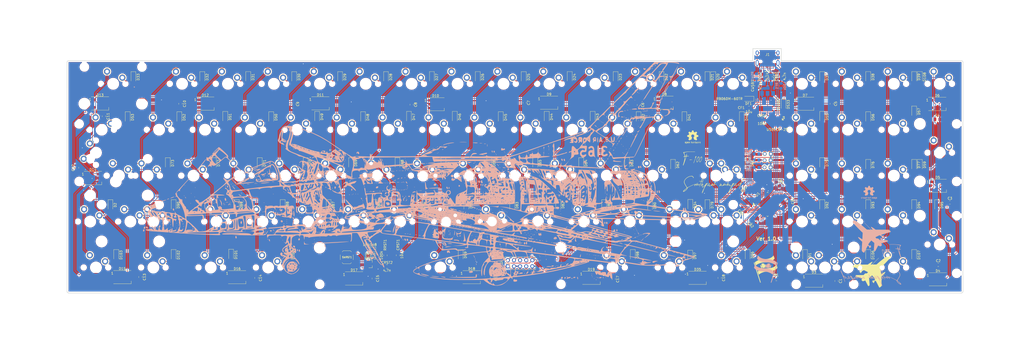
<source format=kicad_pcb>
(kicad_pcb (version 20171130) (host pcbnew "(5.1.6)-1")
  (layers (0 F.Cu signal) (31 B.Cu signal) (34 B.Paste user) (35 F.Paste user) (36 B.SilkS user) (37 F.SilkS user) (38 B.Mask user) (39 F.Mask user) (44 Edge.Cuts user))
  (net 0 "")
  (net 1 GND)
  (net 2 3.3V)
  (net 3 5V)
  (net 4 BOOT0)
  (net 5 NRST)
  (net 6 "Net-(CSH1-Pad2)")
  (net 7 VBUS)
  (net 8 "Net-(D1-Pad2)")
  (net 9 "Net-(D20-Pad2)")
  (net 10 Row1)
  (net 11 "Net-(D21-Pad2)")
  (net 12 "Net-(D22-Pad2)")
  (net 13 "Net-(D23-Pad2)")
  (net 14 "Net-(D24-Pad2)")
  (net 15 "Net-(D25-Pad2)")
  (net 16 "Net-(D26-Pad2)")
  (net 17 "Net-(D27-Pad2)")
  (net 18 "Net-(D28-Pad2)")
  (net 19 "Net-(D29-Pad2)")
  (net 20 "Net-(D30-Pad2)")
  (net 21 "Net-(D31-Pad2)")
  (net 22 "Net-(D32-Pad2)")
  (net 23 "Net-(D33-Pad2)")
  (net 24 "Net-(D34-Pad2)")
  (net 25 Row4)
  (net 26 "Net-(D37-Pad2)")
  (net 27 "Net-(D38-Pad2)")
  (net 28 "Net-(D39-Pad2)")
  (net 29 "Net-(D40-Pad2)")
  (net 30 Row2)
  (net 31 "Net-(D41-Pad2)")
  (net 32 "Net-(D42-Pad2)")
  (net 33 "Net-(D43-Pad2)")
  (net 34 "Net-(D44-Pad2)")
  (net 35 "Net-(D45-Pad2)")
  (net 36 "Net-(D46-Pad2)")
  (net 37 "Net-(D47-Pad2)")
  (net 38 "Net-(D48-Pad2)")
  (net 39 "Net-(D49-Pad2)")
  (net 40 "Net-(D50-Pad2)")
  (net 41 "Net-(D51-Pad2)")
  (net 42 "Net-(D52-Pad2)")
  (net 43 "Net-(D53-Pad2)")
  (net 44 "Net-(D55-Pad2)")
  (net 45 "Net-(D56-Pad2)")
  (net 46 "Net-(D57-Pad2)")
  (net 47 "Net-(D59-Pad2)")
  (net 48 Row3)
  (net 49 "Net-(D61-Pad2)")
  (net 50 "Net-(D62-Pad2)")
  (net 51 "Net-(D63-Pad2)")
  (net 52 "Net-(D64-Pad2)")
  (net 53 "Net-(D65-Pad2)")
  (net 54 "Net-(D66-Pad2)")
  (net 55 "Net-(D67-Pad2)")
  (net 56 "Net-(D68-Pad2)")
  (net 57 "Net-(D69-Pad2)")
  (net 58 "Net-(D70-Pad2)")
  (net 59 "Net-(D71-Pad2)")
  (net 60 "Net-(D72-Pad2)")
  (net 61 "Net-(D73-Pad2)")
  (net 62 "Net-(D75-Pad2)")
  (net 63 "Net-(D76-Pad2)")
  (net 64 "Net-(D77-Pad2)")
  (net 65 "Net-(D79-Pad2)")
  (net 66 "Net-(D80-Pad2)")
  (net 67 "Net-(D81-Pad2)")
  (net 68 "Net-(D82-Pad2)")
  (net 69 "Net-(D83-Pad2)")
  (net 70 "Net-(D84-Pad2)")
  (net 71 "Net-(D85-Pad2)")
  (net 72 "Net-(D86-Pad2)")
  (net 73 "Net-(D87-Pad2)")
  (net 74 "Net-(D88-Pad2)")
  (net 75 "Net-(D89-Pad2)")
  (net 76 "Net-(D90-Pad2)")
  (net 77 "Net-(D92-Pad2)")
  (net 78 "Net-(D93-Pad2)")
  (net 79 "Net-(D94-Pad2)")
  (net 80 "Net-(D95-Pad2)")
  (net 81 "Net-(D96-Pad2)")
  (net 82 "Net-(D97-Pad2)")
  (net 83 "Net-(D98-Pad2)")
  (net 84 "Net-(D99-Pad2)")
  (net 85 "Net-(D100-Pad2)")
  (net 86 "Net-(D101-Pad2)")
  (net 87 "Net-(D102-Pad2)")
  (net 88 "Net-(D103-Pad2)")
  (net 89 "Net-(D106-Pad2)")
  (net 90 "Net-(D107-Pad2)")
  (net 91 "Net-(D108-Pad2)")
  (net 92 "Net-(DRST1-Pad2)")
  (net 93 "Net-(J1-PadB8)")
  (net 94 "Net-(J1-PadA5)")
  (net 95 DBus-)
  (net 96 DBus+)
  (net 97 "Net-(J1-PadB5)")
  (net 98 "Net-(J1-PadA8)")
  (net 99 "Net-(J5-Pad8)")
  (net 100 "Net-(J5-Pad7)")
  (net 101 "Net-(J5-Pad6)")
  (net 102 SWCLK)
  (net 103 SWDIO)
  (net 104 "Net-(LEDCAPS1-PadA)")
  (net 105 "Net-(LEDNUM1-PadA)")
  (net 106 "Net-(LEDSCRL1-PadA)")
  (net 107 INDICATOR1)
  (net 108 INDICATOR2)
  (net 109 INDICATOR3)
  (net 110 Col3)
  (net 111 Col4)
  (net 112 Col5)
  (net 113 Col6)
  (net 114 Col7)
  (net 115 Col8)
  (net 116 Col9)
  (net 117 Col10)
  (net 118 Col11)
  (net 119 Col12)
  (net 120 Col13)
  (net 121 Col14)
  (net 122 Col15)
  (net 123 Col16)
  (net 124 Col17)
  (net 125 Col18)
  (net 126 Col2)
  (net 127 Col1)
  (net 128 D+)
  (net 129 D-)
  (net 130 Row6)
  (net 131 Row5)
  (net 132 "Net-(U1-Pad5)")
  (net 133 "Net-(D2-Pad2)")
  (net 134 "Net-(D3-Pad2)")
  (net 135 LED_RGB)
  (net 136 "Net-(D4-Pad2)")
  (net 137 "Net-(D5-Pad2)")
  (net 138 "Net-(D6-Pad2)")
  (net 139 "Net-(D7-Pad2)")
  (net 140 "Net-(D8-Pad2)")
  (net 141 "Net-(D10-Pad4)")
  (net 142 "Net-(D10-Pad2)")
  (net 143 "Net-(D11-Pad2)")
  (net 144 "Net-(D12-Pad2)")
  (net 145 "Net-(D13-Pad2)")
  (net 146 "Net-(D14-Pad2)")
  (net 147 "Net-(D15-Pad2)")
  (net 148 "Net-(D16-Pad2)")
  (net 149 "Net-(D17-Pad2)")
  (net 150 "Net-(D18-Pad2)")
  (net 151 "Net-(D19-Pad2)")
  (net 152 "Net-(D35-Pad2)")
  (net 153 "Net-(D3-Pad4)")
  (net 154 "Net-(U1-Pad17)")
  (net 155 "Net-(U1-Pad14)")
  (net 156 "Net-(U1-Pad13)")
  (net 157 "Net-(U1-Pad15)")
  (module Symbol:OSHW-Logo2_7.3x6mm_SilkScreen (layer B.Cu) (at -102.01275 9.0805 180)
    (fp_text reference REF** hide)
    (fp_text value OSHW-Logo2_7.3x6mm_SilkScreen hide)
  )
  (module "LOGO:F-100 600" (layer B.Cu) (at -100.86975 26.8605 180)
    (fp_text reference G*** hide)
    (fp_text value LOGO hide)
  )
  (module "LOGO:F-100 soutpaw37x22" (layer B.Cu) (at -103.15575 37.7825 180)
    (fp_text reference G*** hide)
    (fp_text value LOGO hide)
  )
  (module Symbol:OSHW-Logo2_7.3x6mm_SilkScreen (layer F.Cu) (at -175.16475 -13.9065)
    (fp_text reference REF** hide)
    (fp_text value OSHW-Logo2_7.3x6mm_SilkScreen hide)
  )
  (module "LOGO:F-100 soutpaw37x22" (layer F.Cu) (at -164.75075 -0.6985)
    (fp_text reference G*** hide)
    (fp_text value LOGO hide)
  )
  (module "LOGO:f-100 blueprint 240x96" (layer B.Cu) (at -287.81375 1.8415 180)
    (fp_text reference G*** hide)
    (fp_text value LOGO hide)
  )
  (module "LOGO:F-100 600" (layer F.Cu) (at -100.99675 41.3385)
    (fp_text reference G*** hide)
    (fp_text value LOGO hide)
  )
  (module "LOGO:Flag 11.3x11.3" (layer B.Cu) (at -144.81175 40.8305 180)
    (fp_text reference G*** hide)
    (fp_text value LOGO hide)
  )
  (module "LOGO:Flag 11.3x11.3" (layer F.Cu) (at -144.93875 40.8305)
    (fp_text reference G*** hide)
    (fp_text value LOGO hide)
  )
  (module Resistor_SMD:R_0805_2012Metric_Pad1.15x1.40mm_HandSolder (layer F.Cu) (at -140.48867 44.95038)
    (fp_text reference R1 (at 0 -1.65) (layer F.SilkS))
    (fp_text value 330)
    (pad 2 smd roundrect (at 1.025 0) (size 1.15 1.4) (layers F.Cu F.Paste F.Mask) (roundrect_rratio 0.217391) (net 153 "Net-(D3-Pad4)"))
    (pad 1 smd roundrect (at -1.025 0) (size 1.15 1.4) (layers F.Cu F.Paste F.Mask) (roundrect_rratio 0.217391) (net 135 LED_RGB))
  )
  (module LED_SMD:LED_WS2812B_PLCC4_5.0x5.0mm_P3.2mm (layer F.Cu) (at -173.16975 44.4625)
    (fp_text reference D35 (at 0 -3.5) (layer F.SilkS))
    (fp_text value WS2812B)
    (fp_text user 1 (at -4.15 -1.6) (layer F.SilkS))
    (pad 1 smd rect (at -2.45 -1.6) (size 1.5 1) (layers F.Cu F.Paste F.Mask) (net 3 5V))
    (pad 2 smd rect (at -2.45 1.6) (size 1.5 1) (layers F.Cu F.Paste F.Mask) (net 152 "Net-(D35-Pad2)"))
    (pad 4 smd rect (at 2.45 -1.6) (size 1.5 1) (layers F.Cu F.Paste F.Mask) (net 151 "Net-(D19-Pad2)"))
    (pad 3 smd rect (at 2.45 1.6) (size 1.5 1) (layers F.Cu F.Paste F.Mask) (net 1 GND))
  )
  (module LED_SMD:LED_WS2812B_PLCC4_5.0x5.0mm_P3.2mm (layer F.Cu) (at -217.23875 44.4625)
    (fp_text reference D19 (at 0 -3.5) (layer F.SilkS))
    (fp_text value WS2812B)
    (fp_text user 1 (at -4.15 -1.6) (layer F.SilkS))
    (pad 1 smd rect (at -2.45 -1.6) (size 1.5 1) (layers F.Cu F.Paste F.Mask) (net 3 5V))
    (pad 2 smd rect (at -2.45 1.6) (size 1.5 1) (layers F.Cu F.Paste F.Mask) (net 151 "Net-(D19-Pad2)"))
    (pad 4 smd rect (at 2.45 -1.6) (size 1.5 1) (layers F.Cu F.Paste F.Mask) (net 150 "Net-(D18-Pad2)"))
    (pad 3 smd rect (at 2.45 1.6) (size 1.5 1) (layers F.Cu F.Paste F.Mask) (net 1 GND))
  )
  (module LED_SMD:LED_WS2812B_PLCC4_5.0x5.0mm_P3.2mm (layer F.Cu) (at -266.89575 44.2085)
    (fp_text reference D18 (at 0 -3.5) (layer F.SilkS))
    (fp_text value WS2812B)
    (fp_text user 1 (at -4.15 -1.6) (layer F.SilkS))
    (pad 1 smd rect (at -2.45 -1.6) (size 1.5 1) (layers F.Cu F.Paste F.Mask) (net 3 5V))
    (pad 2 smd rect (at -2.45 1.6) (size 1.5 1) (layers F.Cu F.Paste F.Mask) (net 150 "Net-(D18-Pad2)"))
    (pad 4 smd rect (at 2.45 -1.6) (size 1.5 1) (layers F.Cu F.Paste F.Mask) (net 149 "Net-(D17-Pad2)"))
    (pad 3 smd rect (at 2.45 1.6) (size 1.5 1) (layers F.Cu F.Paste F.Mask) (net 1 GND))
  )
  (module LED_SMD:LED_WS2812B_PLCC4_5.0x5.0mm_P3.2mm (layer F.Cu) (at -315.66375 44.7165)
    (fp_text reference D17 (at 0 -3.5) (layer F.SilkS))
    (fp_text value WS2812B)
    (fp_text user 1 (at -4.15 -1.6) (layer F.SilkS))
    (pad 1 smd rect (at -2.45 -1.6) (size 1.5 1) (layers F.Cu F.Paste F.Mask) (net 3 5V))
    (pad 2 smd rect (at -2.45 1.6) (size 1.5 1) (layers F.Cu F.Paste F.Mask) (net 149 "Net-(D17-Pad2)"))
    (pad 4 smd rect (at 2.45 -1.6) (size 1.5 1) (layers F.Cu F.Paste F.Mask) (net 148 "Net-(D16-Pad2)"))
    (pad 3 smd rect (at 2.45 1.6) (size 1.5 1) (layers F.Cu F.Paste F.Mask) (net 1 GND))
  )
  (module LED_SMD:LED_WS2812B_PLCC4_5.0x5.0mm_P3.2mm (layer F.Cu) (at -364.17775 44.2085)
    (fp_text reference D16 (at 0 -3.5) (layer F.SilkS))
    (fp_text value WS2812B)
    (fp_text user 1 (at -4.15 -1.6) (layer F.SilkS))
    (pad 1 smd rect (at -2.45 -1.6) (size 1.5 1) (layers F.Cu F.Paste F.Mask) (net 3 5V))
    (pad 2 smd rect (at -2.45 1.6) (size 1.5 1) (layers F.Cu F.Paste F.Mask) (net 148 "Net-(D16-Pad2)"))
    (pad 4 smd rect (at 2.45 -1.6) (size 1.5 1) (layers F.Cu F.Paste F.Mask) (net 147 "Net-(D15-Pad2)"))
    (pad 3 smd rect (at 2.45 1.6) (size 1.5 1) (layers F.Cu F.Paste F.Mask) (net 1 GND))
  )
  (module LED_SMD:LED_WS2812B_PLCC4_5.0x5.0mm_P3.2mm (layer F.Cu) (at -411.80275 44.1835)
    (fp_text reference D15 (at 0 -3.5) (layer F.SilkS))
    (fp_text value WS2812B)
    (fp_text user 1 (at -4.15 -1.6) (layer F.SilkS))
    (pad 1 smd rect (at -2.45 -1.6) (size 1.5 1) (layers F.Cu F.Paste F.Mask) (net 3 5V))
    (pad 2 smd rect (at -2.45 1.6) (size 1.5 1) (layers F.Cu F.Paste F.Mask) (net 147 "Net-(D15-Pad2)"))
    (pad 4 smd rect (at 2.45 -1.6) (size 1.5 1) (layers F.Cu F.Paste F.Mask) (net 146 "Net-(D14-Pad2)"))
    (pad 3 smd rect (at 2.45 1.6) (size 1.5 1) (layers F.Cu F.Paste F.Mask) (net 1 GND))
  )
  (module LED_SMD:LED_WS2812B_PLCC4_5.0x5.0mm_P3.2mm (layer F.Cu) (at -423.99475 3.0605)
    (fp_text reference D14 (at 0 -3.5) (layer F.SilkS))
    (fp_text value WS2812B)
    (fp_text user 1 (at -4.15 -1.6) (layer F.SilkS))
    (pad 1 smd rect (at -2.45 -1.6) (size 1.5 1) (layers F.Cu F.Paste F.Mask) (net 3 5V))
    (pad 2 smd rect (at -2.45 1.6) (size 1.5 1) (layers F.Cu F.Paste F.Mask) (net 146 "Net-(D14-Pad2)"))
    (pad 4 smd rect (at 2.45 -1.6) (size 1.5 1) (layers F.Cu F.Paste F.Mask) (net 145 "Net-(D13-Pad2)"))
    (pad 3 smd rect (at 2.45 1.6) (size 1.5 1) (layers F.Cu F.Paste F.Mask) (net 1 GND))
  )
  (module LED_SMD:LED_WS2812B_PLCC4_5.0x5.0mm_P3.2mm (layer F.Cu) (at -421.03675 -27.8765)
    (fp_text reference D13 (at 0 -3.5) (layer F.SilkS))
    (fp_text value WS2812B)
    (fp_text user 1 (at -4.15 -1.6) (layer F.SilkS))
    (pad 1 smd rect (at -2.45 -1.6) (size 1.5 1) (layers F.Cu F.Paste F.Mask) (net 3 5V))
    (pad 2 smd rect (at -2.45 1.6) (size 1.5 1) (layers F.Cu F.Paste F.Mask) (net 145 "Net-(D13-Pad2)"))
    (pad 4 smd rect (at 2.45 -1.6) (size 1.5 1) (layers F.Cu F.Paste F.Mask) (net 144 "Net-(D12-Pad2)"))
    (pad 3 smd rect (at 2.45 1.6) (size 1.5 1) (layers F.Cu F.Paste F.Mask) (net 1 GND))
  )
  (module LED_SMD:LED_WS2812B_PLCC4_5.0x5.0mm_P3.2mm (layer F.Cu) (at -377.38575 -27.8005)
    (fp_text reference D12 (at 0 -3.5) (layer F.SilkS))
    (fp_text value WS2812B)
    (fp_text user 1 (at -4.15 -1.6) (layer F.SilkS))
    (pad 1 smd rect (at -2.45 -1.6) (size 1.5 1) (layers F.Cu F.Paste F.Mask) (net 3 5V))
    (pad 2 smd rect (at -2.45 1.6) (size 1.5 1) (layers F.Cu F.Paste F.Mask) (net 144 "Net-(D12-Pad2)"))
    (pad 4 smd rect (at 2.45 -1.6) (size 1.5 1) (layers F.Cu F.Paste F.Mask) (net 143 "Net-(D11-Pad2)"))
    (pad 3 smd rect (at 2.45 1.6) (size 1.5 1) (layers F.Cu F.Paste F.Mask) (net 1 GND))
  )
  (module LED_SMD:LED_WS2812B_PLCC4_5.0x5.0mm_P3.2mm (layer F.Cu) (at -329.63375 -27.9275)
    (fp_text reference D11 (at 0 -3.5) (layer F.SilkS))
    (fp_text value WS2812B)
    (fp_text user 1 (at -4.15 -1.6) (layer F.SilkS))
    (pad 1 smd rect (at -2.45 -1.6) (size 1.5 1) (layers F.Cu F.Paste F.Mask) (net 3 5V))
    (pad 2 smd rect (at -2.45 1.6) (size 1.5 1) (layers F.Cu F.Paste F.Mask) (net 143 "Net-(D11-Pad2)"))
    (pad 4 smd rect (at 2.45 -1.6) (size 1.5 1) (layers F.Cu F.Paste F.Mask) (net 142 "Net-(D10-Pad2)"))
    (pad 3 smd rect (at 2.45 1.6) (size 1.5 1) (layers F.Cu F.Paste F.Mask) (net 1 GND))
  )
  (module LED_SMD:LED_WS2812B_PLCC4_5.0x5.0mm_P3.2mm (layer F.Cu) (at -281.88175 -27.5465)
    (fp_text reference D10 (at 0 -3.5) (layer F.SilkS))
    (fp_text value WS2812B)
    (fp_text user 1 (at -4.15 -1.6) (layer F.SilkS))
    (pad 1 smd rect (at -2.45 -1.6) (size 1.5 1) (layers F.Cu F.Paste F.Mask) (net 3 5V))
    (pad 2 smd rect (at -2.45 1.6) (size 1.5 1) (layers F.Cu F.Paste F.Mask) (net 142 "Net-(D10-Pad2)"))
    (pad 4 smd rect (at 2.45 -1.6) (size 1.5 1) (layers F.Cu F.Paste F.Mask) (net 141 "Net-(D10-Pad4)"))
    (pad 3 smd rect (at 2.45 1.6) (size 1.5 1) (layers F.Cu F.Paste F.Mask) (net 1 GND))
  )
  (module LED_SMD:LED_WS2812B_PLCC4_5.0x5.0mm_P3.2mm (layer F.Cu) (at -234.76475 -28.1815)
    (fp_text reference D9 (at 0 -3.5) (layer F.SilkS))
    (fp_text value WS2812B)
    (fp_text user 1 (at -4.15 -1.6) (layer F.SilkS))
    (pad 1 smd rect (at -2.45 -1.6) (size 1.5 1) (layers F.Cu F.Paste F.Mask) (net 3 5V))
    (pad 2 smd rect (at -2.45 1.6) (size 1.5 1) (layers F.Cu F.Paste F.Mask) (net 141 "Net-(D10-Pad4)"))
    (pad 4 smd rect (at 2.45 -1.6) (size 1.5 1) (layers F.Cu F.Paste F.Mask) (net 140 "Net-(D8-Pad2)"))
    (pad 3 smd rect (at 2.45 1.6) (size 1.5 1) (layers F.Cu F.Paste F.Mask) (net 1 GND))
  )
  (module LED_SMD:LED_WS2812B_PLCC4_5.0x5.0mm_P3.2mm (layer F.Cu) (at -186.88575 -28.1815)
    (fp_text reference D8 (at 0 -3.5) (layer F.SilkS))
    (fp_text value WS2812B)
    (fp_text user 1 (at -4.15 -1.6) (layer F.SilkS))
    (pad 1 smd rect (at -2.45 -1.6) (size 1.5 1) (layers F.Cu F.Paste F.Mask) (net 3 5V))
    (pad 2 smd rect (at -2.45 1.6) (size 1.5 1) (layers F.Cu F.Paste F.Mask) (net 140 "Net-(D8-Pad2)"))
    (pad 4 smd rect (at 2.45 -1.6) (size 1.5 1) (layers F.Cu F.Paste F.Mask) (net 139 "Net-(D7-Pad2)"))
    (pad 3 smd rect (at 2.45 1.6) (size 1.5 1) (layers F.Cu F.Paste F.Mask) (net 1 GND))
  )
  (module LED_SMD:LED_WS2812B_PLCC4_5.0x5.0mm_P3.2mm (layer F.Cu) (at -128.55575 -27.7495)
    (fp_text reference D7 (at 0 -3.5) (layer F.SilkS))
    (fp_text value WS2812B)
    (fp_text user 1 (at -4.15 -1.6) (layer F.SilkS))
    (pad 1 smd rect (at -2.45 -1.6) (size 1.5 1) (layers F.Cu F.Paste F.Mask) (net 3 5V))
    (pad 2 smd rect (at -2.45 1.6) (size 1.5 1) (layers F.Cu F.Paste F.Mask) (net 139 "Net-(D7-Pad2)"))
    (pad 4 smd rect (at 2.45 -1.6) (size 1.5 1) (layers F.Cu F.Paste F.Mask) (net 138 "Net-(D6-Pad2)"))
    (pad 3 smd rect (at 2.45 1.6) (size 1.5 1) (layers F.Cu F.Paste F.Mask) (net 1 GND))
  )
  (module LED_SMD:LED_WS2812B_PLCC4_5.0x5.0mm_P3.2mm (layer F.Cu) (at -73.72875 -27.6735)
    (fp_text reference D6 (at 0 -3.5) (layer F.SilkS))
    (fp_text value WS2812B)
    (fp_text user 1 (at -4.15 -1.6) (layer F.SilkS))
    (pad 1 smd rect (at -2.45 -1.6) (size 1.5 1) (layers F.Cu F.Paste F.Mask) (net 3 5V))
    (pad 2 smd rect (at -2.45 1.6) (size 1.5 1) (layers F.Cu F.Paste F.Mask) (net 138 "Net-(D6-Pad2)"))
    (pad 4 smd rect (at 2.45 -1.6) (size 1.5 1) (layers F.Cu F.Paste F.Mask) (net 137 "Net-(D5-Pad2)"))
    (pad 3 smd rect (at 2.45 1.6) (size 1.5 1) (layers F.Cu F.Paste F.Mask) (net 1 GND))
  )
  (module LED_SMD:LED_WS2812B_PLCC4_5.0x5.0mm_P3.2mm (layer F.Cu) (at -73.56475 6.2865)
    (fp_text reference D5 (at 0 -3.5) (layer F.SilkS))
    (fp_text value WS2812B)
    (fp_text user 1 (at -4.15 -1.6) (layer F.SilkS))
    (pad 1 smd rect (at -2.45 -1.6) (size 1.5 1) (layers F.Cu F.Paste F.Mask) (net 3 5V))
    (pad 2 smd rect (at -2.45 1.6) (size 1.5 1) (layers F.Cu F.Paste F.Mask) (net 137 "Net-(D5-Pad2)"))
    (pad 4 smd rect (at 2.45 -1.6) (size 1.5 1) (layers F.Cu F.Paste F.Mask) (net 136 "Net-(D4-Pad2)"))
    (pad 3 smd rect (at 2.45 1.6) (size 1.5 1) (layers F.Cu F.Paste F.Mask) (net 1 GND))
  )
  (module LED_SMD:LED_WS2812B_PLCC4_5.0x5.0mm_P3.2mm (layer F.Cu) (at -73.47475 45.0725)
    (fp_text reference D4 (at 0 -3.5) (layer F.SilkS))
    (fp_text value WS2812B)
    (fp_text user 1 (at -4.15 -1.6) (layer F.SilkS))
    (pad 1 smd rect (at -2.45 -1.6) (size 1.5 1) (layers F.Cu F.Paste F.Mask) (net 3 5V))
    (pad 2 smd rect (at -2.45 1.6) (size 1.5 1) (layers F.Cu F.Paste F.Mask) (net 136 "Net-(D4-Pad2)"))
    (pad 4 smd rect (at 2.45 -1.6) (size 1.5 1) (layers F.Cu F.Paste F.Mask) (net 134 "Net-(D3-Pad2)"))
    (pad 3 smd rect (at 2.45 1.6) (size 1.5 1) (layers F.Cu F.Paste F.Mask) (net 1 GND))
  )
  (module LED_SMD:LED_WS2812B_PLCC4_5.0x5.0mm_P3.2mm (layer F.Cu) (at -124.87275 45.6565)
    (fp_text reference D3 (at 0 -3.5) (layer F.SilkS))
    (fp_text value WS2812B)
    (fp_text user 1 (at -4.15 -1.6) (layer F.SilkS))
    (pad 1 smd rect (at -2.45 -1.6) (size 1.5 1) (layers F.Cu F.Paste F.Mask) (net 3 5V))
    (pad 2 smd rect (at -2.45 1.6) (size 1.5 1) (layers F.Cu F.Paste F.Mask) (net 134 "Net-(D3-Pad2)"))
    (pad 4 smd rect (at 2.45 -1.6) (size 1.5 1) (layers F.Cu F.Paste F.Mask) (net 153 "Net-(D3-Pad4)"))
    (pad 3 smd rect (at 2.45 1.6) (size 1.5 1) (layers F.Cu F.Paste F.Mask) (net 1 GND))
  )
  (module Capacitor_SMD:C_0805_2012Metric_Pad1.15x1.40mm_HandSolder (layer F.Cu) (at -163.98875 44.504501 270)
    (fp_text reference C18 (at 0 -1.65 90) (layer F.SilkS))
    (fp_text value 0.1uf)
    (pad 2 smd roundrect (at 1.025 0 270) (size 1.15 1.4) (layers F.Cu F.Paste F.Mask) (roundrect_rratio 0.217391) (net 1 GND))
    (pad 1 smd roundrect (at -1.025 0 270) (size 1.15 1.4) (layers F.Cu F.Paste F.Mask) (roundrect_rratio 0.217391) (net 3 5V))
  )
  (module Capacitor_SMD:C_0805_2012Metric_Pad1.15x1.40mm_HandSolder (layer F.Cu) (at -207.93075 45.012501 270)
    (fp_text reference C17 (at 0 -1.65 90) (layer F.SilkS))
    (fp_text value 0.1uf)
    (pad 2 smd roundrect (at 1.025 0 270) (size 1.15 1.4) (layers F.Cu F.Paste F.Mask) (roundrect_rratio 0.217391) (net 1 GND))
    (pad 1 smd roundrect (at -1.025 0 270) (size 1.15 1.4) (layers F.Cu F.Paste F.Mask) (roundrect_rratio 0.217391) (net 3 5V))
  )
  (module Capacitor_SMD:C_0805_2012Metric_Pad1.15x1.40mm_HandSolder (layer F.Cu) (at -258.47675 44.3775 270)
    (fp_text reference C16 (at 0 -1.65 90) (layer F.SilkS))
    (fp_text value 0.1uf)
    (pad 2 smd roundrect (at 1.025 0 270) (size 1.15 1.4) (layers F.Cu F.Paste F.Mask) (roundrect_rratio 0.217391) (net 1 GND))
    (pad 1 smd roundrect (at -1.025 0 270) (size 1.15 1.4) (layers F.Cu F.Paste F.Mask) (roundrect_rratio 0.217391) (net 3 5V))
  )
  (module Capacitor_SMD:C_0805_2012Metric_Pad1.15x1.40mm_HandSolder (layer F.Cu) (at -307.49875 44.7585 270)
    (fp_text reference C15 (at 0 -1.65 90) (layer F.SilkS))
    (fp_text value 0.1uf)
    (pad 2 smd roundrect (at 1.025 0 270) (size 1.15 1.4) (layers F.Cu F.Paste F.Mask) (roundrect_rratio 0.217391) (net 1 GND))
    (pad 1 smd roundrect (at -1.025 0 270) (size 1.15 1.4) (layers F.Cu F.Paste F.Mask) (roundrect_rratio 0.217391) (net 3 5V))
  )
  (module Capacitor_SMD:C_0805_2012Metric_Pad1.15x1.40mm_HandSolder (layer F.Cu) (at -356.13975 44.5135 270)
    (fp_text reference C14 (at 0 -1.65 90) (layer F.SilkS))
    (fp_text value 0.1uf)
    (pad 2 smd roundrect (at 1.025 0 270) (size 1.15 1.4) (layers F.Cu F.Paste F.Mask) (roundrect_rratio 0.217391) (net 1 GND))
    (pad 1 smd roundrect (at -1.025 0 270) (size 1.15 1.4) (layers F.Cu F.Paste F.Mask) (roundrect_rratio 0.217391) (net 3 5V))
  )
  (module Capacitor_SMD:C_0805_2012Metric_Pad1.15x1.40mm_HandSolder (layer F.Cu) (at -404.27275 44.1235 270)
    (fp_text reference C13 (at 0 -1.65 90) (layer F.SilkS))
    (fp_text value 0.1uf)
    (pad 2 smd roundrect (at 1.025 0 270) (size 1.15 1.4) (layers F.Cu F.Paste F.Mask) (roundrect_rratio 0.217391) (net 1 GND))
    (pad 1 smd roundrect (at -1.025 0 270) (size 1.15 1.4) (layers F.Cu F.Paste F.Mask) (roundrect_rratio 0.217391) (net 3 5V))
  )
  (module Capacitor_SMD:C_0805_2012Metric_Pad1.15x1.40mm_HandSolder (layer F.Cu) (at -430.56175 -1.215499 90)
    (fp_text reference C12 (at 0 -1.65 90) (layer F.SilkS))
    (fp_text value 0.1uf)
    (pad 2 smd roundrect (at 1.025 0 90) (size 1.15 1.4) (layers F.Cu F.Paste F.Mask) (roundrect_rratio 0.217391) (net 1 GND))
    (pad 1 smd roundrect (at -1.025 0 90) (size 1.15 1.4) (layers F.Cu F.Paste F.Mask) (roundrect_rratio 0.217391) (net 3 5V))
  )
  (module Capacitor_SMD:C_0805_2012Metric_Pad1.15x1.40mm_HandSolder (layer F.Cu) (at -419.38575 -22.5515 270)
    (fp_text reference C11 (at 0 -1.65 90) (layer F.SilkS))
    (fp_text value 0.1uf)
    (pad 2 smd roundrect (at 1.025 0 270) (size 1.15 1.4) (layers F.Cu F.Paste F.Mask) (roundrect_rratio 0.217391) (net 1 GND))
    (pad 1 smd roundrect (at -1.025 0 270) (size 1.15 1.4) (layers F.Cu F.Paste F.Mask) (roundrect_rratio 0.217391) (net 3 5V))
  )
  (module Capacitor_SMD:C_0805_2012Metric_Pad1.15x1.40mm_HandSolder (layer F.Cu) (at -387.63575 -27.7585 270)
    (fp_text reference C10 (at 0 -1.65 90) (layer F.SilkS))
    (fp_text value 0.1uf)
    (pad 2 smd roundrect (at 1.025 0 270) (size 1.15 1.4) (layers F.Cu F.Paste F.Mask) (roundrect_rratio 0.217391) (net 1 GND))
    (pad 1 smd roundrect (at -1.025 0 270) (size 1.15 1.4) (layers F.Cu F.Paste F.Mask) (roundrect_rratio 0.217391) (net 3 5V))
  )
  (module Capacitor_SMD:C_0805_2012Metric_Pad1.15x1.40mm_HandSolder (layer F.Cu) (at -340.64575 -27.6315 270)
    (fp_text reference C9 (at 0 -1.65 90) (layer F.SilkS))
    (fp_text value 0.1uf)
    (pad 2 smd roundrect (at 1.025 0 270) (size 1.15 1.4) (layers F.Cu F.Paste F.Mask) (roundrect_rratio 0.217391) (net 1 GND))
    (pad 1 smd roundrect (at -1.025 0 270) (size 1.15 1.4) (layers F.Cu F.Paste F.Mask) (roundrect_rratio 0.217391) (net 3 5V))
  )
  (module Capacitor_SMD:C_0805_2012Metric_Pad1.15x1.40mm_HandSolder (layer F.Cu) (at -291.75075 -27.3775 270)
    (fp_text reference C8 (at 0 -1.65 90) (layer F.SilkS))
    (fp_text value 0.1uf)
    (pad 2 smd roundrect (at 1.025 0 270) (size 1.15 1.4) (layers F.Cu F.Paste F.Mask) (roundrect_rratio 0.217391) (net 1 GND))
    (pad 1 smd roundrect (at -1.025 0 270) (size 1.15 1.4) (layers F.Cu F.Paste F.Mask) (roundrect_rratio 0.217391) (net 3 5V))
  )
  (module Capacitor_SMD:C_0805_2012Metric_Pad1.15x1.40mm_HandSolder (layer F.Cu) (at -244.88775 -28.1395 270)
    (fp_text reference C7 (at 0 -1.65 90) (layer F.SilkS))
    (fp_text value 0.1uf)
    (pad 2 smd roundrect (at 1.025 0 270) (size 1.15 1.4) (layers F.Cu F.Paste F.Mask) (roundrect_rratio 0.217391) (net 1 GND))
    (pad 1 smd roundrect (at -1.025 0 270) (size 1.15 1.4) (layers F.Cu F.Paste F.Mask) (roundrect_rratio 0.217391) (net 3 5V))
  )
  (module Capacitor_SMD:C_0805_2012Metric_Pad1.15x1.40mm_HandSolder (layer F.Cu) (at -197.51675 -27.2415 270)
    (fp_text reference C6 (at 0 -1.65 90) (layer F.SilkS))
    (fp_text value 0.1uf)
    (pad 2 smd roundrect (at 1.025 0 270) (size 1.15 1.4) (layers F.Cu F.Paste F.Mask) (roundrect_rratio 0.217391) (net 1 GND))
    (pad 1 smd roundrect (at -1.025 0 270) (size 1.15 1.4) (layers F.Cu F.Paste F.Mask) (roundrect_rratio 0.217391) (net 3 5V))
  )
  (module Capacitor_SMD:C_0805_2012Metric_Pad1.15x1.40mm_HandSolder (layer F.Cu) (at -117.50675 -27.758499 270)
    (fp_text reference C5 (at 0 -1.65 90) (layer F.SilkS))
    (fp_text value 0.1uf)
    (pad 2 smd roundrect (at 1.025 0 270) (size 1.15 1.4) (layers F.Cu F.Paste F.Mask) (roundrect_rratio 0.217391) (net 1 GND))
    (pad 1 smd roundrect (at -1.025 0 270) (size 1.15 1.4) (layers F.Cu F.Paste F.Mask) (roundrect_rratio 0.217391) (net 3 5V))
  )
  (module Capacitor_SMD:C_0805_2012Metric_Pad1.15x1.40mm_HandSolder (layer F.Cu) (at -73.70075 -21.2725)
    (fp_text reference C4 (at 0 -1.65) (layer F.SilkS))
    (fp_text value 0.1uf)
    (pad 2 smd roundrect (at 1.025 0) (size 1.15 1.4) (layers F.Cu F.Paste F.Mask) (roundrect_rratio 0.217391) (net 1 GND))
    (pad 1 smd roundrect (at -1.025 0) (size 1.15 1.4) (layers F.Cu F.Paste F.Mask) (roundrect_rratio 0.217391) (net 3 5V))
  )
  (module Capacitor_SMD:C_0805_2012Metric_Pad1.15x1.40mm_HandSolder (layer F.Cu) (at -68.49375 13.1445)
    (fp_text reference C3 (at 0 -1.65) (layer F.SilkS))
    (fp_text value 0.1uf)
    (pad 2 smd roundrect (at 1.025 0) (size 1.15 1.4) (layers F.Cu F.Paste F.Mask) (roundrect_rratio 0.217391) (net 1 GND))
    (pad 1 smd roundrect (at -1.025 0) (size 1.15 1.4) (layers F.Cu F.Paste F.Mask) (roundrect_rratio 0.217391) (net 3 5V))
  )
  (module Capacitor_SMD:C_0805_2012Metric_Pad1.15x1.40mm_HandSolder (layer F.Cu) (at -73.31975 39.0525)
    (fp_text reference C2 (at 0 -1.65) (layer F.SilkS))
    (fp_text value 0.1uf)
    (pad 2 smd roundrect (at 1.025 0) (size 1.15 1.4) (layers F.Cu F.Paste F.Mask) (roundrect_rratio 0.217391) (net 1 GND))
    (pad 1 smd roundrect (at -1.025 0) (size 1.15 1.4) (layers F.Cu F.Paste F.Mask) (roundrect_rratio 0.217391) (net 3 5V))
  )
  (module Capacitor_SMD:C_0805_2012Metric_Pad1.15x1.40mm_HandSolder (layer F.Cu) (at -115.47475 45.774501 270)
    (fp_text reference C1 (at 0 -1.65 90) (layer F.SilkS))
    (fp_text value 0.1uf)
    (pad 2 smd roundrect (at 1.025 0 270) (size 1.15 1.4) (layers F.Cu F.Paste F.Mask) (roundrect_rratio 0.217391) (net 1 GND))
    (pad 1 smd roundrect (at -1.025 0 270) (size 1.15 1.4) (layers F.Cu F.Paste F.Mask) (roundrect_rratio 0.217391) (net 3 5V))
  )
  (module acheron_MX:MX175 (layer F.Cu) (at -398.92875 21.12125)
    (fp_text reference SW90)
    (fp_text value SHIFT)
    (pad "" np_thru_hole circle (at -5.08 0) (size 1.7018 1.7018) (drill 1.7018) (layers *.Cu *.Mask))
    (pad "" np_thru_hole circle (at 5.08 0) (size 1.7018 1.7018) (drill 1.7018) (layers *.Cu *.Mask))
    (pad 1 thru_hole circle (at -2.54 -5.08) (size 2.54 2.54) (drill 1.524) (layers *.Cu *.Mask) (net 124 Col17))
    (pad 2 thru_hole circle (at 3.81 -2.54) (size 2.54 2.54) (drill 1.524) (layers *.Cu *.Mask) (net 76 "Net-(D90-Pad2)"))
    (pad "" np_thru_hole circle (at 0 0) (size 3.9878 3.9878) (drill 3.9878) (layers *.Cu *.Mask))
  )
  (module acheron_MX:MX100 (layer F.Cu) (at -425.1225 21.12125)
    (fp_text reference SW4)
    (fp_text value Code)
    (pad 2 thru_hole circle (at 3.81 -2.54 90) (size 2.54 2.54) (drill 1.525) (layers *.Cu *.Mask) (net 133 "Net-(D2-Pad2)"))
    (pad 1 thru_hole circle (at -2.54 -5.08) (size 2.54 2.54) (drill 1.525) (layers *.Cu *.Mask) (net 125 Col18))
    (pad "" np_thru_hole circle (at -5.08 0) (size 1.7018 1.7018) (drill 1.7018) (layers *.Cu *.Mask))
    (pad "" np_thru_hole circle (at 5.08 0) (size 1.7018 1.7018) (drill 1.7018) (layers *.Cu *.Mask))
    (pad "" np_thru_hole circle (at 0 0) (size 3.9878 3.9878) (drill 3.9878) (layers *.Cu *.Mask))
  )
  (module acheron_MX:MX275 (layer F.Cu) (at -408.45375 21.12125)
    (fp_text reference SW3)
    (fp_text value SHIFT)
    (pad "" np_thru_hole circle (at -11.938 8.255) (size 3.9878 3.9878) (drill 3.9878) (layers *.Cu *.Mask))
    (pad "" np_thru_hole circle (at 11.938 8.255) (size 3.9878 3.9878) (drill 3.9878) (layers *.Cu *.Mask))
    (pad "" np_thru_hole circle (at 11.938 -6.985) (size 3.048 3.048) (drill 3.048) (layers *.Cu *.Mask))
    (pad "" np_thru_hole circle (at -11.938 -6.985) (size 3.048 3.048) (drill 3.048) (layers *.Cu *.Mask))
    (pad "" np_thru_hole circle (at -5.08 0) (size 1.7018 1.7018) (drill 1.7018) (layers *.Cu *.Mask))
    (pad "" np_thru_hole circle (at 5.08 0) (size 1.7018 1.7018) (drill 1.7018) (layers *.Cu *.Mask))
    (pad 1 thru_hole circle (at -2.54 -5.08) (size 2.54 2.54) (drill 1.524) (layers *.Cu *.Mask) (net 124 Col17))
    (pad 2 thru_hole circle (at 3.81 -2.54) (size 2.54 2.54) (drill 1.524) (layers *.Cu *.Mask) (net 76 "Net-(D90-Pad2)"))
    (pad "" np_thru_hole circle (at 0 0) (size 3.9878 3.9878) (drill 3.9878) (layers *.Cu *.Mask))
  )
  (module Diode_SMD:D_SOD-123 (layer F.Cu) (at -416.71875 14.2875 270)
    (fp_text reference D2 (at 0 -2 90) (layer F.SilkS))
    (fp_text value 1N4148)
    (pad 2 smd rect (at 1.65 0 270) (size 0.9 1.2) (layers F.Cu F.Paste F.Mask) (net 133 "Net-(D2-Pad2)"))
    (pad 1 smd rect (at -1.65 0 270) (size 0.9 1.2) (layers F.Cu F.Paste F.Mask) (net 25 Row4))
  )
  (module acheron_MX:MX200V (layer F.Cu) (at -72.6975 30.64625)
    (fp_text reference SW95)
    (fp_text value Pent)
    (pad "" np_thru_hole circle (at -8.255 -11.938 270) (size 3.9878 3.9878) (drill 3.9878) (layers *.Cu *.Mask))
    (pad "" np_thru_hole circle (at -8.255 11.938 270) (size 3.9878 3.9878) (drill 3.9878) (layers *.Cu *.Mask))
    (pad "" np_thru_hole circle (at 6.985 11.938 270) (size 3.048 3.048) (drill 3.048) (layers *.Cu *.Mask))
    (pad "" np_thru_hole circle (at 6.985 -11.938 270) (size 3.048 3.048) (drill 3.048) (layers *.Cu *.Mask))
    (pad "" np_thru_hole circle (at -5.08 0) (size 1.7018 1.7018) (drill 1.7018) (layers *.Cu *.Mask))
    (pad "" np_thru_hole circle (at 5.08 0) (size 1.7018 1.7018) (drill 1.7018) (layers *.Cu *.Mask))
    (pad 1 thru_hole circle (at -2.54 -5.08) (size 2.54 2.54) (drill 1.524) (layers *.Cu *.Mask) (net 127 Col1))
    (pad 2 thru_hole circle (at 3.81 -2.54) (size 2.54 2.54) (drill 1.524) (layers *.Cu *.Mask) (net 80 "Net-(D95-Pad2)"))
    (pad "" np_thru_hole circle (at 0 0) (size 3.9878 3.9878) (drill 3.9878) (layers *.Cu *.Mask))
  )
  (module acheron_MX:MX200V (layer F.Cu) (at -72.6975 -7.45375)
    (fp_text reference SW59)
    (fp_text value MXSwitch)
    (pad "" np_thru_hole circle (at -8.255 -11.938 270) (size 3.9878 3.9878) (drill 3.9878) (layers *.Cu *.Mask))
    (pad "" np_thru_hole circle (at -8.255 11.938 270) (size 3.9878 3.9878) (drill 3.9878) (layers *.Cu *.Mask))
    (pad "" np_thru_hole circle (at 6.985 11.938 270) (size 3.048 3.048) (drill 3.048) (layers *.Cu *.Mask))
    (pad "" np_thru_hole circle (at 6.985 -11.938 270) (size 3.048 3.048) (drill 3.048) (layers *.Cu *.Mask))
    (pad "" np_thru_hole circle (at -5.08 0) (size 1.7018 1.7018) (drill 1.7018) (layers *.Cu *.Mask))
    (pad "" np_thru_hole circle (at 5.08 0) (size 1.7018 1.7018) (drill 1.7018) (layers *.Cu *.Mask))
    (pad 1 thru_hole circle (at -2.54 -5.08) (size 2.54 2.54) (drill 1.524) (layers *.Cu *.Mask) (net 127 Col1))
    (pad 2 thru_hole circle (at 3.81 -2.54) (size 2.54 2.54) (drill 1.524) (layers *.Cu *.Mask) (net 47 "Net-(D59-Pad2)"))
    (pad "" np_thru_hole circle (at 0 0) (size 3.9878 3.9878) (drill 3.9878) (layers *.Cu *.Mask))
  )
  (module acheron_MX:MX200R (layer F.Cu) (at -120.3225 40.17125)
    (fp_text reference SW106)
    (fp_text value P0)
    (pad "" np_thru_hole circle (at -11.938 -8.255) (size 3.9878 3.9878) (drill 3.9878) (layers *.Cu *.Mask))
    (pad "" np_thru_hole circle (at 11.938 -8.255) (size 3.9878 3.9878) (drill 3.9878) (layers *.Cu *.Mask))
    (pad "" np_thru_hole circle (at 11.938 6.985) (size 3.048 3.048) (drill 3.048) (layers *.Cu *.Mask))
    (pad "" np_thru_hole circle (at -11.938 6.985) (size 3.048 3.048) (drill 3.048) (layers *.Cu *.Mask))
    (pad "" np_thru_hole circle (at -5.08 0) (size 1.7018 1.7018) (drill 1.7018) (layers *.Cu *.Mask))
    (pad "" np_thru_hole circle (at 5.08 0) (size 1.7018 1.7018) (drill 1.7018) (layers *.Cu *.Mask))
    (pad 1 thru_hole circle (at -2.54 -5.08) (size 2.54 2.54) (drill 1.524) (layers *.Cu *.Mask) (net 110 Col3))
    (pad 2 thru_hole circle (at 3.81 -2.54) (size 2.54 2.54) (drill 1.524) (layers *.Cu *.Mask) (net 89 "Net-(D106-Pad2)"))
    (pad "" np_thru_hole circle (at 0 0) (size 3.9878 3.9878) (drill 3.9878) (layers *.Cu *.Mask))
  )
  (module acheron_MX:MX125 (layer F.Cu) (at -422.74125 40.17125)
    (fp_text reference SW103)
    (fp_text value RCTRL)
    (pad "" np_thru_hole circle (at -5.08 0) (size 1.7018 1.7018) (drill 1.7018) (layers *.Cu *.Mask))
    (pad "" np_thru_hole circle (at 5.08 0) (size 1.7018 1.7018) (drill 1.7018) (layers *.Cu *.Mask))
    (pad 1 thru_hole circle (at -2.54 -5.08) (size 2.54 2.54) (drill 1.524) (layers *.Cu *.Mask) (net 125 Col18))
    (pad 2 thru_hole circle (at 3.81 -2.54) (size 2.54 2.54) (drill 1.524) (layers *.Cu *.Mask) (net 88 "Net-(D103-Pad2)"))
    (pad "" np_thru_hole circle (at 0 0) (size 3.9878 3.9878) (drill 3.9878) (layers *.Cu *.Mask))
  )
  (module acheron_MX:MX125 (layer F.Cu) (at -398.92875 40.17125)
    (fp_text reference SW102)
    (fp_text value MENU)
    (pad "" np_thru_hole circle (at -5.08 0) (size 1.7018 1.7018) (drill 1.7018) (layers *.Cu *.Mask))
    (pad "" np_thru_hole circle (at 5.08 0) (size 1.7018 1.7018) (drill 1.7018) (layers *.Cu *.Mask))
    (pad 1 thru_hole circle (at -2.54 -5.08) (size 2.54 2.54) (drill 1.524) (layers *.Cu *.Mask) (net 124 Col17))
    (pad 2 thru_hole circle (at 3.81 -2.54) (size 2.54 2.54) (drill 1.524) (layers *.Cu *.Mask) (net 87 "Net-(D102-Pad2)"))
    (pad "" np_thru_hole circle (at 0 0) (size 3.9878 3.9878) (drill 3.9878) (layers *.Cu *.Mask))
  )
  (module acheron_MX:MX125 (layer F.Cu) (at -375.11625 40.17125)
    (fp_text reference SW101)
    (fp_text value RWIN)
    (pad "" np_thru_hole circle (at -5.08 0) (size 1.7018 1.7018) (drill 1.7018) (layers *.Cu *.Mask))
    (pad "" np_thru_hole circle (at 5.08 0) (size 1.7018 1.7018) (drill 1.7018) (layers *.Cu *.Mask))
    (pad 1 thru_hole circle (at -2.54 -5.08) (size 2.54 2.54) (drill 1.524) (layers *.Cu *.Mask) (net 123 Col16))
    (pad 2 thru_hole circle (at 3.81 -2.54) (size 2.54 2.54) (drill 1.524) (layers *.Cu *.Mask) (net 86 "Net-(D101-Pad2)"))
    (pad "" np_thru_hole circle (at 0 0) (size 3.9878 3.9878) (drill 3.9878) (layers *.Cu *.Mask))
  )
  (module acheron_MX:MX125 (layer F.Cu) (at -351.30375 40.17125)
    (fp_text reference SW100)
    (fp_text value RALT)
    (pad "" np_thru_hole circle (at -5.08 0) (size 1.7018 1.7018) (drill 1.7018) (layers *.Cu *.Mask))
    (pad "" np_thru_hole circle (at 5.08 0) (size 1.7018 1.7018) (drill 1.7018) (layers *.Cu *.Mask))
    (pad 1 thru_hole circle (at -2.54 -5.08) (size 2.54 2.54) (drill 1.524) (layers *.Cu *.Mask) (net 122 Col15))
    (pad 2 thru_hole circle (at 3.81 -2.54) (size 2.54 2.54) (drill 1.524) (layers *.Cu *.Mask) (net 85 "Net-(D100-Pad2)"))
    (pad "" np_thru_hole circle (at 0 0) (size 3.9878 3.9878) (drill 3.9878) (layers *.Cu *.Mask))
  )
  (module acheron_Components:SOT-23-6 (layer F.Cu) (at -139.88875 -19.9675 270)
    (fp_text reference U3 (at -2 -2.5 270) (layer F.SilkS) (effects (font (size 0.6 0.6))))
    (fp_text value USBLC6-2SC6 (at 2.91 -0.74 180) (layer F.SilkS))
    (pad 5 smd roundrect (at 1.1 0 270) (size 1.06 0.65) (layers F.Cu F.Paste F.Mask) (roundrect_rratio 0.5) (net 7 VBUS))
    (pad 6 smd roundrect (at 1.1 -0.95 270) (size 1.06 0.65) (layers F.Cu F.Paste F.Mask) (roundrect_rratio 0.5) (net 129 D-))
    (pad 4 smd roundrect (at 1.1 0.95 270) (size 1.06 0.65) (layers F.Cu F.Paste F.Mask) (roundrect_rratio 0.5) (net 128 D+))
    (pad 3 smd roundrect (at -1.1 0.95 270) (size 1.06 0.65) (layers F.Cu F.Paste F.Mask) (roundrect_rratio 0.5) (net 96 DBus+))
    (pad 2 smd roundrect (at -1.1 0 270) (size 1.06 0.65) (layers F.Cu F.Paste F.Mask) (roundrect_rratio 0.5) (net 1 GND))
    (pad 1 smd rect (at -1.1 -0.95 270) (size 1.06 0.65) (layers F.Cu F.Paste F.Mask) (net 95 DBus-))
  )
  (module Package_TO_SOT_SMD:SOT-223-3_TabPin2 (layer B.Cu) (at -144.135 -28.885 270)
    (fp_text reference U2 (at 0 4.5 90) (layer B.SilkS) (effects (justify mirror)))
    (fp_text value TLV1117-33)
    (pad 1 smd rect (at -3.15 2.3 270) (size 2 1.5) (layers B.Cu B.Paste B.Mask) (net 1 GND))
    (pad 3 smd rect (at -3.15 -2.3 270) (size 2 1.5) (layers B.Cu B.Paste B.Mask) (net 3 5V))
    (pad 2 smd rect (at -3.15 0 270) (size 2 1.5) (layers B.Cu B.Paste B.Mask) (net 2 3.3V))
    (pad 2 smd rect (at 3.15 0 270) (size 2 3.8) (layers B.Cu B.Paste B.Mask) (net 2 3.3V))
  )
  (module acheron_Components:LQFP-48_7x7mm_P0.5mm (layer F.Cu) (at -144.135 13.9775 45)
    (fp_text reference U1 (at 0 -5.85 45) (layer F.SilkS))
    (fp_text value STM32F072_LQFP48)
    (pad 48 smd roundrect (at -2.75 -4.1625 45) (size 0.3 1.475) (layers F.Cu F.Paste F.Mask) (roundrect_rratio 0.5) (net 2 3.3V))
    (pad 47 smd roundrect (at -2.25 -4.1625 45) (size 0.3 1.475) (layers F.Cu F.Paste F.Mask) (roundrect_rratio 0.5) (net 1 GND))
    (pad 46 smd roundrect (at -1.75 -4.1625 45) (size 0.3 1.475) (layers F.Cu F.Paste F.Mask) (roundrect_rratio 0.5) (net 121 Col14))
    (pad 45 smd roundrect (at -1.25 -4.1625 45) (size 0.3 1.475) (layers F.Cu F.Paste F.Mask) (roundrect_rratio 0.5) (net 120 Col13))
    (pad 44 smd roundrect (at -0.75 -4.1625 45) (size 0.3 1.475) (layers F.Cu F.Paste F.Mask) (roundrect_rratio 0.5) (net 4 BOOT0))
    (pad 43 smd roundrect (at -0.25 -4.1625 45) (size 0.3 1.475) (layers F.Cu F.Paste F.Mask) (roundrect_rratio 0.5) (net 30 Row2))
    (pad 42 smd roundrect (at 0.25 -4.1625 45) (size 0.3 1.475) (layers F.Cu F.Paste F.Mask) (roundrect_rratio 0.5) (net 48 Row3))
    (pad 41 smd roundrect (at 0.75 -4.1625 45) (size 0.3 1.475) (layers F.Cu F.Paste F.Mask) (roundrect_rratio 0.5) (net 119 Col12))
    (pad 40 smd roundrect (at 1.25 -4.1625 45) (size 0.3 1.475) (layers F.Cu F.Paste F.Mask) (roundrect_rratio 0.5) (net 118 Col11))
    (pad 39 smd roundrect (at 1.75 -4.1625 45) (size 0.3 1.475) (layers F.Cu F.Paste F.Mask) (roundrect_rratio 0.5) (net 117 Col10))
    (pad 38 smd roundrect (at 2.25 -4.1625 45) (size 0.3 1.475) (layers F.Cu F.Paste F.Mask) (roundrect_rratio 0.5) (net 116 Col9))
    (pad 37 smd roundrect (at 2.75 -4.1625 45) (size 0.3 1.475) (layers F.Cu F.Paste F.Mask) (roundrect_rratio 0.5) (net 102 SWCLK))
    (pad 36 smd roundrect (at 4.1625 -2.75 45) (size 1.475 0.3) (layers F.Cu F.Paste F.Mask) (roundrect_rratio 0.5) (net 2 3.3V))
    (pad 35 smd roundrect (at 4.1625 -2.25 45) (size 1.475 0.3) (layers F.Cu F.Paste F.Mask) (roundrect_rratio 0.5) (net 1 GND))
    (pad 34 smd roundrect (at 4.1625 -1.75 45) (size 1.475 0.3) (layers F.Cu F.Paste F.Mask) (roundrect_rratio 0.5) (net 103 SWDIO))
    (pad 33 smd roundrect (at 4.1625 -1.25 45) (size 1.475 0.3) (layers F.Cu F.Paste F.Mask) (roundrect_rratio 0.5) (net 128 D+))
    (pad 32 smd roundrect (at 4.1625 -0.75 45) (size 1.475 0.3) (layers F.Cu F.Paste F.Mask) (roundrect_rratio 0.5) (net 129 D-))
    (pad 31 smd roundrect (at 4.1625 -0.25 45) (size 1.475 0.3) (layers F.Cu F.Paste F.Mask) (roundrect_rratio 0.5) (net 115 Col8))
    (pad 30 smd roundrect (at 4.1625 0.25 45) (size 1.475 0.3) (layers F.Cu F.Paste F.Mask) (roundrect_rratio 0.5) (net 109 INDICATOR3))
    (pad 29 smd roundrect (at 4.1625 0.75 45) (size 1.475 0.3) (layers F.Cu F.Paste F.Mask) (roundrect_rratio 0.5) (net 108 INDICATOR2))
    (pad 28 smd roundrect (at 4.1625 1.25 45) (size 1.475 0.3) (layers F.Cu F.Paste F.Mask) (roundrect_rratio 0.5) (net 107 INDICATOR1))
    (pad 27 smd roundrect (at 4.1625 1.75 45) (size 1.475 0.3) (layers F.Cu F.Paste F.Mask) (roundrect_rratio 0.5) (net 10 Row1))
    (pad 26 smd roundrect (at 4.1625 2.25 45) (size 1.475 0.3) (layers F.Cu F.Paste F.Mask) (roundrect_rratio 0.5) (net 111 Col4))
    (pad 25 smd roundrect (at 4.1625 2.75 45) (size 1.475 0.3) (layers F.Cu F.Paste F.Mask) (roundrect_rratio 0.5) (net 110 Col3))
    (pad 24 smd roundrect (at 2.75 4.1625 45) (size 0.3 1.475) (layers F.Cu F.Paste F.Mask) (roundrect_rratio 0.5) (net 2 3.3V))
    (pad 23 smd roundrect (at 2.25 4.1625 45) (size 0.3 1.475) (layers F.Cu F.Paste F.Mask) (roundrect_rratio 0.5) (net 1 GND))
    (pad 22 smd roundrect (at 1.75 4.1625 45) (size 0.3 1.475) (layers F.Cu F.Paste F.Mask) (roundrect_rratio 0.5) (net 126 Col2))
    (pad 21 smd roundrect (at 1.25 4.1625 45) (size 0.3 1.475) (layers F.Cu F.Paste F.Mask) (roundrect_rratio 0.5) (net 127 Col1))
    (pad 20 smd roundrect (at 0.75 4.1625 45) (size 0.3 1.475) (layers F.Cu F.Paste F.Mask) (roundrect_rratio 0.5) (net 130 Row6))
    (pad 19 smd roundrect (at 0.25 4.1625 45) (size 0.3 1.475) (layers F.Cu F.Paste F.Mask) (roundrect_rratio 0.5) (net 131 Row5))
    (pad 18 smd roundrect (at -0.25 4.1625 45) (size 0.3 1.475) (layers F.Cu F.Paste F.Mask) (roundrect_rratio 0.5) (net 25 Row4))
    (pad 17 smd roundrect (at -0.75 4.1625 45) (size 0.3 1.475) (layers F.Cu F.Paste F.Mask) (roundrect_rratio 0.5) (net 154 "Net-(U1-Pad17)"))
    (pad 16 smd roundrect (at -1.25 4.1625 45) (size 0.3 1.475) (layers F.Cu F.Paste F.Mask) (roundrect_rratio 0.5) (net 135 LED_RGB))
    (pad 15 smd roundrect (at -1.75 4.1625 45) (size 0.3 1.475) (layers F.Cu F.Paste F.Mask) (roundrect_rratio 0.5) (net 157 "Net-(U1-Pad15)"))
    (pad 14 smd roundrect (at -2.25 4.1625 45) (size 0.3 1.475) (layers F.Cu F.Paste F.Mask) (roundrect_rratio 0.5) (net 155 "Net-(U1-Pad14)"))
    (pad 13 smd roundrect (at -2.75 4.1625 45) (size 0.3 1.475) (layers F.Cu F.Paste F.Mask) (roundrect_rratio 0.5) (net 156 "Net-(U1-Pad13)"))
    (pad 12 smd roundrect (at -4.1625 2.75 45) (size 1.475 0.3) (layers F.Cu F.Paste F.Mask) (roundrect_rratio 0.5) (net 114 Col7))
    (pad 11 smd roundrect (at -4.1625 2.25 45) (size 1.475 0.3) (layers F.Cu F.Paste F.Mask) (roundrect_rratio 0.5) (net 113 Col6))
    (pad 10 smd roundrect (at -4.1625 1.75 45) (size 1.475 0.3) (layers F.Cu F.Paste F.Mask) (roundrect_rratio 0.5) (net 112 Col5))
    (pad 9 smd roundrect (at -4.1625 1.25 45) (size 1.475 0.3) (layers F.Cu F.Paste F.Mask) (roundrect_rratio 0.5) (net 2 3.3V))
    (pad 8 smd roundrect (at -4.1625 0.75 45) (size 1.475 0.3) (layers F.Cu F.Paste F.Mask) (roundrect_rratio 0.5) (net 1 GND))
    (pad 7 smd roundrect (at -4.1625 0.25 45) (size 1.475 0.3) (layers F.Cu F.Paste F.Mask) (roundrect_rratio 0.5) (net 5 NRST))
    (pad 6 smd roundrect (at -4.1625 -0.25 45) (size 1.475 0.3) (layers F.Cu F.Paste F.Mask) (roundrect_rratio 0.5) (net 123 Col16))
    (pad 5 smd roundrect (at -4.1625 -0.75 45) (size 1.475 0.3) (layers F.Cu F.Paste F.Mask) (roundrect_rratio 0.5) (net 132 "Net-(U1-Pad5)"))
    (pad 4 smd roundrect (at -4.1625 -1.25 45) (size 1.475 0.3) (layers F.Cu F.Paste F.Mask) (roundrect_rratio 0.5) (net 124 Col17))
    (pad 3 smd roundrect (at -4.1625 -1.75 45) (size 1.475 0.3) (layers F.Cu F.Paste F.Mask) (roundrect_rratio 0.5) (net 125 Col18))
    (pad 2 smd roundrect (at -4.1625 -2.25 45) (size 1.475 0.3) (layers F.Cu F.Paste F.Mask) (roundrect_rratio 0.5) (net 122 Col15))
    (pad 1 smd rect (at -4.1625 -2.75 45) (size 1.475 0.3) (layers F.Cu F.Paste F.Mask) (net 2 3.3V))
  )
  (module acheron_Hardware:smdPushBtn (layer F.Cu) (at -318.685 35.94)
    (fp_text reference SWRST1 (at 0.1 0) (layer F.SilkS) (effects (font (size 0.7 0.7))))
    (fp_text value SW_Push)
    (pad 2 smd rect (at 3.1 1.85) (size 1.8 1.1) (layers F.Cu F.Paste F.Mask) (net 92 "Net-(DRST1-Pad2)"))
    (pad 2 smd rect (at -3.1 1.85) (size 1.8 1.1) (layers F.Cu F.Paste F.Mask) (net 92 "Net-(DRST1-Pad2)"))
    (pad 1 smd rect (at 3.1 -1.85) (size 1.8 1.1) (layers F.Cu F.Paste F.Mask) (net 2 3.3V))
    (pad 1 smd rect (at -3.1 -1.85) (size 1.8 1.1) (layers F.Cu F.Paste F.Mask) (net 2 3.3V))
  )
  (module acheron_MX:MX100 (layer F.Cu) (at -401.31 2.07125)
    (fp_text reference SW114)
    (fp_text value "ISO tilde")
    (pad 2 thru_hole circle (at 3.81 -2.54 90) (size 2.54 2.54) (drill 1.525) (layers *.Cu *.Mask) (net 61 "Net-(D73-Pad2)"))
    (pad 1 thru_hole circle (at -2.54 -5.08) (size 2.54 2.54) (drill 1.525) (layers *.Cu *.Mask) (net 124 Col17))
    (pad "" np_thru_hole circle (at -5.08 0) (size 1.7018 1.7018) (drill 1.7018) (layers *.Cu *.Mask))
    (pad "" np_thru_hole circle (at 5.08 0) (size 1.7018 1.7018) (drill 1.7018) (layers *.Cu *.Mask))
    (pad "" np_thru_hole circle (at 0 0) (size 3.9878 3.9878) (drill 3.9878) (layers *.Cu *.Mask))
  )
  (module acheron_MX:MX_ISOEnter (layer F.Cu) (at -422.74125 -7.45375)
    (fp_text reference SW113)
    (fp_text value "ISO Enter")
    (pad 2 thru_hole circle (at -2.54 -3.81) (size 2.54 2.54) (drill 1.524) (layers *.Cu *.Mask) (net 43 "Net-(D53-Pad2)"))
    (pad 1 thru_hole circle (at -5.08 2.54) (size 2.54 2.54) (drill 1.524) (layers *.Cu *.Mask) (net 125 Col18))
    (pad "" np_thru_hole circle (at 8.255 11.938 90) (size 3.9878 3.9878) (drill 3.9878) (layers *.Cu *.Mask))
    (pad "" np_thru_hole circle (at 8.255 -11.938 90) (size 3.9878 3.9878) (drill 3.9878) (layers *.Cu *.Mask))
    (pad "" np_thru_hole circle (at -6.985 -11.938 90) (size 3.048 3.048) (drill 3.048) (layers *.Cu *.Mask))
    (pad "" np_thru_hole circle (at -6.985 11.938 90) (size 3.048 3.048) (drill 3.048) (layers *.Cu *.Mask))
    (pad "" np_thru_hole circle (at 0 -5.08) (size 1.7018 1.7018) (drill 1.7018) (layers *.Cu *.Mask))
    (pad "" np_thru_hole circle (at 0 5.08) (size 1.7018 1.7018) (drill 1.7018) (layers *.Cu *.Mask))
    (pad "" np_thru_hole circle (at 0 0) (size 3.9878 3.9878) (drill 3.9878) (layers *.Cu *.Mask))
  )
  (module acheron_MX:MX100 (layer F.Cu) (at -72.6975 -36.02875)
    (fp_text reference SW108)
    (fp_text value p-)
    (pad 2 thru_hole circle (at 3.81 -2.54 90) (size 2.54 2.54) (drill 1.525) (layers *.Cu *.Mask) (net 91 "Net-(D108-Pad2)"))
    (pad 1 thru_hole circle (at -2.54 -5.08) (size 2.54 2.54) (drill 1.525) (layers *.Cu *.Mask) (net 127 Col1))
    (pad "" np_thru_hole circle (at -5.08 0) (size 1.7018 1.7018) (drill 1.7018) (layers *.Cu *.Mask))
    (pad "" np_thru_hole circle (at 5.08 0) (size 1.7018 1.7018) (drill 1.7018) (layers *.Cu *.Mask))
    (pad "" np_thru_hole circle (at 0 0) (size 3.9878 3.9878) (drill 3.9878) (layers *.Cu *.Mask))
  )
  (module acheron_MX:MX100 (layer F.Cu) (at -91.7475 40.17125)
    (fp_text reference SW107)
    (fp_text value P.Del)
    (pad 2 thru_hole circle (at 3.81 -2.54 90) (size 2.54 2.54) (drill 1.525) (layers *.Cu *.Mask) (net 90 "Net-(D107-Pad2)"))
    (pad 1 thru_hole circle (at -2.54 -5.08) (size 2.54 2.54) (drill 1.525) (layers *.Cu *.Mask) (net 126 Col2))
    (pad "" np_thru_hole circle (at -5.08 0) (size 1.7018 1.7018) (drill 1.7018) (layers *.Cu *.Mask))
    (pad "" np_thru_hole circle (at 5.08 0) (size 1.7018 1.7018) (drill 1.7018) (layers *.Cu *.Mask))
    (pad "" np_thru_hole circle (at 0 0) (size 3.9878 3.9878) (drill 3.9878) (layers *.Cu *.Mask))
  )
  (module acheron_MX:MX625R (layer F.Cu) (at -279.86625 40.17125)
    (fp_text reference SW99)
    (fp_text value SPACE)
    (pad "" np_thru_hole circle (at -50.038 -8.255) (size 3.9878 3.9878) (drill 3.9878) (layers *.Cu *.Mask))
    (pad "" np_thru_hole circle (at 50.038 -8.255) (size 3.9878 3.9878) (drill 3.9878) (layers *.Cu *.Mask))
    (pad "" np_thru_hole circle (at 50.038 6.985) (size 3.048 3.048) (drill 3.048) (layers *.Cu *.Mask))
    (pad "" np_thru_hole circle (at -50.038 6.985) (size 3.048 3.048) (drill 3.048) (layers *.Cu *.Mask))
    (pad "" np_thru_hole circle (at -5.08 0) (size 1.7018 1.7018) (drill 1.7018) (layers *.Cu *.Mask))
    (pad "" np_thru_hole circle (at 5.08 0) (size 1.7018 1.7018) (drill 1.7018) (layers *.Cu *.Mask))
    (pad 1 thru_hole circle (at -2.54 -5.08) (size 2.54 2.54) (drill 1.524) (layers *.Cu *.Mask) (net 118 Col11))
    (pad 2 thru_hole circle (at 3.81 -2.54) (size 2.54 2.54) (drill 1.524) (layers *.Cu *.Mask) (net 84 "Net-(D99-Pad2)"))
    (pad "" np_thru_hole circle (at 0 0) (size 3.9878 3.9878) (drill 3.9878) (layers *.Cu *.Mask))
  )
  (module acheron_MX:MX125 (layer F.Cu) (at -208.42875 40.17125)
    (fp_text reference SW98)
    (fp_text value LALT)
    (pad "" np_thru_hole circle (at -5.08 0) (size 1.7018 1.7018) (drill 1.7018) (layers *.Cu *.Mask))
    (pad "" np_thru_hole circle (at 5.08 0) (size 1.7018 1.7018) (drill 1.7018) (layers *.Cu *.Mask))
    (pad 1 thru_hole circle (at -2.54 -5.08) (size 2.54 2.54) (drill 1.524) (layers *.Cu *.Mask) (net 114 Col7))
    (pad 2 thru_hole circle (at 3.81 -2.54) (size 2.54 2.54) (drill 1.524) (layers *.Cu *.Mask) (net 83 "Net-(D98-Pad2)"))
    (pad "" np_thru_hole circle (at 0 0) (size 3.9878 3.9878) (drill 3.9878) (layers *.Cu *.Mask))
  )
  (module acheron_MX:MX125 (layer F.Cu) (at -184.61625 40.17125)
    (fp_text reference SW97)
    (fp_text value RWIN)
    (pad "" np_thru_hole circle (at -5.08 0) (size 1.7018 1.7018) (drill 1.7018) (layers *.Cu *.Mask))
    (pad "" np_thru_hole circle (at 5.08 0) (size 1.7018 1.7018) (drill 1.7018) (layers *.Cu *.Mask))
    (pad 1 thru_hole circle (at -2.54 -5.08) (size 2.54 2.54) (drill 1.524) (layers *.Cu *.Mask) (net 113 Col6))
    (pad 2 thru_hole circle (at 3.81 -2.54) (size 2.54 2.54) (drill 1.524) (layers *.Cu *.Mask) (net 82 "Net-(D97-Pad2)"))
    (pad "" np_thru_hole circle (at 0 0) (size 3.9878 3.9878) (drill 3.9878) (layers *.Cu *.Mask))
  )
  (module acheron_MX:MX125 (layer F.Cu) (at -160.80375 40.17125)
    (fp_text reference SW96)
    (fp_text value RCTL)
    (pad "" np_thru_hole circle (at -5.08 0) (size 1.7018 1.7018) (drill 1.7018) (layers *.Cu *.Mask))
    (pad "" np_thru_hole circle (at 5.08 0) (size 1.7018 1.7018) (drill 1.7018) (layers *.Cu *.Mask))
    (pad 1 thru_hole circle (at -2.54 -5.08) (size 2.54 2.54) (drill 1.524) (layers *.Cu *.Mask) (net 112 Col5))
    (pad 2 thru_hole circle (at 3.81 -2.54) (size 2.54 2.54) (drill 1.524) (layers *.Cu *.Mask) (net 81 "Net-(D96-Pad2)"))
    (pad "" np_thru_hole circle (at 0 0) (size 3.9878 3.9878) (drill 3.9878) (layers *.Cu *.Mask))
  )
  (module acheron_MX:MX100 (layer F.Cu) (at -91.7475 21.12125)
    (fp_text reference SW94)
    (fp_text value 3)
    (pad 2 thru_hole circle (at 3.81 -2.54 90) (size 2.54 2.54) (drill 1.525) (layers *.Cu *.Mask) (net 79 "Net-(D94-Pad2)"))
    (pad 1 thru_hole circle (at -2.54 -5.08) (size 2.54 2.54) (drill 1.525) (layers *.Cu *.Mask) (net 126 Col2))
    (pad "" np_thru_hole circle (at -5.08 0) (size 1.7018 1.7018) (drill 1.7018) (layers *.Cu *.Mask))
    (pad "" np_thru_hole circle (at 5.08 0) (size 1.7018 1.7018) (drill 1.7018) (layers *.Cu *.Mask))
    (pad "" np_thru_hole circle (at 0 0) (size 3.9878 3.9878) (drill 3.9878) (layers *.Cu *.Mask))
  )
  (module acheron_MX:MX100 (layer F.Cu) (at -110.7975 21.12125)
    (fp_text reference SW93)
    (fp_text value 2)
    (pad 2 thru_hole circle (at 3.81 -2.54 90) (size 2.54 2.54) (drill 1.525) (layers *.Cu *.Mask) (net 78 "Net-(D93-Pad2)"))
    (pad 1 thru_hole circle (at -2.54 -5.08) (size 2.54 2.54) (drill 1.525) (layers *.Cu *.Mask) (net 110 Col3))
    (pad "" np_thru_hole circle (at -5.08 0) (size 1.7018 1.7018) (drill 1.7018) (layers *.Cu *.Mask))
    (pad "" np_thru_hole circle (at 5.08 0) (size 1.7018 1.7018) (drill 1.7018) (layers *.Cu *.Mask))
    (pad "" np_thru_hole circle (at 0 0) (size 3.9878 3.9878) (drill 3.9878) (layers *.Cu *.Mask))
  )
  (module acheron_MX:MX100 (layer F.Cu) (at -129.8475 21.12125)
    (fp_text reference SW92)
    (fp_text value 1)
    (pad 2 thru_hole circle (at 3.81 -2.54 90) (size 2.54 2.54) (drill 1.525) (layers *.Cu *.Mask) (net 77 "Net-(D92-Pad2)"))
    (pad 1 thru_hole circle (at -2.54 -5.08) (size 2.54 2.54) (drill 1.525) (layers *.Cu *.Mask) (net 111 Col4))
    (pad "" np_thru_hole circle (at -5.08 0) (size 1.7018 1.7018) (drill 1.7018) (layers *.Cu *.Mask))
    (pad "" np_thru_hole circle (at 5.08 0) (size 1.7018 1.7018) (drill 1.7018) (layers *.Cu *.Mask))
    (pad "" np_thru_hole circle (at 0 0) (size 3.9878 3.9878) (drill 3.9878) (layers *.Cu *.Mask))
  )
  (module acheron_MX:MX100 (layer F.Cu) (at -372.735 21.12125)
    (fp_text reference SW89)
    (fp_text value /?)
    (pad 2 thru_hole circle (at 3.81 -2.54 90) (size 2.54 2.54) (drill 1.525) (layers *.Cu *.Mask) (net 75 "Net-(D89-Pad2)"))
    (pad 1 thru_hole circle (at -2.54 -5.08) (size 2.54 2.54) (drill 1.525) (layers *.Cu *.Mask) (net 123 Col16))
    (pad "" np_thru_hole circle (at -5.08 0) (size 1.7018 1.7018) (drill 1.7018) (layers *.Cu *.Mask))
    (pad "" np_thru_hole circle (at 5.08 0) (size 1.7018 1.7018) (drill 1.7018) (layers *.Cu *.Mask))
    (pad "" np_thru_hole circle (at 0 0) (size 3.9878 3.9878) (drill 3.9878) (layers *.Cu *.Mask))
  )
  (module acheron_MX:MX100 (layer F.Cu) (at -353.685 21.12125)
    (fp_text reference SW88)
    (fp_text value .>)
    (pad 2 thru_hole circle (at 3.81 -2.54 90) (size 2.54 2.54) (drill 1.525) (layers *.Cu *.Mask) (net 74 "Net-(D88-Pad2)"))
    (pad 1 thru_hole circle (at -2.54 -5.08) (size 2.54 2.54) (drill 1.525) (layers *.Cu *.Mask) (net 122 Col15))
    (pad "" np_thru_hole circle (at -5.08 0) (size 1.7018 1.7018) (drill 1.7018) (layers *.Cu *.Mask))
    (pad "" np_thru_hole circle (at 5.08 0) (size 1.7018 1.7018) (drill 1.7018) (layers *.Cu *.Mask))
    (pad "" np_thru_hole circle (at 0 0) (size 3.9878 3.9878) (drill 3.9878) (layers *.Cu *.Mask))
  )
  (module acheron_MX:MX100 (layer F.Cu) (at -334.635 21.12125)
    (fp_text reference SW87)
    (fp_text value ,<)
    (pad 2 thru_hole circle (at 3.81 -2.54 90) (size 2.54 2.54) (drill 1.525) (layers *.Cu *.Mask) (net 73 "Net-(D87-Pad2)"))
    (pad 1 thru_hole circle (at -2.54 -5.08) (size 2.54 2.54) (drill 1.525) (layers *.Cu *.Mask) (net 121 Col14))
    (pad "" np_thru_hole circle (at -5.08 0) (size 1.7018 1.7018) (drill 1.7018) (layers *.Cu *.Mask))
    (pad "" np_thru_hole circle (at 5.08 0) (size 1.7018 1.7018) (drill 1.7018) (layers *.Cu *.Mask))
    (pad "" np_thru_hole circle (at 0 0) (size 3.9878 3.9878) (drill 3.9878) (layers *.Cu *.Mask))
  )
  (module acheron_MX:MX100 (layer F.Cu) (at -315.585 21.12125)
    (fp_text reference SW86)
    (fp_text value M)
    (pad 2 thru_hole circle (at 3.81 -2.54 90) (size 2.54 2.54) (drill 1.525) (layers *.Cu *.Mask) (net 72 "Net-(D86-Pad2)"))
    (pad 1 thru_hole circle (at -2.54 -5.08) (size 2.54 2.54) (drill 1.525) (layers *.Cu *.Mask) (net 120 Col13))
    (pad "" np_thru_hole circle (at -5.08 0) (size 1.7018 1.7018) (drill 1.7018) (layers *.Cu *.Mask))
    (pad "" np_thru_hole circle (at 5.08 0) (size 1.7018 1.7018) (drill 1.7018) (layers *.Cu *.Mask))
    (pad "" np_thru_hole circle (at 0 0) (size 3.9878 3.9878) (drill 3.9878) (layers *.Cu *.Mask))
  )
  (module acheron_MX:MX100 (layer F.Cu) (at -296.535 21.12125)
    (fp_text reference SW85)
    (fp_text value N)
    (pad 2 thru_hole circle (at 3.81 -2.54 90) (size 2.54 2.54) (drill 1.525) (layers *.Cu *.Mask) (net 71 "Net-(D85-Pad2)"))
    (pad 1 thru_hole circle (at -2.54 -5.08) (size 2.54 2.54) (drill 1.525) (layers *.Cu *.Mask) (net 119 Col12))
    (pad "" np_thru_hole circle (at -5.08 0) (size 1.7018 1.7018) (drill 1.7018) (layers *.Cu *.Mask))
    (pad "" np_thru_hole circle (at 5.08 0) (size 1.7018 1.7018) (drill 1.7018) (layers *.Cu *.Mask))
    (pad "" np_thru_hole circle (at 0 0) (size 3.9878 3.9878) (drill 3.9878) (layers *.Cu *.Mask))
  )
  (module acheron_MX:MX100 (layer F.Cu) (at -277.485 21.12125)
    (fp_text reference SW84)
    (fp_text value B)
    (pad 2 thru_hole circle (at 3.81 -2.54 90) (size 2.54 2.54) (drill 1.525) (layers *.Cu *.Mask) (net 70 "Net-(D84-Pad2)"))
    (pad 1 thru_hole circle (at -2.54 -5.08) (size 2.54 2.54) (drill 1.525) (layers *.Cu *.Mask) (net 118 Col11))
    (pad "" np_thru_hole circle (at -5.08 0) (size 1.7018 1.7018) (drill 1.7018) (layers *.Cu *.Mask))
    (pad "" np_thru_hole circle (at 5.08 0) (size 1.7018 1.7018) (drill 1.7018) (layers *.Cu *.Mask))
    (pad "" np_thru_hole circle (at 0 0) (size 3.9878 3.9878) (drill 3.9878) (layers *.Cu *.Mask))
  )
  (module acheron_MX:MX100 (layer F.Cu) (at -258.435 21.12125)
    (fp_text reference SW83)
    (fp_text value V)
    (pad 2 thru_hole circle (at 3.81 -2.54 90) (size 2.54 2.54) (drill 1.525) (layers *.Cu *.Mask) (net 69 "Net-(D83-Pad2)"))
    (pad 1 thru_hole circle (at -2.54 -5.08) (size 2.54 2.54) (drill 1.525) (layers *.Cu *.Mask) (net 117 Col10))
    (pad "" np_thru_hole circle (at -5.08 0) (size 1.7018 1.7018) (drill 1.7018) (layers *.Cu *.Mask))
    (pad "" np_thru_hole circle (at 5.08 0) (size 1.7018 1.7018) (drill 1.7018) (layers *.Cu *.Mask))
    (pad "" np_thru_hole circle (at 0 0) (size 3.9878 3.9878) (drill 3.9878) (layers *.Cu *.Mask))
  )
  (module acheron_MX:MX100 (layer F.Cu) (at -239.385 21.12125)
    (fp_text reference SW82)
    (fp_text value C)
    (pad 2 thru_hole circle (at 3.81 -2.54 90) (size 2.54 2.54) (drill 1.525) (layers *.Cu *.Mask) (net 68 "Net-(D82-Pad2)"))
    (pad 1 thru_hole circle (at -2.54 -5.08) (size 2.54 2.54) (drill 1.525) (layers *.Cu *.Mask) (net 116 Col9))
    (pad "" np_thru_hole circle (at -5.08 0) (size 1.7018 1.7018) (drill 1.7018) (layers *.Cu *.Mask))
    (pad "" np_thru_hole circle (at 5.08 0) (size 1.7018 1.7018) (drill 1.7018) (layers *.Cu *.Mask))
    (pad "" np_thru_hole circle (at 0 0) (size 3.9878 3.9878) (drill 3.9878) (layers *.Cu *.Mask))
  )
  (module acheron_MX:MX100 (layer F.Cu) (at -220.335 21.12125)
    (fp_text reference SW81)
    (fp_text value X)
    (pad 2 thru_hole circle (at 3.81 -2.54 90) (size 2.54 2.54) (drill 1.525) (layers *.Cu *.Mask) (net 67 "Net-(D81-Pad2)"))
    (pad 1 thru_hole circle (at -2.54 -5.08) (size 2.54 2.54) (drill 1.525) (layers *.Cu *.Mask) (net 115 Col8))
    (pad "" np_thru_hole circle (at -5.08 0) (size 1.7018 1.7018) (drill 1.7018) (layers *.Cu *.Mask))
    (pad "" np_thru_hole circle (at 5.08 0) (size 1.7018 1.7018) (drill 1.7018) (layers *.Cu *.Mask))
    (pad "" np_thru_hole circle (at 0 0) (size 3.9878 3.9878) (drill 3.9878) (layers *.Cu *.Mask))
  )
  (module acheron_MX:MX100 (layer F.Cu) (at -201.285 21.12125)
    (fp_text reference SW80)
    (fp_text value Z)
    (pad 2 thru_hole circle (at 3.81 -2.54 90) (size 2.54 2.54) (drill 1.525) (layers *.Cu *.Mask) (net 66 "Net-(D80-Pad2)"))
    (pad 1 thru_hole circle (at -2.54 -5.08) (size 2.54 2.54) (drill 1.525) (layers *.Cu *.Mask) (net 114 Col7))
    (pad "" np_thru_hole circle (at -5.08 0) (size 1.7018 1.7018) (drill 1.7018) (layers *.Cu *.Mask))
    (pad "" np_thru_hole circle (at 5.08 0) (size 1.7018 1.7018) (drill 1.7018) (layers *.Cu *.Mask))
    (pad "" np_thru_hole circle (at 0 0) (size 3.9878 3.9878) (drill 3.9878) (layers *.Cu *.Mask))
  )
  (module acheron_MX:MX125 (layer F.Cu) (at -160.80375 21.12125)
    (fp_text reference SW79)
    (fp_text value "ISO LShift")
    (pad "" np_thru_hole circle (at -5.08 0) (size 1.7018 1.7018) (drill 1.7018) (layers *.Cu *.Mask))
    (pad "" np_thru_hole circle (at 5.08 0) (size 1.7018 1.7018) (drill 1.7018) (layers *.Cu *.Mask))
    (pad 1 thru_hole circle (at -2.54 -5.08) (size 2.54 2.54) (drill 1.524) (layers *.Cu *.Mask) (net 112 Col5))
    (pad 2 thru_hole circle (at 3.81 -2.54) (size 2.54 2.54) (drill 1.524) (layers *.Cu *.Mask) (net 65 "Net-(D79-Pad2)"))
    (pad "" np_thru_hole circle (at 0 0) (size 3.9878 3.9878) (drill 3.9878) (layers *.Cu *.Mask))
  )
  (module acheron_MX:MX100 (layer F.Cu) (at -182.235 21.12125)
    (fp_text reference SW78)
    (fp_text value "ISO Slash")
    (pad 2 thru_hole circle (at 3.81 -2.54 90) (size 2.54 2.54) (drill 1.525) (layers *.Cu *.Mask) (net 24 "Net-(D34-Pad2)"))
    (pad 1 thru_hole circle (at -2.54 -5.08) (size 2.54 2.54) (drill 1.525) (layers *.Cu *.Mask) (net 113 Col6))
    (pad "" np_thru_hole circle (at -5.08 0) (size 1.7018 1.7018) (drill 1.7018) (layers *.Cu *.Mask))
    (pad "" np_thru_hole circle (at 5.08 0) (size 1.7018 1.7018) (drill 1.7018) (layers *.Cu *.Mask))
    (pad "" np_thru_hole circle (at 0 0) (size 3.9878 3.9878) (drill 3.9878) (layers *.Cu *.Mask))
  )
  (module acheron_MX:MX100 (layer F.Cu) (at -91.7475 2.07125)
    (fp_text reference SW77)
    (fp_text value 6)
    (pad 2 thru_hole circle (at 3.81 -2.54 90) (size 2.54 2.54) (drill 1.525) (layers *.Cu *.Mask) (net 64 "Net-(D77-Pad2)"))
    (pad 1 thru_hole circle (at -2.54 -5.08) (size 2.54 2.54) (drill 1.525) (layers *.Cu *.Mask) (net 126 Col2))
    (pad "" np_thru_hole circle (at -5.08 0) (size 1.7018 1.7018) (drill 1.7018) (layers *.Cu *.Mask))
    (pad "" np_thru_hole circle (at 5.08 0) (size 1.7018 1.7018) (drill 1.7018) (layers *.Cu *.Mask))
    (pad "" np_thru_hole circle (at 0 0) (size 3.9878 3.9878) (drill 3.9878) (layers *.Cu *.Mask))
  )
  (module acheron_MX:MX100 (layer F.Cu) (at -110.7975 2.07125)
    (fp_text reference SW76)
    (fp_text value 5)
    (pad 2 thru_hole circle (at 3.81 -2.54 90) (size 2.54 2.54) (drill 1.525) (layers *.Cu *.Mask) (net 63 "Net-(D76-Pad2)"))
    (pad 1 thru_hole circle (at -2.54 -5.08) (size 2.54 2.54) (drill 1.525) (layers *.Cu *.Mask) (net 110 Col3))
    (pad "" np_thru_hole circle (at -5.08 0) (size 1.7018 1.7018) (drill 1.7018) (layers *.Cu *.Mask))
    (pad "" np_thru_hole circle (at 5.08 0) (size 1.7018 1.7018) (drill 1.7018) (layers *.Cu *.Mask))
    (pad "" np_thru_hole circle (at 0 0) (size 3.9878 3.9878) (drill 3.9878) (layers *.Cu *.Mask))
  )
  (module acheron_MX:MX100 (layer F.Cu) (at -129.8475 2.07125)
    (fp_text reference SW75)
    (fp_text value 4)
    (pad 2 thru_hole circle (at 3.81 -2.54 90) (size 2.54 2.54) (drill 1.525) (layers *.Cu *.Mask) (net 62 "Net-(D75-Pad2)"))
    (pad 1 thru_hole circle (at -2.54 -5.08) (size 2.54 2.54) (drill 1.525) (layers *.Cu *.Mask) (net 111 Col4))
    (pad "" np_thru_hole circle (at -5.08 0) (size 1.7018 1.7018) (drill 1.7018) (layers *.Cu *.Mask))
    (pad "" np_thru_hole circle (at 5.08 0) (size 1.7018 1.7018) (drill 1.7018) (layers *.Cu *.Mask))
    (pad "" np_thru_hole circle (at 0 0) (size 3.9878 3.9878) (drill 3.9878) (layers *.Cu *.Mask))
  )
  (module acheron_MX:MX225 (layer F.Cu) (at -413.21625 2.07125)
    (fp_text reference SW73)
    (fp_text value ENTER)
    (pad "" np_thru_hole circle (at -11.938 8.255) (size 3.9878 3.9878) (drill 3.9878) (layers *.Cu *.Mask))
    (pad "" np_thru_hole circle (at 11.938 8.255) (size 3.9878 3.9878) (drill 3.9878) (layers *.Cu *.Mask))
    (pad "" np_thru_hole circle (at 11.938 -6.985) (size 3.048 3.048) (drill 3.048) (layers *.Cu *.Mask))
    (pad "" np_thru_hole circle (at -11.938 -6.985) (size 3.048 3.048) (drill 3.048) (layers *.Cu *.Mask))
    (pad "" np_thru_hole circle (at -5.08 0) (size 1.7018 1.7018) (drill 1.7018) (layers *.Cu *.Mask))
    (pad "" np_thru_hole circle (at 5.08 0) (size 1.7018 1.7018) (drill 1.7018) (layers *.Cu *.Mask))
    (pad 1 thru_hole circle (at -2.54 -5.08) (size 2.54 2.54) (drill 1.524) (layers *.Cu *.Mask) (net 124 Col17))
    (pad 2 thru_hole circle (at 3.81 -2.54) (size 2.54 2.54) (drill 1.524) (layers *.Cu *.Mask) (net 61 "Net-(D73-Pad2)"))
    (pad "" np_thru_hole circle (at 0 0) (size 3.9878 3.9878) (drill 3.9878) (layers *.Cu *.Mask))
  )
  (module acheron_MX:MX100 (layer F.Cu) (at -382.26 2.07125)
    (fp_text reference SW72)
    (fp_text value "\"")
    (pad 2 thru_hole circle (at 3.81 -2.54 90) (size 2.54 2.54) (drill 1.525) (layers *.Cu *.Mask) (net 60 "Net-(D72-Pad2)"))
    (pad 1 thru_hole circle (at -2.54 -5.08) (size 2.54 2.54) (drill 1.525) (layers *.Cu *.Mask) (net 123 Col16))
    (pad "" np_thru_hole circle (at -5.08 0) (size 1.7018 1.7018) (drill 1.7018) (layers *.Cu *.Mask))
    (pad "" np_thru_hole circle (at 5.08 0) (size 1.7018 1.7018) (drill 1.7018) (layers *.Cu *.Mask))
    (pad "" np_thru_hole circle (at 0 0) (size 3.9878 3.9878) (drill 3.9878) (layers *.Cu *.Mask))
  )
  (module acheron_MX:MX100 (layer F.Cu) (at -363.21 2.07125)
    (fp_text reference SW71)
    (fp_text value ;:)
    (pad 2 thru_hole circle (at 3.81 -2.54 90) (size 2.54 2.54) (drill 1.525) (layers *.Cu *.Mask) (net 59 "Net-(D71-Pad2)"))
    (pad 1 thru_hole circle (at -2.54 -5.08) (size 2.54 2.54) (drill 1.525) (layers *.Cu *.Mask) (net 122 Col15))
    (pad "" np_thru_hole circle (at -5.08 0) (size 1.7018 1.7018) (drill 1.7018) (layers *.Cu *.Mask))
    (pad "" np_thru_hole circle (at 5.08 0) (size 1.7018 1.7018) (drill 1.7018) (layers *.Cu *.Mask))
    (pad "" np_thru_hole circle (at 0 0) (size 3.9878 3.9878) (drill 3.9878) (layers *.Cu *.Mask))
  )
  (module acheron_MX:MX100 (layer F.Cu) (at -344.16 2.07125)
    (fp_text reference SW70)
    (fp_text value L)
    (pad 2 thru_hole circle (at 3.81 -2.54 90) (size 2.54 2.54) (drill 1.525) (layers *.Cu *.Mask) (net 58 "Net-(D70-Pad2)"))
    (pad 1 thru_hole circle (at -2.54 -5.08) (size 2.54 2.54) (drill 1.525) (layers *.Cu *.Mask) (net 121 Col14))
    (pad "" np_thru_hole circle (at -5.08 0) (size 1.7018 1.7018) (drill 1.7018) (layers *.Cu *.Mask))
    (pad "" np_thru_hole circle (at 5.08 0) (size 1.7018 1.7018) (drill 1.7018) (layers *.Cu *.Mask))
    (pad "" np_thru_hole circle (at 0 0) (size 3.9878 3.9878) (drill 3.9878) (layers *.Cu *.Mask))
  )
  (module acheron_MX:MX100 (layer F.Cu) (at -325.11 2.07125)
    (fp_text reference SW69)
    (fp_text value K)
    (pad 2 thru_hole circle (at 3.81 -2.54 90) (size 2.54 2.54) (drill 1.525) (layers *.Cu *.Mask) (net 57 "Net-(D69-Pad2)"))
    (pad 1 thru_hole circle (at -2.54 -5.08) (size 2.54 2.54) (drill 1.525) (layers *.Cu *.Mask) (net 120 Col13))
    (pad "" np_thru_hole circle (at -5.08 0) (size 1.7018 1.7018) (drill 1.7018) (layers *.Cu *.Mask))
    (pad "" np_thru_hole circle (at 5.08 0) (size 1.7018 1.7018) (drill 1.7018) (layers *.Cu *.Mask))
    (pad "" np_thru_hole circle (at 0 0) (size 3.9878 3.9878) (drill 3.9878) (layers *.Cu *.Mask))
  )
  (module acheron_MX:MX100 (layer F.Cu) (at -306.06 2.07125)
    (fp_text reference SW68)
    (fp_text value J)
    (pad 2 thru_hole circle (at 3.81 -2.54 90) (size 2.54 2.54) (drill 1.525) (layers *.Cu *.Mask) (net 56 "Net-(D68-Pad2)"))
    (pad 1 thru_hole circle (at -2.54 -5.08) (size 2.54 2.54) (drill 1.525) (layers *.Cu *.Mask) (net 119 Col12))
    (pad "" np_thru_hole circle (at -5.08 0) (size 1.7018 1.7018) (drill 1.7018) (layers *.Cu *.Mask))
    (pad "" np_thru_hole circle (at 5.08 0) (size 1.7018 1.7018) (drill 1.7018) (layers *.Cu *.Mask))
    (pad "" np_thru_hole circle (at 0 0) (size 3.9878 3.9878) (drill 3.9878) (layers *.Cu *.Mask))
  )
  (module acheron_MX:MX100 (layer F.Cu) (at -287.01 2.07125)
    (fp_text reference SW67)
    (fp_text value H)
    (pad 2 thru_hole circle (at 3.81 -2.54 90) (size 2.54 2.54) (drill 1.525) (layers *.Cu *.Mask) (net 55 "Net-(D67-Pad2)"))
    (pad 1 thru_hole circle (at -2.54 -5.08) (size 2.54 2.54) (drill 1.525) (layers *.Cu *.Mask) (net 118 Col11))
    (pad "" np_thru_hole circle (at -5.08 0) (size 1.7018 1.7018) (drill 1.7018) (layers *.Cu *.Mask))
    (pad "" np_thru_hole circle (at 5.08 0) (size 1.7018 1.7018) (drill 1.7018) (layers *.Cu *.Mask))
    (pad "" np_thru_hole circle (at 0 0) (size 3.9878 3.9878) (drill 3.9878) (layers *.Cu *.Mask))
  )
  (module acheron_MX:MX100 (layer F.Cu) (at -267.96 2.07125)
    (fp_text reference SW66)
    (fp_text value G)
    (pad 2 thru_hole circle (at 3.81 -2.54 90) (size 2.54 2.54) (drill 1.525) (layers *.Cu *.Mask) (net 54 "Net-(D66-Pad2)"))
    (pad 1 thru_hole circle (at -2.54 -5.08) (size 2.54 2.54) (drill 1.525) (layers *.Cu *.Mask) (net 117 Col10))
    (pad "" np_thru_hole circle (at -5.08 0) (size 1.7018 1.7018) (drill 1.7018) (layers *.Cu *.Mask))
    (pad "" np_thru_hole circle (at 5.08 0) (size 1.7018 1.7018) (drill 1.7018) (layers *.Cu *.Mask))
    (pad "" np_thru_hole circle (at 0 0) (size 3.9878 3.9878) (drill 3.9878) (layers *.Cu *.Mask))
  )
  (module acheron_MX:MX100 (layer F.Cu) (at -248.91 2.07125)
    (fp_text reference SW65)
    (fp_text value F)
    (pad 2 thru_hole circle (at 3.81 -2.54 90) (size 2.54 2.54) (drill 1.525) (layers *.Cu *.Mask) (net 53 "Net-(D65-Pad2)"))
    (pad 1 thru_hole circle (at -2.54 -5.08) (size 2.54 2.54) (drill 1.525) (layers *.Cu *.Mask) (net 116 Col9))
    (pad "" np_thru_hole circle (at -5.08 0) (size 1.7018 1.7018) (drill 1.7018) (layers *.Cu *.Mask))
    (pad "" np_thru_hole circle (at 5.08 0) (size 1.7018 1.7018) (drill 1.7018) (layers *.Cu *.Mask))
    (pad "" np_thru_hole circle (at 0 0) (size 3.9878 3.9878) (drill 3.9878) (layers *.Cu *.Mask))
  )
  (module acheron_MX:MX100 (layer F.Cu) (at -229.86 2.07125)
    (fp_text reference SW64)
    (fp_text value D)
    (pad 2 thru_hole circle (at 3.81 -2.54 90) (size 2.54 2.54) (drill 1.525) (layers *.Cu *.Mask) (net 52 "Net-(D64-Pad2)"))
    (pad 1 thru_hole circle (at -2.54 -5.08) (size 2.54 2.54) (drill 1.525) (layers *.Cu *.Mask) (net 115 Col8))
    (pad "" np_thru_hole circle (at -5.08 0) (size 1.7018 1.7018) (drill 1.7018) (layers *.Cu *.Mask))
    (pad "" np_thru_hole circle (at 5.08 0) (size 1.7018 1.7018) (drill 1.7018) (layers *.Cu *.Mask))
    (pad "" np_thru_hole circle (at 0 0) (size 3.9878 3.9878) (drill 3.9878) (layers *.Cu *.Mask))
  )
  (module acheron_MX:MX100 (layer F.Cu) (at -210.81875 2.06875)
    (fp_text reference SW63)
    (fp_text value S)
    (pad 2 thru_hole circle (at 3.81 -2.54 90) (size 2.54 2.54) (drill 1.525) (layers *.Cu *.Mask) (net 51 "Net-(D63-Pad2)"))
    (pad 1 thru_hole circle (at -2.54 -5.08) (size 2.54 2.54) (drill 1.525) (layers *.Cu *.Mask) (net 114 Col7))
    (pad "" np_thru_hole circle (at -5.08 0) (size 1.7018 1.7018) (drill 1.7018) (layers *.Cu *.Mask))
    (pad "" np_thru_hole circle (at 5.08 0) (size 1.7018 1.7018) (drill 1.7018) (layers *.Cu *.Mask))
    (pad "" np_thru_hole circle (at 0 0) (size 3.9878 3.9878) (drill 3.9878) (layers *.Cu *.Mask))
  )
  (module acheron_MX:MX100 (layer F.Cu) (at -191.76 2.07125)
    (fp_text reference SW62)
    (fp_text value A)
    (pad 2 thru_hole circle (at 3.81 -2.54 90) (size 2.54 2.54) (drill 1.525) (layers *.Cu *.Mask) (net 50 "Net-(D62-Pad2)"))
    (pad 1 thru_hole circle (at -2.54 -5.08) (size 2.54 2.54) (drill 1.525) (layers *.Cu *.Mask) (net 113 Col6))
    (pad "" np_thru_hole circle (at -5.08 0) (size 1.7018 1.7018) (drill 1.7018) (layers *.Cu *.Mask))
    (pad "" np_thru_hole circle (at 5.08 0) (size 1.7018 1.7018) (drill 1.7018) (layers *.Cu *.Mask))
    (pad "" np_thru_hole circle (at 0 0) (size 3.9878 3.9878) (drill 3.9878) (layers *.Cu *.Mask))
  )
  (module acheron_MX:MX125 (layer F.Cu) (at -160.80375 2.07125)
    (fp_text reference SW61)
    (fp_text value StCAPS)
    (pad "" np_thru_hole circle (at -5.08 0) (size 1.7018 1.7018) (drill 1.7018) (layers *.Cu *.Mask))
    (pad "" np_thru_hole circle (at 5.08 0) (size 1.7018 1.7018) (drill 1.7018) (layers *.Cu *.Mask))
    (pad 1 thru_hole circle (at -2.54 -5.08) (size 2.54 2.54) (drill 1.524) (layers *.Cu *.Mask) (net 112 Col5))
    (pad 2 thru_hole circle (at 3.81 -2.54) (size 2.54 2.54) (drill 1.524) (layers *.Cu *.Mask) (net 49 "Net-(D61-Pad2)"))
    (pad "" np_thru_hole circle (at 0 0) (size 3.9878 3.9878) (drill 3.9878) (layers *.Cu *.Mask))
  )
  (module acheron_MX:MX175 (layer F.Cu) (at -165.56625 2.07125)
    (fp_text reference SW60)
    (fp_text value CAPS)
    (pad "" np_thru_hole circle (at -5.08 0) (size 1.7018 1.7018) (drill 1.7018) (layers *.Cu *.Mask))
    (pad "" np_thru_hole circle (at 5.08 0) (size 1.7018 1.7018) (drill 1.7018) (layers *.Cu *.Mask))
    (pad 1 thru_hole circle (at -2.54 -5.08) (size 2.54 2.54) (drill 1.524) (layers *.Cu *.Mask) (net 112 Col5))
    (pad 2 thru_hole circle (at 3.81 -2.54) (size 2.54 2.54) (drill 1.524) (layers *.Cu *.Mask) (net 49 "Net-(D61-Pad2)"))
    (pad "" np_thru_hole circle (at 0 0) (size 3.9878 3.9878) (drill 3.9878) (layers *.Cu *.Mask))
  )
  (module acheron_MX:MX225 (layer F.Cu) (at -170.32875 21.12125)
    (fp_text reference SW58)
    (fp_text value "ANSI LShift")
    (pad "" np_thru_hole circle (at -11.938 8.255) (size 3.9878 3.9878) (drill 3.9878) (layers *.Cu *.Mask))
    (pad "" np_thru_hole circle (at 11.938 8.255) (size 3.9878 3.9878) (drill 3.9878) (layers *.Cu *.Mask))
    (pad "" np_thru_hole circle (at 11.938 -6.985) (size 3.048 3.048) (drill 3.048) (layers *.Cu *.Mask))
    (pad "" np_thru_hole circle (at -11.938 -6.985) (size 3.048 3.048) (drill 3.048) (layers *.Cu *.Mask))
    (pad "" np_thru_hole circle (at -5.08 0) (size 1.7018 1.7018) (drill 1.7018) (layers *.Cu *.Mask))
    (pad "" np_thru_hole circle (at 5.08 0) (size 1.7018 1.7018) (drill 1.7018) (layers *.Cu *.Mask))
    (pad 1 thru_hole circle (at -2.54 -5.08) (size 2.54 2.54) (drill 1.524) (layers *.Cu *.Mask) (net 112 Col5))
    (pad 2 thru_hole circle (at 3.81 -2.54) (size 2.54 2.54) (drill 1.524) (layers *.Cu *.Mask) (net 65 "Net-(D79-Pad2)"))
    (pad "" np_thru_hole circle (at 0 0) (size 3.9878 3.9878) (drill 3.9878) (layers *.Cu *.Mask))
  )
  (module acheron_MX:MX100 (layer F.Cu) (at -91.7475 -16.97875)
    (fp_text reference SW57)
    (fp_text value 9)
    (pad 2 thru_hole circle (at 3.81 -2.54 90) (size 2.54 2.54) (drill 1.525) (layers *.Cu *.Mask) (net 46 "Net-(D57-Pad2)"))
    (pad 1 thru_hole circle (at -2.54 -5.08) (size 2.54 2.54) (drill 1.525) (layers *.Cu *.Mask) (net 126 Col2))
    (pad "" np_thru_hole circle (at -5.08 0) (size 1.7018 1.7018) (drill 1.7018) (layers *.Cu *.Mask))
    (pad "" np_thru_hole circle (at 5.08 0) (size 1.7018 1.7018) (drill 1.7018) (layers *.Cu *.Mask))
    (pad "" np_thru_hole circle (at 0 0) (size 3.9878 3.9878) (drill 3.9878) (layers *.Cu *.Mask))
  )
  (module acheron_MX:MX100 (layer F.Cu) (at -110.7975 -16.97875)
    (fp_text reference SW56)
    (fp_text value 8)
    (pad 2 thru_hole circle (at 3.81 -2.54 90) (size 2.54 2.54) (drill 1.525) (layers *.Cu *.Mask) (net 45 "Net-(D56-Pad2)"))
    (pad 1 thru_hole circle (at -2.54 -5.08) (size 2.54 2.54) (drill 1.525) (layers *.Cu *.Mask) (net 110 Col3))
    (pad "" np_thru_hole circle (at -5.08 0) (size 1.7018 1.7018) (drill 1.7018) (layers *.Cu *.Mask))
    (pad "" np_thru_hole circle (at 5.08 0) (size 1.7018 1.7018) (drill 1.7018) (layers *.Cu *.Mask))
    (pad "" np_thru_hole circle (at 0 0) (size 3.9878 3.9878) (drill 3.9878) (layers *.Cu *.Mask))
  )
  (module acheron_MX:MX100 (layer F.Cu) (at -129.8475 -16.97875)
    (fp_text reference SW55)
    (fp_text value 7)
    (pad 2 thru_hole circle (at 3.81 -2.54 90) (size 2.54 2.54) (drill 1.525) (layers *.Cu *.Mask) (net 44 "Net-(D55-Pad2)"))
    (pad 1 thru_hole circle (at -2.54 -5.08) (size 2.54 2.54) (drill 1.525) (layers *.Cu *.Mask) (net 111 Col4))
    (pad "" np_thru_hole circle (at -5.08 0) (size 1.7018 1.7018) (drill 1.7018) (layers *.Cu *.Mask))
    (pad "" np_thru_hole circle (at 5.08 0) (size 1.7018 1.7018) (drill 1.7018) (layers *.Cu *.Mask))
    (pad "" np_thru_hole circle (at 0 0) (size 3.9878 3.9878) (drill 3.9878) (layers *.Cu *.Mask))
  )
  (module acheron_MX:MX150 (layer F.Cu) (at -420.36 -16.97875)
    (fp_text reference SW53)
    (fp_text value \|)
    (pad "" np_thru_hole circle (at -5.08 0) (size 1.7018 1.7018) (drill 1.7018) (layers *.Cu *.Mask))
    (pad "" np_thru_hole circle (at 5.08 0) (size 1.7018 1.7018) (drill 1.7018) (layers *.Cu *.Mask))
    (pad 1 thru_hole circle (at -2.54 -5.08) (size 2.54 2.54) (drill 1.524) (layers *.Cu *.Mask) (net 125 Col18))
    (pad 2 thru_hole circle (at 3.81 -2.54) (size 2.54 2.54) (drill 1.524) (layers *.Cu *.Mask) (net 43 "Net-(D53-Pad2)"))
    (pad "" np_thru_hole circle (at 0 0) (size 3.9878 3.9878) (drill 3.9878) (layers *.Cu *.Mask))
  )
  (module acheron_MX:MX100 (layer F.Cu) (at -396.5475 -16.97875)
    (fp_text reference SW52)
    (fp_text value ]})
    (pad 2 thru_hole circle (at 3.81 -2.54 90) (size 2.54 2.54) (drill 1.525) (layers *.Cu *.Mask) (net 42 "Net-(D52-Pad2)"))
    (pad 1 thru_hole circle (at -2.54 -5.08) (size 2.54 2.54) (drill 1.525) (layers *.Cu *.Mask) (net 124 Col17))
    (pad "" np_thru_hole circle (at -5.08 0) (size 1.7018 1.7018) (drill 1.7018) (layers *.Cu *.Mask))
    (pad "" np_thru_hole circle (at 5.08 0) (size 1.7018 1.7018) (drill 1.7018) (layers *.Cu *.Mask))
    (pad "" np_thru_hole circle (at 0 0) (size 3.9878 3.9878) (drill 3.9878) (layers *.Cu *.Mask))
  )
  (module acheron_MX:MX100 (layer F.Cu) (at -377.4975 -16.97875)
    (fp_text reference SW51)
    (fp_text value [{)
    (pad 2 thru_hole circle (at 3.81 -2.54 90) (size 2.54 2.54) (drill 1.525) (layers *.Cu *.Mask) (net 41 "Net-(D51-Pad2)"))
    (pad 1 thru_hole circle (at -2.54 -5.08) (size 2.54 2.54) (drill 1.525) (layers *.Cu *.Mask) (net 123 Col16))
    (pad "" np_thru_hole circle (at -5.08 0) (size 1.7018 1.7018) (drill 1.7018) (layers *.Cu *.Mask))
    (pad "" np_thru_hole circle (at 5.08 0) (size 1.7018 1.7018) (drill 1.7018) (layers *.Cu *.Mask))
    (pad "" np_thru_hole circle (at 0 0) (size 3.9878 3.9878) (drill 3.9878) (layers *.Cu *.Mask))
  )
  (module acheron_MX:MX100 (layer F.Cu) (at -358.4475 -16.97875)
    (fp_text reference SW50)
    (fp_text value P)
    (pad 2 thru_hole circle (at 3.81 -2.54 90) (size 2.54 2.54) (drill 1.525) (layers *.Cu *.Mask) (net 40 "Net-(D50-Pad2)"))
    (pad 1 thru_hole circle (at -2.54 -5.08) (size 2.54 2.54) (drill 1.525) (layers *.Cu *.Mask) (net 122 Col15))
    (pad "" np_thru_hole circle (at -5.08 0) (size 1.7018 1.7018) (drill 1.7018) (layers *.Cu *.Mask))
    (pad "" np_thru_hole circle (at 5.08 0) (size 1.7018 1.7018) (drill 1.7018) (layers *.Cu *.Mask))
    (pad "" np_thru_hole circle (at 0 0) (size 3.9878 3.9878) (drill 3.9878) (layers *.Cu *.Mask))
  )
  (module acheron_MX:MX100 (layer F.Cu) (at -339.3975 -16.97875)
    (fp_text reference SW49)
    (fp_text value O)
    (pad 2 thru_hole circle (at 3.81 -2.54 90) (size 2.54 2.54) (drill 1.525) (layers *.Cu *.Mask) (net 39 "Net-(D49-Pad2)"))
    (pad 1 thru_hole circle (at -2.54 -5.08) (size 2.54 2.54) (drill 1.525) (layers *.Cu *.Mask) (net 121 Col14))
    (pad "" np_thru_hole circle (at -5.08 0) (size 1.7018 1.7018) (drill 1.7018) (layers *.Cu *.Mask))
    (pad "" np_thru_hole circle (at 5.08 0) (size 1.7018 1.7018) (drill 1.7018) (layers *.Cu *.Mask))
    (pad "" np_thru_hole circle (at 0 0) (size 3.9878 3.9878) (drill 3.9878) (layers *.Cu *.Mask))
  )
  (module acheron_MX:MX100 (layer F.Cu) (at -320.3475 -16.97875)
    (fp_text reference SW48)
    (fp_text value I)
    (pad 2 thru_hole circle (at 3.81 -2.54 90) (size 2.54 2.54) (drill 1.525) (layers *.Cu *.Mask) (net 38 "Net-(D48-Pad2)"))
    (pad 1 thru_hole circle (at -2.54 -5.08) (size 2.54 2.54) (drill 1.525) (layers *.Cu *.Mask) (net 120 Col13))
    (pad "" np_thru_hole circle (at -5.08 0) (size 1.7018 1.7018) (drill 1.7018) (layers *.Cu *.Mask))
    (pad "" np_thru_hole circle (at 5.08 0) (size 1.7018 1.7018) (drill 1.7018) (layers *.Cu *.Mask))
    (pad "" np_thru_hole circle (at 0 0) (size 3.9878 3.9878) (drill 3.9878) (layers *.Cu *.Mask))
  )
  (module acheron_MX:MX100 (layer F.Cu) (at -301.2975 -16.97875)
    (fp_text reference SW47)
    (fp_text value U)
    (pad 2 thru_hole circle (at 3.81 -2.54 90) (size 2.54 2.54) (drill 1.525) (layers *.Cu *.Mask) (net 37 "Net-(D47-Pad2)"))
    (pad 1 thru_hole circle (at -2.54 -5.08) (size 2.54 2.54) (drill 1.525) (layers *.Cu *.Mask) (net 119 Col12))
    (pad "" np_thru_hole circle (at -5.08 0) (size 1.7018 1.7018) (drill 1.7018) (layers *.Cu *.Mask))
    (pad "" np_thru_hole circle (at 5.08 0) (size 1.7018 1.7018) (drill 1.7018) (layers *.Cu *.Mask))
    (pad "" np_thru_hole circle (at 0 0) (size 3.9878 3.9878) (drill 3.9878) (layers *.Cu *.Mask))
  )
  (module acheron_MX:MX100 (layer F.Cu) (at -282.2475 -16.97875)
    (fp_text reference SW46)
    (fp_text value Y)
    (pad 2 thru_hole circle (at 3.81 -2.54 90) (size 2.54 2.54) (drill 1.525) (layers *.Cu *.Mask) (net 36 "Net-(D46-Pad2)"))
    (pad 1 thru_hole circle (at -2.54 -5.08) (size 2.54 2.54) (drill 1.525) (layers *.Cu *.Mask) (net 118 Col11))
    (pad "" np_thru_hole circle (at -5.08 0) (size 1.7018 1.7018) (drill 1.7018) (layers *.Cu *.Mask))
    (pad "" np_thru_hole circle (at 5.08 0) (size 1.7018 1.7018) (drill 1.7018) (layers *.Cu *.Mask))
    (pad "" np_thru_hole circle (at 0 0) (size 3.9878 3.9878) (drill 3.9878) (layers *.Cu *.Mask))
  )
  (module acheron_MX:MX100 (layer F.Cu) (at -263.1975 -16.97875)
    (fp_text reference SW45)
    (fp_text value T)
    (pad 2 thru_hole circle (at 3.81 -2.54 90) (size 2.54 2.54) (drill 1.525) (layers *.Cu *.Mask) (net 35 "Net-(D45-Pad2)"))
    (pad 1 thru_hole circle (at -2.54 -5.08) (size 2.54 2.54) (drill 1.525) (layers *.Cu *.Mask) (net 117 Col10))
    (pad "" np_thru_hole circle (at -5.08 0) (size 1.7018 1.7018) (drill 1.7018) (layers *.Cu *.Mask))
    (pad "" np_thru_hole circle (at 5.08 0) (size 1.7018 1.7018) (drill 1.7018) (layers *.Cu *.Mask))
    (pad "" np_thru_hole circle (at 0 0) (size 3.9878 3.9878) (drill 3.9878) (layers *.Cu *.Mask))
  )
  (module acheron_MX:MX100 (layer F.Cu) (at -244.1475 -16.97875)
    (fp_text reference SW44)
    (fp_text value R)
    (pad 2 thru_hole circle (at 3.81 -2.54 90) (size 2.54 2.54) (drill 1.525) (layers *.Cu *.Mask) (net 34 "Net-(D44-Pad2)"))
    (pad 1 thru_hole circle (at -2.54 -5.08) (size 2.54 2.54) (drill 1.525) (layers *.Cu *.Mask) (net 116 Col9))
    (pad "" np_thru_hole circle (at -5.08 0) (size 1.7018 1.7018) (drill 1.7018) (layers *.Cu *.Mask))
    (pad "" np_thru_hole circle (at 5.08 0) (size 1.7018 1.7018) (drill 1.7018) (layers *.Cu *.Mask))
    (pad "" np_thru_hole circle (at 0 0) (size 3.9878 3.9878) (drill 3.9878) (layers *.Cu *.Mask))
  )
  (module acheron_MX:MX100 (layer F.Cu) (at -225.0975 -16.97875)
    (fp_text reference SW43)
    (fp_text value E)
    (pad 2 thru_hole circle (at 3.81 -2.54 90) (size 2.54 2.54) (drill 1.525) (layers *.Cu *.Mask) (net 33 "Net-(D43-Pad2)"))
    (pad 1 thru_hole circle (at -2.54 -5.08) (size 2.54 2.54) (drill 1.525) (layers *.Cu *.Mask) (net 115 Col8))
    (pad "" np_thru_hole circle (at -5.08 0) (size 1.7018 1.7018) (drill 1.7018) (layers *.Cu *.Mask))
    (pad "" np_thru_hole circle (at 5.08 0) (size 1.7018 1.7018) (drill 1.7018) (layers *.Cu *.Mask))
    (pad "" np_thru_hole circle (at 0 0) (size 3.9878 3.9878) (drill 3.9878) (layers *.Cu *.Mask))
  )
  (module acheron_MX:MX100 (layer F.Cu) (at -206.0475 -16.97875)
    (fp_text reference SW42)
    (fp_text value W)
    (pad 2 thru_hole circle (at 3.81 -2.54 90) (size 2.54 2.54) (drill 1.525) (layers *.Cu *.Mask) (net 32 "Net-(D42-Pad2)"))
    (pad 1 thru_hole circle (at -2.54 -5.08) (size 2.54 2.54) (drill 1.525) (layers *.Cu *.Mask) (net 114 Col7))
    (pad "" np_thru_hole circle (at -5.08 0) (size 1.7018 1.7018) (drill 1.7018) (layers *.Cu *.Mask))
    (pad "" np_thru_hole circle (at 5.08 0) (size 1.7018 1.7018) (drill 1.7018) (layers *.Cu *.Mask))
    (pad "" np_thru_hole circle (at 0 0) (size 3.9878 3.9878) (drill 3.9878) (layers *.Cu *.Mask))
  )
  (module acheron_MX:MX100 (layer F.Cu) (at -186.9975 -16.97875)
    (fp_text reference SW41)
    (fp_text value Q)
    (pad 2 thru_hole circle (at 3.81 -2.54 90) (size 2.54 2.54) (drill 1.525) (layers *.Cu *.Mask) (net 31 "Net-(D41-Pad2)"))
    (pad 1 thru_hole circle (at -2.54 -5.08) (size 2.54 2.54) (drill 1.525) (layers *.Cu *.Mask) (net 113 Col6))
    (pad "" np_thru_hole circle (at -5.08 0) (size 1.7018 1.7018) (drill 1.7018) (layers *.Cu *.Mask))
    (pad "" np_thru_hole circle (at 5.08 0) (size 1.7018 1.7018) (drill 1.7018) (layers *.Cu *.Mask))
    (pad "" np_thru_hole circle (at 0 0) (size 3.9878 3.9878) (drill 3.9878) (layers *.Cu *.Mask))
  )
  (module acheron_MX:MX150 (layer F.Cu) (at -163.185 -16.97875)
    (fp_text reference SW40)
    (fp_text value Tab)
    (pad "" np_thru_hole circle (at -5.08 0) (size 1.7018 1.7018) (drill 1.7018) (layers *.Cu *.Mask))
    (pad "" np_thru_hole circle (at 5.08 0) (size 1.7018 1.7018) (drill 1.7018) (layers *.Cu *.Mask))
    (pad 1 thru_hole circle (at -2.54 -5.08) (size 2.54 2.54) (drill 1.524) (layers *.Cu *.Mask) (net 112 Col5))
    (pad 2 thru_hole circle (at 3.81 -2.54) (size 2.54 2.54) (drill 1.524) (layers *.Cu *.Mask) (net 29 "Net-(D40-Pad2)"))
    (pad "" np_thru_hole circle (at 0 0) (size 3.9878 3.9878) (drill 3.9878) (layers *.Cu *.Mask))
  )
  (module acheron_MX:MX100 (layer F.Cu) (at -91.7475 -36.02875)
    (fp_text reference SW39)
    (fp_text value p*)
    (pad 2 thru_hole circle (at 3.81 -2.54 90) (size 2.54 2.54) (drill 1.525) (layers *.Cu *.Mask) (net 28 "Net-(D39-Pad2)"))
    (pad 1 thru_hole circle (at -2.54 -5.08) (size 2.54 2.54) (drill 1.525) (layers *.Cu *.Mask) (net 126 Col2))
    (pad "" np_thru_hole circle (at -5.08 0) (size 1.7018 1.7018) (drill 1.7018) (layers *.Cu *.Mask))
    (pad "" np_thru_hole circle (at 5.08 0) (size 1.7018 1.7018) (drill 1.7018) (layers *.Cu *.Mask))
    (pad "" np_thru_hole circle (at 0 0) (size 3.9878 3.9878) (drill 3.9878) (layers *.Cu *.Mask))
  )
  (module acheron_MX:MX100 (layer F.Cu) (at -110.7975 -36.02875)
    (fp_text reference SW38)
    (fp_text value p/)
    (pad 2 thru_hole circle (at 3.81 -2.54 90) (size 2.54 2.54) (drill 1.525) (layers *.Cu *.Mask) (net 27 "Net-(D38-Pad2)"))
    (pad 1 thru_hole circle (at -2.54 -5.08) (size 2.54 2.54) (drill 1.525) (layers *.Cu *.Mask) (net 110 Col3))
    (pad "" np_thru_hole circle (at -5.08 0) (size 1.7018 1.7018) (drill 1.7018) (layers *.Cu *.Mask))
    (pad "" np_thru_hole circle (at 5.08 0) (size 1.7018 1.7018) (drill 1.7018) (layers *.Cu *.Mask))
    (pad "" np_thru_hole circle (at 0 0) (size 3.9878 3.9878) (drill 3.9878) (layers *.Cu *.Mask))
  )
  (module acheron_MX:MX100 (layer F.Cu) (at -129.8475 -36.02875)
    (fp_text reference SW37)
    (fp_text value NumLock)
    (pad 2 thru_hole circle (at 3.81 -2.54 90) (size 2.54 2.54) (drill 1.525) (layers *.Cu *.Mask) (net 26 "Net-(D37-Pad2)"))
    (pad 1 thru_hole circle (at -2.54 -5.08) (size 2.54 2.54) (drill 1.525) (layers *.Cu *.Mask) (net 111 Col4))
    (pad "" np_thru_hole circle (at -5.08 0) (size 1.7018 1.7018) (drill 1.7018) (layers *.Cu *.Mask))
    (pad "" np_thru_hole circle (at 5.08 0) (size 1.7018 1.7018) (drill 1.7018) (layers *.Cu *.Mask))
    (pad "" np_thru_hole circle (at 0 0) (size 3.9878 3.9878) (drill 3.9878) (layers *.Cu *.Mask))
  )
  (module acheron_MX:MX200 (layer F.Cu) (at -415.5975 -36.02875)
    (fp_text reference SW33)
    (fp_text value Backspace)
    (pad "" np_thru_hole circle (at -11.938 8.255) (size 3.9878 3.9878) (drill 3.9878) (layers *.Cu *.Mask))
    (pad "" np_thru_hole circle (at 11.938 8.255) (size 3.9878 3.9878) (drill 3.9878) (layers *.Cu *.Mask))
    (pad "" np_thru_hole circle (at 11.938 -6.985) (size 3.048 3.048) (drill 3.048) (layers *.Cu *.Mask))
    (pad "" np_thru_hole circle (at -11.938 -6.985) (size 3.048 3.048) (drill 3.048) (layers *.Cu *.Mask))
    (pad "" np_thru_hole circle (at -5.08 0) (size 1.7018 1.7018) (drill 1.7018) (layers *.Cu *.Mask))
    (pad "" np_thru_hole circle (at 5.08 0) (size 1.7018 1.7018) (drill 1.7018) (layers *.Cu *.Mask))
    (pad 1 thru_hole circle (at -2.54 -5.08) (size 2.54 2.54) (drill 1.524) (layers *.Cu *.Mask) (net 125 Col18))
    (pad 2 thru_hole circle (at 3.81 -2.54) (size 2.54 2.54) (drill 1.524) (layers *.Cu *.Mask) (net 23 "Net-(D33-Pad2)"))
    (pad "" np_thru_hole circle (at 0 0) (size 3.9878 3.9878) (drill 3.9878) (layers *.Cu *.Mask))
  )
  (module acheron_MX:MX100 (layer F.Cu) (at -387.0225 -36.02875)
    (fp_text reference SW32)
    (fp_text value =)
    (pad 2 thru_hole circle (at 3.81 -2.54 90) (size 2.54 2.54) (drill 1.525) (layers *.Cu *.Mask) (net 22 "Net-(D32-Pad2)"))
    (pad 1 thru_hole circle (at -2.54 -5.08) (size 2.54 2.54) (drill 1.525) (layers *.Cu *.Mask) (net 124 Col17))
    (pad "" np_thru_hole circle (at -5.08 0) (size 1.7018 1.7018) (drill 1.7018) (layers *.Cu *.Mask))
    (pad "" np_thru_hole circle (at 5.08 0) (size 1.7018 1.7018) (drill 1.7018) (layers *.Cu *.Mask))
    (pad "" np_thru_hole circle (at 0 0) (size 3.9878 3.9878) (drill 3.9878) (layers *.Cu *.Mask))
  )
  (module acheron_MX:MX100 (layer F.Cu) (at -367.9725 -36.02875)
    (fp_text reference SW31)
    (fp_text value -)
    (pad 2 thru_hole circle (at 3.81 -2.54 90) (size 2.54 2.54) (drill 1.525) (layers *.Cu *.Mask) (net 21 "Net-(D31-Pad2)"))
    (pad 1 thru_hole circle (at -2.54 -5.08) (size 2.54 2.54) (drill 1.525) (layers *.Cu *.Mask) (net 123 Col16))
    (pad "" np_thru_hole circle (at -5.08 0) (size 1.7018 1.7018) (drill 1.7018) (layers *.Cu *.Mask))
    (pad "" np_thru_hole circle (at 5.08 0) (size 1.7018 1.7018) (drill 1.7018) (layers *.Cu *.Mask))
    (pad "" np_thru_hole circle (at 0 0) (size 3.9878 3.9878) (drill 3.9878) (layers *.Cu *.Mask))
  )
  (module acheron_MX:MX100 (layer F.Cu) (at -348.9225 -36.02875)
    (fp_text reference SW30)
    (fp_text value 0)
    (pad 2 thru_hole circle (at 3.81 -2.54 90) (size 2.54 2.54) (drill 1.525) (layers *.Cu *.Mask) (net 20 "Net-(D30-Pad2)"))
    (pad 1 thru_hole circle (at -2.54 -5.08) (size 2.54 2.54) (drill 1.525) (layers *.Cu *.Mask) (net 122 Col15))
    (pad "" np_thru_hole circle (at -5.08 0) (size 1.7018 1.7018) (drill 1.7018) (layers *.Cu *.Mask))
    (pad "" np_thru_hole circle (at 5.08 0) (size 1.7018 1.7018) (drill 1.7018) (layers *.Cu *.Mask))
    (pad "" np_thru_hole circle (at 0 0) (size 3.9878 3.9878) (drill 3.9878) (layers *.Cu *.Mask))
  )
  (module acheron_MX:MX100 (layer F.Cu) (at -329.82875 -36.06125)
    (fp_text reference SW29)
    (fp_text value 9)
    (pad 2 thru_hole circle (at 3.81 -2.54 90) (size 2.54 2.54) (drill 1.525) (layers *.Cu *.Mask) (net 19 "Net-(D29-Pad2)"))
    (pad 1 thru_hole circle (at -2.54 -5.08) (size 2.54 2.54) (drill 1.525) (layers *.Cu *.Mask) (net 121 Col14))
    (pad "" np_thru_hole circle (at -5.08 0) (size 1.7018 1.7018) (drill 1.7018) (layers *.Cu *.Mask))
    (pad "" np_thru_hole circle (at 5.08 0) (size 1.7018 1.7018) (drill 1.7018) (layers *.Cu *.Mask))
    (pad "" np_thru_hole circle (at 0 0) (size 3.9878 3.9878) (drill 3.9878) (layers *.Cu *.Mask))
  )
  (module acheron_MX:MX100 (layer F.Cu) (at -310.8225 -36.02875)
    (fp_text reference SW28)
    (fp_text value 8)
    (pad 2 thru_hole circle (at 3.81 -2.54 90) (size 2.54 2.54) (drill 1.525) (layers *.Cu *.Mask) (net 18 "Net-(D28-Pad2)"))
    (pad 1 thru_hole circle (at -2.54 -5.08) (size 2.54 2.54) (drill 1.525) (layers *.Cu *.Mask) (net 120 Col13))
    (pad "" np_thru_hole circle (at -5.08 0) (size 1.7018 1.7018) (drill 1.7018) (layers *.Cu *.Mask))
    (pad "" np_thru_hole circle (at 5.08 0) (size 1.7018 1.7018) (drill 1.7018) (layers *.Cu *.Mask))
    (pad "" np_thru_hole circle (at 0 0) (size 3.9878 3.9878) (drill 3.9878) (layers *.Cu *.Mask))
  )
  (module acheron_MX:MX100 (layer F.Cu) (at -291.7725 -36.02875)
    (fp_text reference SW27)
    (fp_text value 7)
    (pad 2 thru_hole circle (at 3.81 -2.54 90) (size 2.54 2.54) (drill 1.525) (layers *.Cu *.Mask) (net 17 "Net-(D27-Pad2)"))
    (pad 1 thru_hole circle (at -2.54 -5.08) (size 2.54 2.54) (drill 1.525) (layers *.Cu *.Mask) (net 119 Col12))
    (pad "" np_thru_hole circle (at -5.08 0) (size 1.7018 1.7018) (drill 1.7018) (layers *.Cu *.Mask))
    (pad "" np_thru_hole circle (at 5.08 0) (size 1.7018 1.7018) (drill 1.7018) (layers *.Cu *.Mask))
    (pad "" np_thru_hole circle (at 0 0) (size 3.9878 3.9878) (drill 3.9878) (layers *.Cu *.Mask))
  )
  (module acheron_MX:MX100 (layer F.Cu) (at -272.7225 -36.02875)
    (fp_text reference SW26)
    (fp_text value 6)
    (pad 2 thru_hole circle (at 3.81 -2.54 90) (size 2.54 2.54) (drill 1.525) (layers *.Cu *.Mask) (net 16 "Net-(D26-Pad2)"))
    (pad 1 thru_hole circle (at -2.54 -5.08) (size 2.54 2.54) (drill 1.525) (layers *.Cu *.Mask) (net 118 Col11))
    (pad "" np_thru_hole circle (at -5.08 0) (size 1.7018 1.7018) (drill 1.7018) (layers *.Cu *.Mask))
    (pad "" np_thru_hole circle (at 5.08 0) (size 1.7018 1.7018) (drill 1.7018) (layers *.Cu *.Mask))
    (pad "" np_thru_hole circle (at 0 0) (size 3.9878 3.9878) (drill 3.9878) (layers *.Cu *.Mask))
  )
  (module acheron_MX:MX100 (layer F.Cu) (at -253.6725 -36.02875)
    (fp_text reference SW25)
    (fp_text value 5)
    (pad 2 thru_hole circle (at 3.81 -2.54 90) (size 2.54 2.54) (drill 1.525) (layers *.Cu *.Mask) (net 15 "Net-(D25-Pad2)"))
    (pad 1 thru_hole circle (at -2.54 -5.08) (size 2.54 2.54) (drill 1.525) (layers *.Cu *.Mask) (net 117 Col10))
    (pad "" np_thru_hole circle (at -5.08 0) (size 1.7018 1.7018) (drill 1.7018) (layers *.Cu *.Mask))
    (pad "" np_thru_hole circle (at 5.08 0) (size 1.7018 1.7018) (drill 1.7018) (layers *.Cu *.Mask))
    (pad "" np_thru_hole circle (at 0 0) (size 3.9878 3.9878) (drill 3.9878) (layers *.Cu *.Mask))
  )
  (module acheron_MX:MX100 (layer F.Cu) (at -234.6225 -36.02875)
    (fp_text reference SW24)
    (fp_text value 4)
    (pad 2 thru_hole circle (at 3.81 -2.54 90) (size 2.54 2.54) (drill 1.525) (layers *.Cu *.Mask) (net 14 "Net-(D24-Pad2)"))
    (pad 1 thru_hole circle (at -2.54 -5.08) (size 2.54 2.54) (drill 1.525) (layers *.Cu *.Mask) (net 116 Col9))
    (pad "" np_thru_hole circle (at -5.08 0) (size 1.7018 1.7018) (drill 1.7018) (layers *.Cu *.Mask))
    (pad "" np_thru_hole circle (at 5.08 0) (size 1.7018 1.7018) (drill 1.7018) (layers *.Cu *.Mask))
    (pad "" np_thru_hole circle (at 0 0) (size 3.9878 3.9878) (drill 3.9878) (layers *.Cu *.Mask))
  )
  (module acheron_MX:MX100 (layer F.Cu) (at -215.5725 -36.02875)
    (fp_text reference SW23)
    (fp_text value 3)
    (pad 2 thru_hole circle (at 3.81 -2.54 90) (size 2.54 2.54) (drill 1.525) (layers *.Cu *.Mask) (net 13 "Net-(D23-Pad2)"))
    (pad 1 thru_hole circle (at -2.54 -5.08) (size 2.54 2.54) (drill 1.525) (layers *.Cu *.Mask) (net 115 Col8))
    (pad "" np_thru_hole circle (at -5.08 0) (size 1.7018 1.7018) (drill 1.7018) (layers *.Cu *.Mask))
    (pad "" np_thru_hole circle (at 5.08 0) (size 1.7018 1.7018) (drill 1.7018) (layers *.Cu *.Mask))
    (pad "" np_thru_hole circle (at 0 0) (size 3.9878 3.9878) (drill 3.9878) (layers *.Cu *.Mask))
  )
  (module acheron_MX:MX100 (layer F.Cu) (at -196.5225 -36.02875)
    (fp_text reference SW22)
    (fp_text value 2)
    (pad 2 thru_hole circle (at 3.81 -2.54 90) (size 2.54 2.54) (drill 1.525) (layers *.Cu *.Mask) (net 12 "Net-(D22-Pad2)"))
    (pad 1 thru_hole circle (at -2.54 -5.08) (size 2.54 2.54) (drill 1.525) (layers *.Cu *.Mask) (net 114 Col7))
    (pad "" np_thru_hole circle (at -5.08 0) (size 1.7018 1.7018) (drill 1.7018) (layers *.Cu *.Mask))
    (pad "" np_thru_hole circle (at 5.08 0) (size 1.7018 1.7018) (drill 1.7018) (layers *.Cu *.Mask))
    (pad "" np_thru_hole circle (at 0 0) (size 3.9878 3.9878) (drill 3.9878) (layers *.Cu *.Mask))
  )
  (module acheron_MX:MX100 (layer F.Cu) (at -177.4725 -36.02875)
    (fp_text reference SW21)
    (fp_text value 1)
    (pad 2 thru_hole circle (at 3.81 -2.54 90) (size 2.54 2.54) (drill 1.525) (layers *.Cu *.Mask) (net 11 "Net-(D21-Pad2)"))
    (pad 1 thru_hole circle (at -2.54 -5.08) (size 2.54 2.54) (drill 1.525) (layers *.Cu *.Mask) (net 113 Col6))
    (pad "" np_thru_hole circle (at -5.08 0) (size 1.7018 1.7018) (drill 1.7018) (layers *.Cu *.Mask))
    (pad "" np_thru_hole circle (at 5.08 0) (size 1.7018 1.7018) (drill 1.7018) (layers *.Cu *.Mask))
    (pad "" np_thru_hole circle (at 0 0) (size 3.9878 3.9878) (drill 3.9878) (layers *.Cu *.Mask))
  )
  (module acheron_MX:MX100 (layer F.Cu) (at -158.4225 -36.02875)
    (fp_text reference SW20)
    (fp_text value `)
    (pad 2 thru_hole circle (at 3.81 -2.54 90) (size 2.54 2.54) (drill 1.525) (layers *.Cu *.Mask) (net 9 "Net-(D20-Pad2)"))
    (pad 1 thru_hole circle (at -2.54 -5.08) (size 2.54 2.54) (drill 1.525) (layers *.Cu *.Mask) (net 112 Col5))
    (pad "" np_thru_hole circle (at -5.08 0) (size 1.7018 1.7018) (drill 1.7018) (layers *.Cu *.Mask))
    (pad "" np_thru_hole circle (at 5.08 0) (size 1.7018 1.7018) (drill 1.7018) (layers *.Cu *.Mask))
    (pad "" np_thru_hole circle (at 0 0) (size 3.9878 3.9878) (drill 3.9878) (layers *.Cu *.Mask))
  )
  (module acheron_MX:MX100 (layer F.Cu) (at -129.8475 40.17125)
    (fp_text reference SW2)
    (fp_text value "Split 0R")
    (pad 2 thru_hole circle (at 3.81 -2.54 90) (size 2.54 2.54) (drill 1.525) (layers *.Cu *.Mask) (net 8 "Net-(D1-Pad2)"))
    (pad 1 thru_hole circle (at -2.54 -5.08) (size 2.54 2.54) (drill 1.525) (layers *.Cu *.Mask) (net 111 Col4))
    (pad "" np_thru_hole circle (at -5.08 0) (size 1.7018 1.7018) (drill 1.7018) (layers *.Cu *.Mask))
    (pad "" np_thru_hole circle (at 5.08 0) (size 1.7018 1.7018) (drill 1.7018) (layers *.Cu *.Mask))
    (pad "" np_thru_hole circle (at 0 0) (size 3.9878 3.9878) (drill 3.9878) (layers *.Cu *.Mask))
  )
  (module acheron_MX:MX100 (layer F.Cu) (at -110.7975 40.17125)
    (fp_text reference SW1)
    (fp_text value "Split 0L")
    (pad 2 thru_hole circle (at 3.81 -2.54 90) (size 2.54 2.54) (drill 1.525) (layers *.Cu *.Mask) (net 89 "Net-(D106-Pad2)"))
    (pad 1 thru_hole circle (at -2.54 -5.08) (size 2.54 2.54) (drill 1.525) (layers *.Cu *.Mask) (net 110 Col3))
    (pad "" np_thru_hole circle (at -5.08 0) (size 1.7018 1.7018) (drill 1.7018) (layers *.Cu *.Mask))
    (pad "" np_thru_hole circle (at 5.08 0) (size 1.7018 1.7018) (drill 1.7018) (layers *.Cu *.Mask))
    (pad "" np_thru_hole circle (at 0 0) (size 3.9878 3.9878) (drill 3.9878) (layers *.Cu *.Mask))
  )
  (module Resistor_SMD:R_0805_2012Metric_Pad1.15x1.40mm_HandSolder (layer B.Cu) (at -148.70875 -39.162501 270)
    (fp_text reference RSH1 (at 0 1.65 270) (layer B.SilkS) (effects (justify mirror)))
    (fp_text value 1M (at 0 -1.65 270) (layer B.SilkS) (effects (justify mirror)))
    (pad 2 smd roundrect (at 1.025 0 270) (size 1.15 1.4) (layers B.Cu B.Paste B.Mask) (roundrect_rratio 0.217391) (net 1 GND))
    (pad 1 smd roundrect (at -1.025 0 270) (size 1.15 1.4) (layers B.Cu B.Paste B.Mask) (roundrect_rratio 0.217391) (net 6 "Net-(CSH1-Pad2)"))
  )
  (module Resistor_SMD:R_0805_2012Metric_Pad1.15x1.40mm_HandSolder (layer F.Cu) (at -302.67875 35.137499 270)
    (fp_text reference RRST1 (at -4.304999 0.08 90) (layer F.SilkS))
    (fp_text value 100k (at 0 1.65 90) (layer F.SilkS))
    (pad 2 smd roundrect (at 1.025 0 270) (size 1.15 1.4) (layers F.Cu F.Paste F.Mask) (roundrect_rratio 0.217391) (net 1 GND))
    (pad 1 smd roundrect (at -1.025 0 270) (size 1.15 1.4) (layers F.Cu F.Paste F.Mask) (roundrect_rratio 0.217391) (net 4 BOOT0))
  )
  (module Resistor_SMD:R_0805_2012Metric_Pad1.15x1.40mm_HandSolder (layer B.Cu) (at -148.73975 -1.3335)
    (fp_text reference RI3 (at -3.184 -0.381) (layer B.SilkS) (effects (justify mirror)))
    (fp_text value 360 (at -3.311 1.016) (layer B.SilkS) (effects (justify mirror)))
    (pad 2 smd roundrect (at 1.025 0) (size 1.15 1.4) (layers B.Cu B.Paste B.Mask) (roundrect_rratio 0.217391) (net 104 "Net-(LEDCAPS1-PadA)"))
    (pad 1 smd roundrect (at -1.025 0) (size 1.15 1.4) (layers B.Cu B.Paste B.Mask) (roundrect_rratio 0.217391) (net 109 INDICATOR3))
  )
  (module Resistor_SMD:R_0805_2012Metric_Pad1.15x1.40mm_HandSolder (layer B.Cu) (at -148.75775 -6.9215)
    (fp_text reference RI2 (at -3.42 -1.143) (layer B.SilkS) (effects (justify mirror)))
    (fp_text value 360 (at -3.547 0.254) (layer B.SilkS) (effects (justify mirror)))
    (pad 2 smd roundrect (at 1.025 0) (size 1.15 1.4) (layers B.Cu B.Paste B.Mask) (roundrect_rratio 0.217391) (net 105 "Net-(LEDNUM1-PadA)"))
    (pad 1 smd roundrect (at -1.025 0) (size 1.15 1.4) (layers B.Cu B.Paste B.Mask) (roundrect_rratio 0.217391) (net 108 INDICATOR2))
  )
  (module Resistor_SMD:R_0805_2012Metric_Pad1.15x1.40mm_HandSolder (layer B.Cu) (at -148.75775 -4.3815)
    (fp_text reference RI1 (at -3.311 -0.762) (layer B.SilkS) (effects (justify mirror)))
    (fp_text value 360 (at -3.293 0.635) (layer B.SilkS) (effects (justify mirror)))
    (pad 2 smd roundrect (at 1.025 0) (size 1.15 1.4) (layers B.Cu B.Paste B.Mask) (roundrect_rratio 0.217391) (net 106 "Net-(LEDSCRL1-PadA)"))
    (pad 1 smd roundrect (at -1.025 0) (size 1.15 1.4) (layers B.Cu B.Paste B.Mask) (roundrect_rratio 0.217391) (net 107 INDICATOR1))
  )
  (module Resistor_SMD:R_0805_2012Metric_Pad1.15x1.40mm_HandSolder (layer B.Cu) (at -138.59875 -35.1775 270)
    (fp_text reference RF1 (at 0 1.65 270) (layer B.SilkS) (effects (justify mirror)))
    (fp_text value 100k (at 0 -1.65 270) (layer B.SilkS) (effects (justify mirror)))
    (pad 2 smd roundrect (at 1.025 0 270) (size 1.15 1.4) (layers B.Cu B.Paste B.Mask) (roundrect_rratio 0.217391) (net 1 GND))
    (pad 1 smd roundrect (at -1.025 0 270) (size 1.15 1.4) (layers B.Cu B.Paste B.Mask) (roundrect_rratio 0.217391) (net 3 5V))
  )
  (module Resistor_SMD:R_0805_2012Metric_Pad1.15x1.40mm_HandSolder (layer F.Cu) (at -145.81875 -39.0075 90)
    (fp_text reference RCC2 (at 0 -1.65 90) (layer F.SilkS))
    (fp_text value 5.1k)
    (pad 2 smd roundrect (at 1.025 0 90) (size 1.15 1.4) (layers F.Cu F.Paste F.Mask) (roundrect_rratio 0.217391) (net 97 "Net-(J1-PadB5)"))
    (pad 1 smd roundrect (at -1.025 0 90) (size 1.15 1.4) (layers F.Cu F.Paste F.Mask) (roundrect_rratio 0.217391) (net 1 GND))
  )
  (module Resistor_SMD:R_0805_2012Metric_Pad1.15x1.40mm_HandSolder (layer F.Cu) (at -142.86875 -39.002499 90)
    (fp_text reference RCC1 (at 0.075001 1.75 90) (layer F.SilkS))
    (fp_text value 5.1k (at 0.045001 -1.48 90) (layer F.SilkS))
    (pad 2 smd roundrect (at 1.025 0 90) (size 1.15 1.4) (layers F.Cu F.Paste F.Mask) (roundrect_rratio 0.217391) (net 94 "Net-(J1-PadA5)"))
    (pad 1 smd roundrect (at -1.025 0 90) (size 1.15 1.4) (layers F.Cu F.Paste F.Mask) (roundrect_rratio 0.217391) (net 1 GND))
  )
  (module Package_TO_SOT_SMD:SOT-23 (layer F.Cu) (at -308.84875 38.7425)
    (fp_text reference QRST1 (at 0 -2.5) (layer F.SilkS))
    (fp_text value DTC123J)
    (pad 3 smd rect (at 1 0) (size 0.9 0.8) (layers F.Cu F.Paste F.Mask) (net 5 NRST))
    (pad 2 smd rect (at -1 0.95) (size 0.9 0.8) (layers F.Cu F.Paste F.Mask) (net 1 GND))
    (pad 1 smd rect (at -1 -0.95) (size 0.9 0.8) (layers F.Cu F.Paste F.Mask) (net 92 "Net-(DRST1-Pad2)"))
  )
  (module acheron_Components:LED_THT_2.54mm (layer F.Cu) (at -144.09875 -4.2875)
    (fp_text reference LEDSCRL1)
    (fp_text value LED)
    (pad K thru_hole roundrect (at 1.27 0) (size 1.524 1.524) (drill 0.9906) (layers *.Cu *.Mask) (roundrect_rratio 0.1) (net 1 GND))
    (pad A thru_hole circle (at -1.27 0) (size 1.524 1.524) (drill 1.016) (layers *.Cu *.Mask) (net 106 "Net-(LEDSCRL1-PadA)"))
  )
  (module acheron_Components:LED_THT_2.54mm (layer F.Cu) (at -144.038751 -6.9575)
    (fp_text reference LEDNUM1)
    (fp_text value LED)
    (pad K thru_hole roundrect (at 1.27 0) (size 1.524 1.524) (drill 0.9906) (layers *.Cu *.Mask) (roundrect_rratio 0.1) (net 1 GND))
    (pad A thru_hole circle (at -1.27 0) (size 1.524 1.524) (drill 1.016) (layers *.Cu *.Mask) (net 105 "Net-(LEDNUM1-PadA)"))
  )
  (module acheron_Components:LED_THT_2.54mm (layer F.Cu) (at -144.12875 -1.3575)
    (fp_text reference LEDCAPS1)
    (fp_text value LED)
    (pad K thru_hole roundrect (at 1.27 0) (size 1.524 1.524) (drill 0.9906) (layers *.Cu *.Mask) (roundrect_rratio 0.1) (net 1 GND))
    (pad A thru_hole circle (at -1.27 0) (size 1.524 1.524) (drill 1.016) (layers *.Cu *.Mask) (net 104 "Net-(LEDCAPS1-PadA)"))
  )
  (module Connector_PinHeader_2.54mm:PinHeader_2x05_P2.54mm_Vertical (layer F.Cu) (at -251.87275 39.6875 90)
    (fp_text reference J5 (at 1.524 -2.794 180) (layer F.SilkS))
    (fp_text value Conn_ARM_JTAG_SWD_10)
    (pad 10 thru_hole oval (at 2.54 10.16 90) (size 1.7 1.7) (drill 1) (layers *.Cu *.Mask) (net 5 NRST))
    (pad 9 thru_hole oval (at 0 10.16 90) (size 1.7 1.7) (drill 1) (layers *.Cu *.Mask) (net 1 GND))
    (pad 8 thru_hole oval (at 2.54 7.62 90) (size 1.7 1.7) (drill 1) (layers *.Cu *.Mask) (net 99 "Net-(J5-Pad8)"))
    (pad 7 thru_hole oval (at 0 7.62 90) (size 1.7 1.7) (drill 1) (layers *.Cu *.Mask) (net 100 "Net-(J5-Pad7)"))
    (pad 6 thru_hole oval (at 2.54 5.08 90) (size 1.7 1.7) (drill 1) (layers *.Cu *.Mask) (net 101 "Net-(J5-Pad6)"))
    (pad 5 thru_hole oval (at 0 5.08 90) (size 1.7 1.7) (drill 1) (layers *.Cu *.Mask) (net 1 GND))
    (pad 4 thru_hole oval (at 2.54 2.54 90) (size 1.7 1.7) (drill 1) (layers *.Cu *.Mask) (net 102 SWCLK))
    (pad 3 thru_hole oval (at 0 2.54 90) (size 1.7 1.7) (drill 1) (layers *.Cu *.Mask) (net 1 GND))
    (pad 2 thru_hole oval (at 2.54 0 90) (size 1.7 1.7) (drill 1) (layers *.Cu *.Mask) (net 103 SWDIO))
    (pad 1 thru_hole rect (at 0 0 90) (size 1.7 1.7) (drill 1) (layers *.Cu *.Mask) (net 2 3.3V))
  )
  (module acheron_Connectors:TYPE-C-31-M-12 (layer F.Cu) (at -144.135 -43.1725 180)
    (fp_text reference J1 (at 0 5) (layer F.SilkS))
    (fp_text value TYPE-C-31-M12_13)
    (pad S smd oval (at -4.3 5.7 180) (size 1.3 1.9) (layers B.Cu B.Mask) (net 6 "Net-(CSH1-Pad2)"))
    (pad S smd oval (at 4.3 5.7 180) (size 1.3 1.9) (layers B.Cu B.Mask) (net 6 "Net-(CSH1-Pad2)"))
    (pad S smd oval (at -4.3 1.5 180) (size 1.3 2.4) (layers B.Cu B.Mask) (net 6 "Net-(CSH1-Pad2)"))
    (pad S smd oval (at 4.3 1.5 180) (size 1.3 2.4) (layers B.Cu B.Mask) (net 6 "Net-(CSH1-Pad2)"))
    (pad S thru_hole oval (at 4.3 1.5 180) (size 1 2.1) (drill oval 0.6 1.7) (layers *.Cu *.Mask) (net 6 "Net-(CSH1-Pad2)"))
    (pad S thru_hole oval (at 4.3 5.7 180) (size 1 1.6) (drill oval 0.6 1.2) (layers *.Cu *.Mask) (net 6 "Net-(CSH1-Pad2)"))
    (pad "" np_thru_hole circle (at 2.89 2.051 180) (size 0.65 0.65) (drill 0.65) (layers *.Cu *.Mask))
    (pad "" np_thru_hole circle (at -2.89 2.051 180) (size 0.65 0.65) (drill 0.65) (layers *.Cu *.Mask))
    (pad S thru_hole oval (at -4.3 5.7 180) (size 1 1.6) (drill oval 0.6 1.2) (layers *.Cu *.Mask) (net 6 "Net-(CSH1-Pad2)"))
    (pad A1 smd roundrect (at -3.25 1.275 180) (size 0.6 1.45) (drill (offset 0 -0.55)) (layers F.Cu F.Paste F.Mask) (net 1 GND))
    (pad B8 smd roundrect (at -1.75 1.275 180) (size 0.3 1.45) (drill (offset 0 -0.55)) (layers F.Cu F.Paste F.Mask) (net 93 "Net-(J1-PadB8)"))
    (pad A5 smd roundrect (at -1.25 1.275 180) (size 0.3 1.45) (drill (offset 0 -0.55)) (layers F.Cu F.Paste F.Mask) (net 94 "Net-(J1-PadA5)"))
    (pad B7 smd roundrect (at -0.75 1.275 180) (size 0.3 1.45) (drill (offset 0 -0.55)) (layers F.Cu F.Paste F.Mask) (net 95 DBus-))
    (pad A6 smd roundrect (at -0.254 1.275 180) (size 0.3 1.45) (drill (offset 0 -0.55)) (layers F.Cu F.Paste F.Mask) (net 96 DBus+))
    (pad B5 smd roundrect (at 1.75 1.275 180) (size 0.3 1.45) (drill (offset 0 -0.55)) (layers F.Cu F.Paste F.Mask) (net 97 "Net-(J1-PadB5)"))
    (pad A8 smd roundrect (at 1.25 1.275 180) (size 0.3 1.45) (drill (offset 0 -0.55)) (layers F.Cu F.Paste F.Mask) (net 98 "Net-(J1-PadA8)"))
    (pad B6 smd roundrect (at 0.75 1.275 180) (size 0.3 1.45) (drill (offset 0 -0.55)) (layers F.Cu F.Paste F.Mask) (net 96 DBus+))
    (pad A7 smd roundrect (at 0.25 1.275 180) (size 0.3 1.45) (drill (offset 0 -0.55)) (layers F.Cu F.Paste F.Mask) (net 95 DBus-))
    (pad S thru_hole oval (at -4.3 1.5 180) (size 1 2.1) (drill oval 0.6 1.7) (layers *.Cu *.Mask) (net 6 "Net-(CSH1-Pad2)"))
    (pad A4 smd roundrect (at -2.45 1.275 180) (size 0.6 1.45) (drill (offset 0 -0.55)) (layers F.Cu F.Paste F.Mask) (net 7 VBUS))
    (pad B1 smd roundrect (at 3.25 1.275 180) (size 0.6 1.45) (drill (offset 0 -0.55)) (layers F.Cu F.Paste F.Mask) (net 1 GND))
    (pad B4 smd roundrect (at 2.45 1.275 180) (size 0.6 1.45) (drill (offset 0 -0.55)) (layers F.Cu F.Paste F.Mask) (net 7 VBUS))
  )
  (module Fuse:Fuse_1206_3216Metric_Pad1.42x1.75mm_HandSolder (layer B.Cu) (at -144.09125 -36.1275 180)
    (fp_text reference F1 (at 0 1.82) (layer B.SilkS) (effects (justify mirror)))
    (fp_text value "1.5A trip polyfuse")
    (pad 2 smd roundrect (at 1.4875 0 180) (size 1.425 1.75) (layers B.Cu B.Paste B.Mask) (roundrect_rratio 0.175439) (net 7 VBUS))
    (pad 1 smd roundrect (at -1.4875 0 180) (size 1.425 1.75) (layers B.Cu B.Paste B.Mask) (roundrect_rratio 0.175439) (net 3 5V))
  )
  (module Diode_SMD:D_SOD-123 (layer F.Cu) (at -137.51875 -27.4575 270)
    (fp_text reference DS33 (at 0 -2 90) (layer F.SilkS))
    (fp_text value 1N4007 (at 0 2.1 90) (layer F.SilkS))
    (pad 2 smd rect (at 1.65 0 270) (size 0.9 1.2) (layers F.Cu F.Paste F.Mask) (net 2 3.3V))
    (pad 1 smd rect (at -1.65 0 270) (size 0.9 1.2) (layers F.Cu F.Paste F.Mask) (net 3 5V))
  )
  (module Diode_SMD:D_SOD-123 (layer F.Cu) (at -308.86875 32.6825 180)
    (fp_text reference DRST1 (at 0 -2) (layer F.SilkS))
    (fp_text value 1N4148 (at 0.3 1.95) (layer F.SilkS))
    (pad 2 smd rect (at 1.65 0 180) (size 0.9 1.2) (layers F.Cu F.Paste F.Mask) (net 92 "Net-(DRST1-Pad2)"))
    (pad 1 smd rect (at -1.65 0 180) (size 0.9 1.2) (layers F.Cu F.Paste F.Mask) (net 4 BOOT0))
  )
  (module Diode_SMD:D_SOD-123 (layer F.Cu) (at -152.03875 -29.8075 180)
    (fp_text reference DF1 (at 0 -2) (layer F.SilkS))
    (fp_text value RB060M-60TR (at 7.93 -0.01 180) (layer F.SilkS))
    (pad 2 smd rect (at 1.65 0 180) (size 0.9 1.2) (layers F.Cu F.Paste F.Mask) (net 1 GND))
    (pad 1 smd rect (at -1.65 0 180) (size 0.9 1.2) (layers F.Cu F.Paste F.Mask) (net 3 5V))
  )
  (module Diode_SMD:D_SOD-123 (layer F.Cu) (at -80.9625 -38.85 270)
    (fp_text reference D108 (at 0 -2 90) (layer F.SilkS))
    (fp_text value 1N4148)
    (pad 2 smd rect (at 1.65 0 270) (size 0.9 1.2) (layers F.Cu F.Paste F.Mask) (net 91 "Net-(D108-Pad2)"))
    (pad 1 smd rect (at -1.65 0 270) (size 0.9 1.2) (layers F.Cu F.Paste F.Mask) (net 10 Row1))
  )
  (module Diode_SMD:D_SOD-123 (layer F.Cu) (at -83.34375 34.9875 270)
    (fp_text reference D107 (at 0 -2 90) (layer F.SilkS))
    (fp_text value 1N4148)
    (pad 2 smd rect (at 1.65 0 270) (size 0.9 1.2) (layers F.Cu F.Paste F.Mask) (net 90 "Net-(D107-Pad2)"))
    (pad 1 smd rect (at -1.65 0 270) (size 0.9 1.2) (layers F.Cu F.Paste F.Mask) (net 131 Row5))
  )
  (module Diode_SMD:D_SOD-123 (layer F.Cu) (at -102.39375 34.9875 270)
    (fp_text reference D106 (at 0 -2 90) (layer F.SilkS))
    (fp_text value 1N4148)
    (pad 2 smd rect (at 1.65 0 270) (size 0.9 1.2) (layers F.Cu F.Paste F.Mask) (net 89 "Net-(D106-Pad2)"))
    (pad 1 smd rect (at -1.65 0 270) (size 0.9 1.2) (layers F.Cu F.Paste F.Mask) (net 131 Row5))
  )
  (module Diode_SMD:D_SOD-123 (layer F.Cu) (at -414.3375 34.9875 270)
    (fp_text reference D103 (at 0 -2 90) (layer F.SilkS))
    (fp_text value 1N4148)
    (pad 2 smd rect (at 1.65 0 270) (size 0.9 1.2) (layers F.Cu F.Paste F.Mask) (net 88 "Net-(D103-Pad2)"))
    (pad 1 smd rect (at -1.65 0 270) (size 0.9 1.2) (layers F.Cu F.Paste F.Mask) (net 131 Row5))
  )
  (module Diode_SMD:D_SOD-123 (layer F.Cu) (at -390.525 34.9875 270)
    (fp_text reference D102 (at 0 -2 90) (layer F.SilkS))
    (fp_text value 1N4148)
    (pad 2 smd rect (at 1.65 0 270) (size 0.9 1.2) (layers F.Cu F.Paste F.Mask) (net 87 "Net-(D102-Pad2)"))
    (pad 1 smd rect (at -1.65 0 270) (size 0.9 1.2) (layers F.Cu F.Paste F.Mask) (net 131 Row5))
  )
  (module Diode_SMD:D_SOD-123 (layer F.Cu) (at -366.68075 34.8605 270)
    (fp_text reference D101 (at 0 -2 90) (layer F.SilkS))
    (fp_text value 1N4148)
    (pad 2 smd rect (at 1.65 0 270) (size 0.9 1.2) (layers F.Cu F.Paste F.Mask) (net 86 "Net-(D101-Pad2)"))
    (pad 1 smd rect (at -1.65 0 270) (size 0.9 1.2) (layers F.Cu F.Paste F.Mask) (net 131 Row5))
  )
  (module Diode_SMD:D_SOD-123 (layer F.Cu) (at -342.9 34.9875 270)
    (fp_text reference D100 (at 0 -2 90) (layer F.SilkS))
    (fp_text value 1N4148)
    (pad 2 smd rect (at 1.65 0 270) (size 0.9 1.2) (layers F.Cu F.Paste F.Mask) (net 85 "Net-(D100-Pad2)"))
    (pad 1 smd rect (at -1.65 0 270) (size 0.9 1.2) (layers F.Cu F.Paste F.Mask) (net 131 Row5))
  )
  (module Diode_SMD:D_SOD-123 (layer F.Cu) (at -271.4625 34.9875 270)
    (fp_text reference D99 (at 0 -2 90) (layer F.SilkS))
    (fp_text value 1N4148)
    (pad 2 smd rect (at 1.65 0 270) (size 0.9 1.2) (layers F.Cu F.Paste F.Mask) (net 84 "Net-(D99-Pad2)"))
    (pad 1 smd rect (at -1.65 0 270) (size 0.9 1.2) (layers F.Cu F.Paste F.Mask) (net 131 Row5))
  )
  (module Diode_SMD:D_SOD-123 (layer F.Cu) (at -200.025 34.9875 270)
    (fp_text reference D98 (at 0 -2 90) (layer F.SilkS))
    (fp_text value 1N4148)
    (pad 2 smd rect (at 1.65 0 270) (size 0.9 1.2) (layers F.Cu F.Paste F.Mask) (net 83 "Net-(D98-Pad2)"))
    (pad 1 smd rect (at -1.65 0 270) (size 0.9 1.2) (layers F.Cu F.Paste F.Mask) (net 131 Row5))
  )
  (module Diode_SMD:D_SOD-123 (layer F.Cu) (at -176.24171 35.3177 270)
    (fp_text reference D97 (at 0 -2 90) (layer F.SilkS))
    (fp_text value 1N4148)
    (pad 2 smd rect (at 1.65 0 270) (size 0.9 1.2) (layers F.Cu F.Paste F.Mask) (net 82 "Net-(D97-Pad2)"))
    (pad 1 smd rect (at -1.65 0 270) (size 0.9 1.2) (layers F.Cu F.Paste F.Mask) (net 131 Row5))
  )
  (module Diode_SMD:D_SOD-123 (layer F.Cu) (at -152.4 34.9875 270)
    (fp_text reference D96 (at 0 -2 90) (layer F.SilkS))
    (fp_text value 1N4148)
    (pad 2 smd rect (at 1.65 0 270) (size 0.9 1.2) (layers F.Cu F.Paste F.Mask) (net 81 "Net-(D96-Pad2)"))
    (pad 1 smd rect (at -1.65 0 270) (size 0.9 1.2) (layers F.Cu F.Paste F.Mask) (net 131 Row5))
  )
  (module Diode_SMD:D_SOD-123 (layer F.Cu) (at -73.81875 14.2875 270)
    (fp_text reference D95 (at 0 -2 90) (layer F.SilkS))
    (fp_text value 1N4148)
    (pad 2 smd rect (at 1.65 0 270) (size 0.9 1.2) (layers F.Cu F.Paste F.Mask) (net 80 "Net-(D95-Pad2)"))
    (pad 1 smd rect (at -1.65 0 270) (size 0.9 1.2) (layers F.Cu F.Paste F.Mask) (net 25 Row4))
  )
  (module Diode_SMD:D_SOD-123 (layer F.Cu) (at -83.34375 14.2875 270)
    (fp_text reference D94 (at 0 -2 90) (layer F.SilkS))
    (fp_text value 1N4148)
    (pad 2 smd rect (at 1.65 0 270) (size 0.9 1.2) (layers F.Cu F.Paste F.Mask) (net 79 "Net-(D94-Pad2)"))
    (pad 1 smd rect (at -1.65 0 270) (size 0.9 1.2) (layers F.Cu F.Paste F.Mask) (net 25 Row4))
  )
  (module Diode_SMD:D_SOD-123 (layer F.Cu) (at -102.39375 14.2875 270)
    (fp_text reference D93 (at 0 -2 90) (layer F.SilkS))
    (fp_text value 1N4148)
    (pad 2 smd rect (at 1.65 0 270) (size 0.9 1.2) (layers F.Cu F.Paste F.Mask) (net 78 "Net-(D93-Pad2)"))
    (pad 1 smd rect (at -1.65 0 270) (size 0.9 1.2) (layers F.Cu F.Paste F.Mask) (net 25 Row4))
  )
  (module Diode_SMD:D_SOD-123 (layer F.Cu) (at -121.44375 14.2875 270)
    (fp_text reference D92 (at 0 -2 90) (layer F.SilkS))
    (fp_text value 1N4148)
    (pad 2 smd rect (at 1.65 0 270) (size 0.9 1.2) (layers F.Cu F.Paste F.Mask) (net 77 "Net-(D92-Pad2)"))
    (pad 1 smd rect (at -1.65 0 270) (size 0.9 1.2) (layers F.Cu F.Paste F.Mask) (net 25 Row4))
  )
  (module Diode_SMD:D_SOD-123 (layer F.Cu) (at -390.525 14.2875 270)
    (fp_text reference D90 (at 0 -2 90) (layer F.SilkS))
    (fp_text value 1N4148)
    (pad 2 smd rect (at 1.65 0 270) (size 0.9 1.2) (layers F.Cu F.Paste F.Mask) (net 76 "Net-(D90-Pad2)"))
    (pad 1 smd rect (at -1.65 0 270) (size 0.9 1.2) (layers F.Cu F.Paste F.Mask) (net 25 Row4))
  )
  (module Diode_SMD:D_SOD-123 (layer F.Cu) (at -364.33125 14.2875 270)
    (fp_text reference D89 (at 0 -2 90) (layer F.SilkS))
    (fp_text value 1N4148)
    (pad 2 smd rect (at 1.65 0 270) (size 0.9 1.2) (layers F.Cu F.Paste F.Mask) (net 75 "Net-(D89-Pad2)"))
    (pad 1 smd rect (at -1.65 0 270) (size 0.9 1.2) (layers F.Cu F.Paste F.Mask) (net 25 Row4))
  )
  (module Diode_SMD:D_SOD-123 (layer F.Cu) (at -345.28125 14.25625 270)
    (fp_text reference D88 (at 0 -2 90) (layer F.SilkS))
    (fp_text value 1N4148)
    (pad 2 smd rect (at 1.65 0 270) (size 0.9 1.2) (layers F.Cu F.Paste F.Mask) (net 74 "Net-(D88-Pad2)"))
    (pad 1 smd rect (at -1.65 0 270) (size 0.9 1.2) (layers F.Cu F.Paste F.Mask) (net 25 Row4))
  )
  (module Diode_SMD:D_SOD-123 (layer F.Cu) (at -326.23125 14.25625 270)
    (fp_text reference D87 (at 0 -2 90) (layer F.SilkS))
    (fp_text value 1N4148)
    (pad 2 smd rect (at 1.65 0 270) (size 0.9 1.2) (layers F.Cu F.Paste F.Mask) (net 73 "Net-(D87-Pad2)"))
    (pad 1 smd rect (at -1.65 0 270) (size 0.9 1.2) (layers F.Cu F.Paste F.Mask) (net 25 Row4))
  )
  (module Diode_SMD:D_SOD-123 (layer F.Cu) (at -307.18125 14.25625 270)
    (fp_text reference D86 (at 0 -2 90) (layer F.SilkS))
    (fp_text value 1N4148)
    (pad 2 smd rect (at 1.65 0 270) (size 0.9 1.2) (layers F.Cu F.Paste F.Mask) (net 72 "Net-(D86-Pad2)"))
    (pad 1 smd rect (at -1.65 0 270) (size 0.9 1.2) (layers F.Cu F.Paste F.Mask) (net 25 Row4))
  )
  (module Diode_SMD:D_SOD-123 (layer F.Cu) (at -288.13125 14.2875 270)
    (fp_text reference D85 (at 0 -2 90) (layer F.SilkS))
    (fp_text value 1N4148)
    (pad 2 smd rect (at 1.65 0 270) (size 0.9 1.2) (layers F.Cu F.Paste F.Mask) (net 71 "Net-(D85-Pad2)"))
    (pad 1 smd rect (at -1.65 0 270) (size 0.9 1.2) (layers F.Cu F.Paste F.Mask) (net 25 Row4))
  )
  (module Diode_SMD:D_SOD-123 (layer F.Cu) (at -269.08125 14.2875 270)
    (fp_text reference D84 (at 0 -2 90) (layer F.SilkS))
    (fp_text value 1N4148)
    (pad 2 smd rect (at 1.65 0 270) (size 0.9 1.2) (layers F.Cu F.Paste F.Mask) (net 70 "Net-(D84-Pad2)"))
    (pad 1 smd rect (at -1.65 0 270) (size 0.9 1.2) (layers F.Cu F.Paste F.Mask) (net 25 Row4))
  )
  (module Diode_SMD:D_SOD-123 (layer F.Cu) (at -250.06935 14.34438 270)
    (fp_text reference D83 (at 0 -2 90) (layer F.SilkS))
    (fp_text value 1N4148)
    (pad 2 smd rect (at 1.65 0 270) (size 0.9 1.2) (layers F.Cu F.Paste F.Mask) (net 69 "Net-(D83-Pad2)"))
    (pad 1 smd rect (at -1.65 0 270) (size 0.9 1.2) (layers F.Cu F.Paste F.Mask) (net 25 Row4))
  )
  (module Diode_SMD:D_SOD-123 (layer F.Cu) (at -230.98125 14.2875 270)
    (fp_text reference D82 (at 0 -2 90) (layer F.SilkS))
    (fp_text value 1N4148)
    (pad 2 smd rect (at 1.65 0 270) (size 0.9 1.2) (layers F.Cu F.Paste F.Mask) (net 68 "Net-(D82-Pad2)"))
    (pad 1 smd rect (at -1.65 0 270) (size 0.9 1.2) (layers F.Cu F.Paste F.Mask) (net 25 Row4))
  )
  (module Diode_SMD:D_SOD-123 (layer F.Cu) (at -211.93125 14.2875 270)
    (fp_text reference D81 (at 0 -2 90) (layer F.SilkS))
    (fp_text value 1N4148)
    (pad 2 smd rect (at 1.65 0 270) (size 0.9 1.2) (layers F.Cu F.Paste F.Mask) (net 67 "Net-(D81-Pad2)"))
    (pad 1 smd rect (at -1.65 0 270) (size 0.9 1.2) (layers F.Cu F.Paste F.Mask) (net 25 Row4))
  )
  (module Diode_SMD:D_SOD-123 (layer F.Cu) (at -192.88125 14.5125 270)
    (fp_text reference D80 (at 0 -2 90) (layer F.SilkS))
    (fp_text value 1N4148)
    (pad 2 smd rect (at 1.65 0 270) (size 0.9 1.2) (layers F.Cu F.Paste F.Mask) (net 66 "Net-(D80-Pad2)"))
    (pad 1 smd rect (at -1.65 0 270) (size 0.9 1.2) (layers F.Cu F.Paste F.Mask) (net 25 Row4))
  )
  (module Diode_SMD:D_SOD-123 (layer F.Cu) (at -169.06875 14.2875 270)
    (fp_text reference D79 (at 0 -2 90) (layer F.SilkS))
    (fp_text value 1N4148)
    (pad 2 smd rect (at 1.65 0 270) (size 0.9 1.2) (layers F.Cu F.Paste F.Mask) (net 65 "Net-(D79-Pad2)"))
    (pad 1 smd rect (at -1.65 0 270) (size 0.9 1.2) (layers F.Cu F.Paste F.Mask) (net 25 Row4))
  )
  (module Diode_SMD:D_SOD-123 (layer F.Cu) (at -83.34375 -2.38125 270)
    (fp_text reference D77 (at 0 -2 90) (layer F.SilkS))
    (fp_text value 1N4148)
    (pad 2 smd rect (at 1.65 0 270) (size 0.9 1.2) (layers F.Cu F.Paste F.Mask) (net 64 "Net-(D77-Pad2)"))
    (pad 1 smd rect (at -1.65 0 270) (size 0.9 1.2) (layers F.Cu F.Paste F.Mask) (net 48 Row3))
  )
  (module Diode_SMD:D_SOD-123 (layer F.Cu) (at -102.39375 -2.38125 270)
    (fp_text reference D76 (at 0 -2 90) (layer F.SilkS))
    (fp_text value 1N4148)
    (pad 2 smd rect (at 1.65 0 270) (size 0.9 1.2) (layers F.Cu F.Paste F.Mask) (net 63 "Net-(D76-Pad2)"))
    (pad 1 smd rect (at -1.65 0 270) (size 0.9 1.2) (layers F.Cu F.Paste F.Mask) (net 48 Row3))
  )
  (module Diode_SMD:D_SOD-123 (layer F.Cu) (at -121.44375 -3.1125 270)
    (fp_text reference D75 (at 0 -2 90) (layer F.SilkS))
    (fp_text value 1N4148)
    (pad 2 smd rect (at 1.65 0 270) (size 0.9 1.2) (layers F.Cu F.Paste F.Mask) (net 62 "Net-(D75-Pad2)"))
    (pad 1 smd rect (at -1.65 0 270) (size 0.9 1.2) (layers F.Cu F.Paste F.Mask) (net 48 Row3))
  )
  (module Diode_SMD:D_SOD-123 (layer F.Cu) (at -392.90625 -3.1125 270)
    (fp_text reference D73 (at 0 -2 90) (layer F.SilkS))
    (fp_text value 1N4148)
    (pad 2 smd rect (at 1.65 0 270) (size 0.9 1.2) (layers F.Cu F.Paste F.Mask) (net 61 "Net-(D73-Pad2)"))
    (pad 1 smd rect (at -1.65 0 270) (size 0.9 1.2) (layers F.Cu F.Paste F.Mask) (net 48 Row3))
  )
  (module Diode_SMD:D_SOD-123 (layer F.Cu) (at -373.85625 -3.1125 270)
    (fp_text reference D72 (at 0 -2 90) (layer F.SilkS))
    (fp_text value 1N4148)
    (pad 2 smd rect (at 1.65 0 270) (size 0.9 1.2) (layers F.Cu F.Paste F.Mask) (net 60 "Net-(D72-Pad2)"))
    (pad 1 smd rect (at -1.65 0 270) (size 0.9 1.2) (layers F.Cu F.Paste F.Mask) (net 48 Row3))
  )
  (module Diode_SMD:D_SOD-123 (layer F.Cu) (at -354.80625 -3.1125 270)
    (fp_text reference D71 (at 0 -2 90) (layer F.SilkS))
    (fp_text value 1N4148)
    (pad 1 smd rect (at -1.65 0 270) (size 0.9 1.2) (layers F.Cu F.Paste F.Mask) (net 48 Row3))
    (pad 2 smd rect (at 1.65 0 270) (size 0.9 1.2) (layers F.Cu F.Paste F.Mask) (net 59 "Net-(D71-Pad2)"))
  )
  (module Diode_SMD:D_SOD-123 (layer F.Cu) (at -335.75625 -3.1125 270)
    (fp_text reference D70 (at 0 -2 90) (layer F.SilkS))
    (fp_text value 1N4148)
    (pad 2 smd rect (at 1.65 0 270) (size 0.9 1.2) (layers F.Cu F.Paste F.Mask) (net 58 "Net-(D70-Pad2)"))
    (pad 1 smd rect (at -1.65 0 270) (size 0.9 1.2) (layers F.Cu F.Paste F.Mask) (net 48 Row3))
  )
  (module Diode_SMD:D_SOD-123 (layer F.Cu) (at -316.93231 -3.11658 270)
    (fp_text reference D69 (at 0 -2 90) (layer F.SilkS))
    (fp_text value 1N4148)
    (pad 2 smd rect (at 1.65 0 270) (size 0.9 1.2) (layers F.Cu F.Paste F.Mask) (net 57 "Net-(D69-Pad2)"))
    (pad 1 smd rect (at -1.65 0 270) (size 0.9 1.2) (layers F.Cu F.Paste F.Mask) (net 48 Row3))
  )
  (module Diode_SMD:D_SOD-123 (layer F.Cu) (at -297.65625 -3.1125 270)
    (fp_text reference D68 (at 0 -2 90) (layer F.SilkS))
    (fp_text value 1N4148)
    (pad 2 smd rect (at 1.65 0 270) (size 0.9 1.2) (layers F.Cu F.Paste F.Mask) (net 56 "Net-(D68-Pad2)"))
    (pad 1 smd rect (at -1.65 0 270) (size 0.9 1.2) (layers F.Cu F.Paste F.Mask) (net 48 Row3))
  )
  (module Diode_SMD:D_SOD-123 (layer F.Cu) (at -278.60625 -3.1125 270)
    (fp_text reference D67 (at 0 -2 90) (layer F.SilkS))
    (fp_text value 1N4148)
    (pad 2 smd rect (at 1.65 0 270) (size 0.9 1.2) (layers F.Cu F.Paste F.Mask) (net 55 "Net-(D67-Pad2)"))
    (pad 1 smd rect (at -1.65 0 270) (size 0.9 1.2) (layers F.Cu F.Paste F.Mask) (net 48 Row3))
  )
  (module Diode_SMD:D_SOD-123 (layer F.Cu) (at -259.55625 -3.1125 270)
    (fp_text reference D66 (at 0 -2 90) (layer F.SilkS))
    (fp_text value 1N4148)
    (pad 2 smd rect (at 1.65 0 270) (size 0.9 1.2) (layers F.Cu F.Paste F.Mask) (net 54 "Net-(D66-Pad2)"))
    (pad 1 smd rect (at -1.65 0 270) (size 0.9 1.2) (layers F.Cu F.Paste F.Mask) (net 48 Row3))
  )
  (module Diode_SMD:D_SOD-123 (layer F.Cu) (at -240.50625 -3.1125 270)
    (fp_text reference D65 (at 0 -2 90) (layer F.SilkS))
    (fp_text value 1N4148)
    (pad 2 smd rect (at 1.65 0 270) (size 0.9 1.2) (layers F.Cu F.Paste F.Mask) (net 53 "Net-(D65-Pad2)"))
    (pad 1 smd rect (at -1.65 0 270) (size 0.9 1.2) (layers F.Cu F.Paste F.Mask) (net 48 Row3))
  )
  (module Diode_SMD:D_SOD-123 (layer F.Cu) (at -221.45625 -3.1125 270)
    (fp_text reference D64 (at 0 -2 90) (layer F.SilkS))
    (fp_text value 1N4148)
    (pad 2 smd rect (at 1.65 0 270) (size 0.9 1.2) (layers F.Cu F.Paste F.Mask) (net 52 "Net-(D64-Pad2)"))
    (pad 1 smd rect (at -1.65 0 270) (size 0.9 1.2) (layers F.Cu F.Paste F.Mask) (net 48 Row3))
  )
  (module Diode_SMD:D_SOD-123 (layer F.Cu) (at -202.40625 -3.1125 270)
    (fp_text reference D63 (at 0 -2 90) (layer F.SilkS))
    (fp_text value 1N4148)
    (pad 2 smd rect (at 1.65 0 270) (size 0.9 1.2) (layers F.Cu F.Paste F.Mask) (net 51 "Net-(D63-Pad2)"))
    (pad 1 smd rect (at -1.65 0 270) (size 0.9 1.2) (layers F.Cu F.Paste F.Mask) (net 48 Row3))
  )
  (module Diode_SMD:D_SOD-123 (layer F.Cu) (at -183.35625 -2.38125 270)
    (fp_text reference D62 (at 0 -2 90) (layer F.SilkS))
    (fp_text value 1N4148)
    (pad 2 smd rect (at 1.65 0 270) (size 0.9 1.2) (layers F.Cu F.Paste F.Mask) (net 50 "Net-(D62-Pad2)"))
    (pad 1 smd rect (at -1.65 0 270) (size 0.9 1.2) (layers F.Cu F.Paste F.Mask) (net 48 Row3))
  )
  (module Diode_SMD:D_SOD-123 (layer F.Cu) (at -152.4 -3.1125 270)
    (fp_text reference D61 (at 0 -2 90) (layer F.SilkS))
    (fp_text value 1N4148)
    (pad 2 smd rect (at 1.65 0 270) (size 0.9 1.2) (layers F.Cu F.Paste F.Mask) (net 49 "Net-(D61-Pad2)"))
    (pad 1 smd rect (at -1.65 0 270) (size 0.9 1.2) (layers F.Cu F.Paste F.Mask) (net 48 Row3))
  )
  (module Diode_SMD:D_SOD-123 (layer F.Cu) (at -80.9625 -2.38125 270)
    (fp_text reference D59 (at 0 -2 90) (layer F.SilkS))
    (fp_text value 1N4148)
    (pad 2 smd rect (at 1.65 0 270) (size 0.9 1.2) (layers F.Cu F.Paste F.Mask) (net 47 "Net-(D59-Pad2)"))
    (pad 1 smd rect (at -1.65 0 270) (size 0.9 1.2) (layers F.Cu F.Paste F.Mask) (net 48 Row3))
  )
  (module Diode_SMD:D_SOD-123 (layer F.Cu) (at -83.34375 -24.54375 270)
    (fp_text reference D57 (at 0 -2 90) (layer F.SilkS))
    (fp_text value 1N4148)
    (pad 2 smd rect (at 1.65 0 270) (size 0.9 1.2) (layers F.Cu F.Paste F.Mask) (net 46 "Net-(D57-Pad2)"))
    (pad 1 smd rect (at -1.65 0 270) (size 0.9 1.2) (layers F.Cu F.Paste F.Mask) (net 30 Row2))
  )
  (module Diode_SMD:D_SOD-123 (layer F.Cu) (at -102.39375 -22.1625 270)
    (fp_text reference D56 (at 0 -2 90) (layer F.SilkS))
    (fp_text value 1N4148)
    (pad 2 smd rect (at 1.65 0 270) (size 0.9 1.2) (layers F.Cu F.Paste F.Mask) (net 45 "Net-(D56-Pad2)"))
    (pad 1 smd rect (at -1.65 0 270) (size 0.9 1.2) (layers F.Cu F.Paste F.Mask) (net 30 Row2))
  )
  (module Diode_SMD:D_SOD-123 (layer F.Cu) (at -121.44375 -22.307107 270)
    (fp_text reference D55 (at 0 -2 90) (layer F.SilkS))
    (fp_text value 1N4148)
    (pad 2 smd rect (at 1.65 0 270) (size 0.9 1.2) (layers F.Cu F.Paste F.Mask) (net 44 "Net-(D55-Pad2)"))
    (pad 1 smd rect (at -1.65 0 270) (size 0.9 1.2) (layers F.Cu F.Paste F.Mask) (net 30 Row2))
  )
  (module Diode_SMD:D_SOD-123 (layer F.Cu) (at -409.575 -22.1625 270)
    (fp_text reference D53 (at 0 -2 90) (layer F.SilkS))
    (fp_text value 1N4148)
    (pad 2 smd rect (at 1.65 0 270) (size 0.9 1.2) (layers F.Cu F.Paste F.Mask) (net 43 "Net-(D53-Pad2)"))
    (pad 1 smd rect (at -1.65 0 270) (size 0.9 1.2) (layers F.Cu F.Paste F.Mask) (net 30 Row2))
  )
  (module Diode_SMD:D_SOD-123 (layer F.Cu) (at -388.14375 -22.1625 270)
    (fp_text reference D52 (at 0 -2 90) (layer F.SilkS))
    (fp_text value 1N4148)
    (pad 2 smd rect (at 1.65 0 270) (size 0.9 1.2) (layers F.Cu F.Paste F.Mask) (net 42 "Net-(D52-Pad2)"))
    (pad 1 smd rect (at -1.65 0 270) (size 0.9 1.2) (layers F.Cu F.Paste F.Mask) (net 30 Row2))
  )
  (module Diode_SMD:D_SOD-123 (layer F.Cu) (at -369.09375 -22.294607 270)
    (fp_text reference D51 (at 0 -2 90) (layer F.SilkS))
    (fp_text value 1N4148)
    (pad 2 smd rect (at 1.65 0 270) (size 0.9 1.2) (layers F.Cu F.Paste F.Mask) (net 41 "Net-(D51-Pad2)"))
    (pad 1 smd rect (at -1.65 0 270) (size 0.9 1.2) (layers F.Cu F.Paste F.Mask) (net 30 Row2))
  )
  (module Diode_SMD:D_SOD-123 (layer F.Cu) (at -350.04375 -22.1625 270)
    (fp_text reference D50 (at 0 -2 90) (layer F.SilkS))
    (fp_text value 1N4148)
    (pad 2 smd rect (at 1.65 0 270) (size 0.9 1.2) (layers F.Cu F.Paste F.Mask) (net 40 "Net-(D50-Pad2)"))
    (pad 1 smd rect (at -1.65 0 270) (size 0.9 1.2) (layers F.Cu F.Paste F.Mask) (net 30 Row2))
  )
  (module Diode_SMD:D_SOD-123 (layer F.Cu) (at -330.99375 -22.307106 270)
    (fp_text reference D49 (at 0 -2 90) (layer F.SilkS))
    (fp_text value 1N4148)
    (pad 2 smd rect (at 1.65 0 270) (size 0.9 1.2) (layers F.Cu F.Paste F.Mask) (net 39 "Net-(D49-Pad2)"))
    (pad 1 smd rect (at -1.65 0 270) (size 0.9 1.2) (layers F.Cu F.Paste F.Mask) (net 30 Row2))
  )
  (module Diode_SMD:D_SOD-123 (layer F.Cu) (at -311.94375 -22.1625 270)
    (fp_text reference D48 (at 0 -2 90) (layer F.SilkS))
    (fp_text value 1N4148)
    (pad 2 smd rect (at 1.65 0 270) (size 0.9 1.2) (layers F.Cu F.Paste F.Mask) (net 38 "Net-(D48-Pad2)"))
    (pad 1 smd rect (at -1.65 0 270) (size 0.9 1.2) (layers F.Cu F.Paste F.Mask) (net 30 Row2))
  )
  (module Diode_SMD:D_SOD-123 (layer F.Cu) (at -292.89375 -22.307107 270)
    (fp_text reference D47 (at 0 -2 90) (layer F.SilkS))
    (fp_text value 1N4148)
    (pad 2 smd rect (at 1.65 0 270) (size 0.9 1.2) (layers F.Cu F.Paste F.Mask) (net 37 "Net-(D47-Pad2)"))
    (pad 1 smd rect (at -1.65 0 270) (size 0.9 1.2) (layers F.Cu F.Paste F.Mask) (net 30 Row2))
  )
  (module Diode_SMD:D_SOD-123 (layer F.Cu) (at -273.86875 -22.3125 270)
    (fp_text reference D46 (at 0 -2 90) (layer F.SilkS))
    (fp_text value 1N4148)
    (pad 2 smd rect (at 1.65 0 270) (size 0.9 1.2) (layers F.Cu F.Paste F.Mask) (net 36 "Net-(D46-Pad2)"))
    (pad 1 smd rect (at -1.65 0 270) (size 0.9 1.2) (layers F.Cu F.Paste F.Mask) (net 30 Row2))
  )
  (module Diode_SMD:D_SOD-123 (layer F.Cu) (at -254.79375 -22.1625 270)
    (fp_text reference D45 (at 0 -2 90) (layer F.SilkS))
    (fp_text value 1N4148)
    (pad 2 smd rect (at 1.65 0 270) (size 0.9 1.2) (layers F.Cu F.Paste F.Mask) (net 35 "Net-(D45-Pad2)"))
    (pad 1 smd rect (at -1.65 0 270) (size 0.9 1.2) (layers F.Cu F.Paste F.Mask) (net 30 Row2))
  )
  (module Diode_SMD:D_SOD-123 (layer F.Cu) (at -235.74375 -22.307107 270)
    (fp_text reference D44 (at 0 -2 90) (layer F.SilkS))
    (fp_text value 1N4148)
    (pad 2 smd rect (at 1.65 0 270) (size 0.9 1.2) (layers F.Cu F.Paste F.Mask) (net 34 "Net-(D44-Pad2)"))
    (pad 1 smd rect (at -1.65 0 270) (size 0.9 1.2) (layers F.Cu F.Paste F.Mask) (net 30 Row2))
  )
  (module Diode_SMD:D_SOD-123 (layer F.Cu) (at -216.69375 -22.307107 270)
    (fp_text reference D43 (at 0 -2 90) (layer F.SilkS))
    (fp_text value 1N4148)
    (pad 2 smd rect (at 1.65 0 270) (size 0.9 1.2) (layers F.Cu F.Paste F.Mask) (net 33 "Net-(D43-Pad2)"))
    (pad 1 smd rect (at -1.65 0 270) (size 0.9 1.2) (layers F.Cu F.Paste F.Mask) (net 30 Row2))
  )
  (module Diode_SMD:D_SOD-123 (layer F.Cu) (at -197.64375 -22.1625 270)
    (fp_text reference D42 (at 0 -2 90) (layer F.SilkS))
    (fp_text value 1N4148)
    (pad 2 smd rect (at 1.65 0 270) (size 0.9 1.2) (layers F.Cu F.Paste F.Mask) (net 32 "Net-(D42-Pad2)"))
    (pad 1 smd rect (at -1.65 0 270) (size 0.9 1.2) (layers F.Cu F.Paste F.Mask) (net 30 Row2))
  )
  (module Diode_SMD:D_SOD-123 (layer F.Cu) (at -178.61875 -22.1375 270)
    (fp_text reference D41 (at 0 -2 90) (layer F.SilkS))
    (fp_text value 1N4148)
    (pad 2 smd rect (at 1.65 0 270) (size 0.9 1.2) (layers F.Cu F.Paste F.Mask) (net 31 "Net-(D41-Pad2)"))
    (pad 1 smd rect (at -1.65 0 270) (size 0.9 1.2) (layers F.Cu F.Paste F.Mask) (net 30 Row2))
  )
  (module Diode_SMD:D_SOD-123 (layer F.Cu) (at -154.78125 -22.1625 270)
    (fp_text reference D40 (at 0 -2 90) (layer F.SilkS))
    (fp_text value 1N4148)
    (pad 2 smd rect (at 1.65 0 270) (size 0.9 1.2) (layers F.Cu F.Paste F.Mask) (net 29 "Net-(D40-Pad2)"))
    (pad 1 smd rect (at -1.65 0 270) (size 0.9 1.2) (layers F.Cu F.Paste F.Mask) (net 30 Row2))
  )
  (module Diode_SMD:D_SOD-123 (layer F.Cu) (at -83.34375 -38.85 270)
    (fp_text reference D39 (at 0 -2 90) (layer F.SilkS))
    (fp_text value 1N4148)
    (pad 2 smd rect (at 1.65 0 270) (size 0.9 1.2) (layers F.Cu F.Paste F.Mask) (net 28 "Net-(D39-Pad2)"))
    (pad 1 smd rect (at -1.65 0 270) (size 0.9 1.2) (layers F.Cu F.Paste F.Mask) (net 10 Row1))
  )
  (module Diode_SMD:D_SOD-123 (layer F.Cu) (at -102.39375 -38.85 270)
    (fp_text reference D38 (at 0 -2 90) (layer F.SilkS))
    (fp_text value 1N4148)
    (pad 2 smd rect (at 1.65 0 270) (size 0.9 1.2) (layers F.Cu F.Paste F.Mask) (net 27 "Net-(D38-Pad2)"))
    (pad 1 smd rect (at -1.65 0 270) (size 0.9 1.2) (layers F.Cu F.Paste F.Mask) (net 10 Row1))
  )
  (module Diode_SMD:D_SOD-123 (layer F.Cu) (at -121.44375 -38.83125 270)
    (fp_text reference D37 (at 0 -2 90) (layer F.SilkS))
    (fp_text value 1N4148)
    (pad 2 smd rect (at 1.65 0 270) (size 0.9 1.2) (layers F.Cu F.Paste F.Mask) (net 26 "Net-(D37-Pad2)"))
    (pad 1 smd rect (at -1.65 0 270) (size 0.9 1.2) (layers F.Cu F.Paste F.Mask) (net 10 Row1))
  )
  (module Diode_SMD:D_SOD-123 (layer F.Cu) (at -176.16875 14.2125 270)
    (fp_text reference D34 (at 0 -2 90) (layer F.SilkS))
    (fp_text value 1N4148)
    (pad 2 smd rect (at 1.65 0 270) (size 0.9 1.2) (layers F.Cu F.Paste F.Mask) (net 24 "Net-(D34-Pad2)"))
    (pad 1 smd rect (at -1.65 0 270) (size 0.9 1.2) (layers F.Cu F.Paste F.Mask) (net 25 Row4))
  )
  (module Diode_SMD:D_SOD-123 (layer F.Cu) (at -407.19375 -38.83125 270)
    (fp_text reference D33 (at 0 -2 90) (layer F.SilkS))
    (fp_text value 1N4148)
    (pad 2 smd rect (at 1.65 0 270) (size 0.9 1.2) (layers F.Cu F.Paste F.Mask) (net 23 "Net-(D33-Pad2)"))
    (pad 1 smd rect (at -1.65 0 270) (size 0.9 1.2) (layers F.Cu F.Paste F.Mask) (net 10 Row1))
  )
  (module Diode_SMD:D_SOD-123 (layer F.Cu) (at -378.61875 -38.83125 270)
    (fp_text reference D32 (at 0 -2 90) (layer F.SilkS))
    (fp_text value 1N4148)
    (pad 2 smd rect (at 1.65 0 270) (size 0.9 1.2) (layers F.Cu F.Paste F.Mask) (net 22 "Net-(D32-Pad2)"))
    (pad 1 smd rect (at -1.65 0 270) (size 0.9 1.2) (layers F.Cu F.Paste F.Mask) (net 10 Row1))
  )
  (module Diode_SMD:D_SOD-123 (layer F.Cu) (at -359.56875 -38.85 270)
    (fp_text reference D31 (at 0 -2 90) (layer F.SilkS))
    (fp_text value 1N4148)
    (pad 2 smd rect (at 1.65 0 270) (size 0.9 1.2) (layers F.Cu F.Paste F.Mask) (net 21 "Net-(D31-Pad2)"))
    (pad 1 smd rect (at -1.65 0 270) (size 0.9 1.2) (layers F.Cu F.Paste F.Mask) (net 10 Row1))
  )
  (module Diode_SMD:D_SOD-123 (layer F.Cu) (at -340.51875 -38.83125 270)
    (fp_text reference D30 (at 0 -2 90) (layer F.SilkS))
    (fp_text value 1N4148)
    (pad 2 smd rect (at 1.65 0 270) (size 0.9 1.2) (layers F.Cu F.Paste F.Mask) (net 20 "Net-(D30-Pad2)"))
    (pad 1 smd rect (at -1.65 0 270) (size 0.9 1.2) (layers F.Cu F.Paste F.Mask) (net 10 Row1))
  )
  (module Diode_SMD:D_SOD-123 (layer F.Cu) (at -321.46875 -38.831249 270)
    (fp_text reference D29 (at 0 -2 90) (layer F.SilkS))
    (fp_text value 1N4148)
    (pad 2 smd rect (at 1.65 0 270) (size 0.9 1.2) (layers F.Cu F.Paste F.Mask) (net 19 "Net-(D29-Pad2)"))
    (pad 1 smd rect (at -1.65 0 270) (size 0.9 1.2) (layers F.Cu F.Paste F.Mask) (net 10 Row1))
  )
  (module Diode_SMD:D_SOD-123 (layer F.Cu) (at -302.41875 -38.83125 270)
    (fp_text reference D28 (at 0 -2 90) (layer F.SilkS))
    (fp_text value 1N4148)
    (pad 2 smd rect (at 1.65 0 270) (size 0.9 1.2) (layers F.Cu F.Paste F.Mask) (net 18 "Net-(D28-Pad2)"))
    (pad 1 smd rect (at -1.65 0 270) (size 0.9 1.2) (layers F.Cu F.Paste F.Mask) (net 10 Row1))
  )
  (module Diode_SMD:D_SOD-123 (layer F.Cu) (at -283.36875 -38.85 270)
    (fp_text reference D27 (at 0 -2 90) (layer F.SilkS))
    (fp_text value 1N4148)
    (pad 2 smd rect (at 1.65 0 270) (size 0.9 1.2) (layers F.Cu F.Paste F.Mask) (net 17 "Net-(D27-Pad2)"))
    (pad 1 smd rect (at -1.65 0 270) (size 0.9 1.2) (layers F.Cu F.Paste F.Mask) (net 10 Row1))
  )
  (module Diode_SMD:D_SOD-123 (layer F.Cu) (at -264.31875 -38.85 270)
    (fp_text reference D26 (at 0 -2 90) (layer F.SilkS))
    (fp_text value 1N4148)
    (pad 2 smd rect (at 1.65 0 270) (size 0.9 1.2) (layers F.Cu F.Paste F.Mask) (net 16 "Net-(D26-Pad2)"))
    (pad 1 smd rect (at -1.65 0 270) (size 0.9 1.2) (layers F.Cu F.Paste F.Mask) (net 10 Row1))
  )
  (module Diode_SMD:D_SOD-123 (layer F.Cu) (at -245.26875 -38.83125 270)
    (fp_text reference D25 (at 0 -2 90) (layer F.SilkS))
    (fp_text value 1N4148)
    (pad 2 smd rect (at 1.65 0 270) (size 0.9 1.2) (layers F.Cu F.Paste F.Mask) (net 15 "Net-(D25-Pad2)"))
    (pad 1 smd rect (at -1.65 0 270) (size 0.9 1.2) (layers F.Cu F.Paste F.Mask) (net 10 Row1))
  )
  (module Diode_SMD:D_SOD-123 (layer F.Cu) (at -226.21875 -38.85 270)
    (fp_text reference D24 (at 0 -2 90) (layer F.SilkS))
    (fp_text value 1N4148)
    (pad 2 smd rect (at 1.65 0 270) (size 0.9 1.2) (layers F.Cu F.Paste F.Mask) (net 14 "Net-(D24-Pad2)"))
    (pad 1 smd rect (at -1.65 0 270) (size 0.9 1.2) (layers F.Cu F.Paste F.Mask) (net 10 Row1))
  )
  (module Diode_SMD:D_SOD-123 (layer F.Cu) (at -207.16875 -38.83125 270)
    (fp_text reference D23 (at 0 -2 90) (layer F.SilkS))
    (fp_text value 1N4148)
    (pad 2 smd rect (at 1.65 0 270) (size 0.9 1.2) (layers F.Cu F.Paste F.Mask) (net 13 "Net-(D23-Pad2)"))
    (pad 1 smd rect (at -1.65 0 270) (size 0.9 1.2) (layers F.Cu F.Paste F.Mask) (net 10 Row1))
  )
  (module Diode_SMD:D_SOD-123 (layer F.Cu) (at -188.11875 -38.83125 270)
    (fp_text reference D22 (at 0 -2 90) (layer F.SilkS))
    (fp_text value 1N4148)
    (pad 2 smd rect (at 1.65 0 270) (size 0.9 1.2) (layers F.Cu F.Paste F.Mask) (net 12 "Net-(D22-Pad2)"))
    (pad 1 smd rect (at -1.65 0 270) (size 0.9 1.2) (layers F.Cu F.Paste F.Mask) (net 10 Row1))
  )
  (module Diode_SMD:D_SOD-123 (layer F.Cu) (at -169.06875 -38.83125 270)
    (fp_text reference D21 (at 0 -2 90) (layer F.SilkS))
    (fp_text value 1N4148)
    (pad 2 smd rect (at 1.65 0 270) (size 0.9 1.2) (layers F.Cu F.Paste F.Mask) (net 11 "Net-(D21-Pad2)"))
    (pad 1 smd rect (at -1.65 0 270) (size 0.9 1.2) (layers F.Cu F.Paste F.Mask) (net 10 Row1))
  )
  (module Diode_SMD:D_SOD-123 (layer F.Cu) (at -166.6875 -38.83125 270)
    (fp_text reference D20 (at 0 -2 90) (layer F.SilkS))
    (fp_text value 1N4148)
    (pad 2 smd rect (at 1.65 0 270) (size 0.9 1.2) (layers F.Cu F.Paste F.Mask) (net 9 "Net-(D20-Pad2)"))
    (pad 1 smd rect (at -1.65 0 270) (size 0.9 1.2) (layers F.Cu F.Paste F.Mask) (net 10 Row1))
  )
  (module Diode_SMD:D_SOD-123 (layer F.Cu) (at -128.5875 34.9875 270)
    (fp_text reference D1 (at 0 -2 90) (layer F.SilkS))
    (fp_text value 1N4148)
    (pad 2 smd rect (at 1.65 0 270) (size 0.9 1.2) (layers F.Cu F.Paste F.Mask) (net 8 "Net-(D1-Pad2)"))
    (pad 1 smd rect (at -1.65 0 270) (size 0.9 1.2) (layers F.Cu F.Paste F.Mask) (net 131 Row5))
  )
  (module Capacitor_SMD:C_0805_2012Metric_Pad1.15x1.40mm_HandSolder (layer F.Cu) (at -148.68875 -35.232501 90)
    (fp_text reference CUSB1 (at 0 -1.65 90) (layer F.SilkS))
    (fp_text value 4.7n (at 0 1.65 90) (layer F.SilkS))
    (pad 2 smd roundrect (at 1.025 0 90) (size 1.15 1.4) (layers F.Cu F.Paste F.Mask) (roundrect_rratio 0.217391) (net 7 VBUS))
    (pad 1 smd roundrect (at -1.025 0 90) (size 1.15 1.4) (layers F.Cu F.Paste F.Mask) (roundrect_rratio 0.217391) (net 1 GND))
  )
  (module Capacitor_SMD:C_0805_2012Metric_Pad1.15x1.40mm_HandSolder (layer F.Cu) (at -138.70875 -39.092499 90)
    (fp_text reference CSH1 (at 0 -1.65 90) (layer F.SilkS))
    (fp_text value 4.7n (at 0 1.65 90) (layer F.SilkS))
    (pad 2 smd roundrect (at 1.025 0 90) (size 1.15 1.4) (layers F.Cu F.Paste F.Mask) (roundrect_rratio 0.217391) (net 6 "Net-(CSH1-Pad2)"))
    (pad 1 smd roundrect (at -1.025 0 90) (size 1.15 1.4) (layers F.Cu F.Paste F.Mask) (roundrect_rratio 0.217391) (net 1 GND))
  )
  (module Capacitor_SMD:C_0805_2012Metric_Pad1.15x1.40mm_HandSolder (layer F.Cu) (at -302.00375 39.7725)
    (fp_text reference CRST2 (at 0 -1.65) (layer F.SilkS))
    (fp_text value 4.7n (at 0 1.65) (layer F.SilkS))
    (pad 2 smd roundrect (at 1.025 0) (size 1.15 1.4) (layers F.Cu F.Paste F.Mask) (roundrect_rratio 0.217391) (net 1 GND))
    (pad 1 smd roundrect (at -1.025 0) (size 1.15 1.4) (layers F.Cu F.Paste F.Mask) (roundrect_rratio 0.217391) (net 5 NRST))
  )
  (module Capacitor_SMD:C_0805_2012Metric_Pad1.15x1.40mm_HandSolder (layer F.Cu) (at -297.48875 35.1225 90)
    (fp_text reference CRST1 (at 4.35 0.06 90) (layer F.SilkS))
    (fp_text value 10u (at 0 1.65 90) (layer F.SilkS))
    (pad 2 smd roundrect (at 1.025 0 90) (size 1.15 1.4) (layers F.Cu F.Paste F.Mask) (roundrect_rratio 0.217391) (net 4 BOOT0))
    (pad 1 smd roundrect (at -1.025 0 90) (size 1.15 1.4) (layers F.Cu F.Paste F.Mask) (roundrect_rratio 0.217391) (net 1 GND))
  )
  (module Capacitor_SMD:C_0805_2012Metric_Pad1.15x1.40mm_HandSolder (layer F.Cu) (at -146.413751 -21.1375)
    (fp_text reference CRO1 (at 0 -1.65) (layer F.SilkS))
    (fp_text value 100n (at 0 1.65) (layer F.SilkS))
    (pad 2 smd roundrect (at 1.025 0) (size 1.15 1.4) (layers F.Cu F.Paste F.Mask) (roundrect_rratio 0.217391) (net 2 3.3V))
    (pad 1 smd roundrect (at -1.025 0) (size 1.15 1.4) (layers F.Cu F.Paste F.Mask) (roundrect_rratio 0.217391) (net 1 GND))
  )
  (module Capacitor_SMD:C_0805_2012Metric_Pad1.15x1.40mm_HandSolder (layer F.Cu) (at -151.83375 -26.0575)
    (fp_text reference CF1 (at -3.21 -0.03) (layer F.SilkS))
    (fp_text value 10u (at 0 1.65) (layer F.SilkS))
    (pad 2 smd roundrect (at 1.025 0) (size 1.15 1.4) (layers F.Cu F.Paste F.Mask) (roundrect_rratio 0.217391) (net 3 5V))
    (pad 1 smd roundrect (at -1.025 0) (size 1.15 1.4) (layers F.Cu F.Paste F.Mask) (roundrect_rratio 0.217391) (net 1 GND))
  )
  (module Capacitor_SMD:C_0805_2012Metric_Pad1.15x1.40mm_HandSolder (layer F.Cu) (at -154.08275 16.1925 135)
    (fp_text reference CB5 (at 0 -1.65 135) (layer F.SilkS))
    (fp_text value 10u)
    (pad 2 smd roundrect (at 1.025 0 135) (size 1.15 1.4) (layers F.Cu F.Paste F.Mask) (roundrect_rratio 0.217391) (net 1 GND))
    (pad 1 smd roundrect (at -1.025 0 135) (size 1.15 1.4) (layers F.Cu F.Paste F.Mask) (roundrect_rratio 0.217391) (net 2 3.3V))
  )
  (module Capacitor_SMD:C_0805_2012Metric_Pad1.15x1.40mm_HandSolder (layer F.Cu) (at -139.85875 5.5245 315)
    (fp_text reference CB4 (at 0 -1.65 135) (layer F.SilkS))
    (fp_text value 100n)
    (pad 2 smd roundrect (at 1.025 0 315) (size 1.15 1.4) (layers F.Cu F.Paste F.Mask) (roundrect_rratio 0.217391) (net 1 GND))
    (pad 1 smd roundrect (at -1.025 0 315) (size 1.15 1.4) (layers F.Cu F.Paste F.Mask) (roundrect_rratio 0.217391) (net 2 3.3V))
  )
  (module Capacitor_SMD:C_0805_2012Metric_Pad1.15x1.40mm_HandSolder (layer F.Cu) (at -152.849966 8.863716 45)
    (fp_text reference CB3 (at 0 -1.65 45) (layer F.SilkS))
    (fp_text value 100n)
    (pad 2 smd roundrect (at 1.025 0 45) (size 1.15 1.4) (layers F.Cu F.Paste F.Mask) (roundrect_rratio 0.217391) (net 1 GND))
    (pad 1 smd roundrect (at -1.025 0 45) (size 1.15 1.4) (layers F.Cu F.Paste F.Mask) (roundrect_rratio 0.217391) (net 2 3.3V))
  )
  (module Capacitor_SMD:C_0805_2012Metric_Pad1.15x1.40mm_HandSolder (layer F.Cu) (at -150.01875 21.2725 135)
    (fp_text reference CB2 (at 0 -1.65 135) (layer F.SilkS))
    (fp_text value 100n)
    (pad 2 smd roundrect (at 1.025 0 135) (size 1.15 1.4) (layers F.Cu F.Paste F.Mask) (roundrect_rratio 0.217391) (net 1 GND))
    (pad 1 smd roundrect (at -1.025 0 135) (size 1.15 1.4) (layers F.Cu F.Paste F.Mask) (roundrect_rratio 0.217391) (net 2 3.3V))
  )
  (module Capacitor_SMD:C_0805_2012Metric_Pad1.15x1.40mm_HandSolder (layer F.Cu) (at -135.28675 12.518499 270)
    (fp_text reference CB1 (at 0 -1.65 90) (layer F.SilkS))
    (fp_text value 100n)
    (pad 2 smd roundrect (at 1.025 0 270) (size 1.15 1.4) (layers F.Cu F.Paste F.Mask) (roundrect_rratio 0.217391) (net 1 GND))
    (pad 1 smd roundrect (at -1.025 0 270) (size 1.15 1.4) (layers F.Cu F.Paste F.Mask) (roundrect_rratio 0.217391) (net 2 3.3V))
  )
  (gr_text "Ver 1.0" (at -144.68475 28.2575) (layer F.SilkS) (effects (font (size 1.5 1.5) (thickness 0.3))))
  (gr_text <> (at -144.28875 -41.2375) (layer F.SilkS) (effects (font (size 1 1))))
  (gr_line (start -138.417041 -45.621472) (end -138.417041 -50.621472) (layer Edge.Cuts) (width 0.2))
  (gr_line (start -150.217041 -45.621472) (end -434.110831 -45.621472) (layer Edge.Cuts) (width 0.2))
  (gr_arc (start -434.110831 -45.021472) (end -434.110831 -45.621472) (angle -89.99525596) (layer Edge.Cuts) (width 0.2))
  (gr_arc (start -63.685748 50.148936) (end -63.685748 50.748936) (angle -90) (layer Edge.Cuts) (width 0.2))
  (gr_line (start -63.085748 50.148936) (end -63.085748 -45.021472) (layer Edge.Cuts) (width 0.2))
  (gr_line (start -138.417041 -50.621472) (end -150.217041 -50.621472) (layer Edge.Cuts) (width 0.2))
  (gr_line (start -434.710831 -45.021522) (end -434.718711 50.148889) (layer Edge.Cuts) (width 0.2))
  (gr_line (start -63.685748 -45.621472) (end -138.417041 -45.621472) (layer Edge.Cuts) (width 0.2))
  (gr_arc (start -63.685748 -45.021472) (end -63.085748 -45.021472) (angle -90) (layer Edge.Cuts) (width 0.2))
  (gr_line (start -434.116687 50.748936) (end -63.685748 50.748936) (layer Edge.Cuts) (width 0.2))
  (gr_arc (start -434.118711 50.148939) (end -434.718711 50.148889) (angle -90.19799558) (layer Edge.Cuts) (width 0.2))
  (gr_line (start -150.217041 -50.621472) (end -150.217041 -45.621472) (layer Edge.Cuts) (width 0.2))
  (segment (start -148.202439 13.092041) (end -148.669322 12.625158) (width 0.25) (layer F.Cu) (net 1))
  (segment (start -146.431521 13.092041) (end -148.202439 13.092041) (width 0.25) (layer F.Cu) (net 1))
  (segment (start -143.249541 11.680979) (end -139.600678 15.329842) (width 0.25) (layer F.Cu) (net 1))
  (segment (start -143.249541 9.910061) (end -143.249541 11.680979) (width 0.25) (layer F.Cu) (net 1))
  (segment (start -142.782658 9.443178) (end -143.249541 9.910061) (width 0.25) (layer F.Cu) (net 1))
  (segment (start -146.081119 12.741639) (end -145.538645 12.199165) (width 0.25) (layer F.Cu) (net 1))
  (segment (start -146.081119 16.984279) (end -146.081119 12.741639) (width 0.25) (layer F.Cu) (net 1))
  (segment (start -146.548002 17.451162) (end -146.081119 16.984279) (width 0.25) (layer F.Cu) (net 1))
  (segment (start -142.782658 9.443178) (end -145.538645 12.199165) (width 0.25) (layer F.Cu) (net 1))
  (segment (start -145.538645 12.199165) (end -146.431521 13.092041) (width 0.25) (layer F.Cu) (net 1))
  (segment (start -139.88875 -20.49478) (end -139.44219 -20.04822) (width 0.25) (layer F.Cu) (net 1))
  (segment (start -139.88875 -21.0675) (end -139.88875 -20.49478) (width 0.25) (layer F.Cu) (net 1))
  (segment (start -139.44219 -20.04822) (end -136.88695 -20.04822) (width 0.25) (layer F.Cu) (net 1))
  (via (at -336.73923 -44.32046) (size 0.5) (drill 0.3) (layers F.Cu B.Cu) (net 1))
  (via (at -143.87195 8.3439) (size 0.5) (drill 0.3) (layers F.Cu B.Cu) (net 1))
  (via (at -117.30863 30.5435) (size 0.5) (drill 0.3) (layers F.Cu B.Cu) (net 1))
  (via (at -185.84799 28.6639) (size 0.5) (drill 0.3) (layers F.Cu B.Cu) (net 1))
  (via (at -178.57343 28.81122) (size 0.5) (drill 0.3) (layers F.Cu B.Cu) (net 1))
  (via (at -150.76043 9.44626) (size 0.5) (drill 0.3) (layers F.Cu B.Cu) (net 1))
  (segment (start -152.125182 8.138932) (end -152.067758 8.138932) (width 0.25) (layer F.Cu) (net 1))
  (segment (start -152.067758 8.138932) (end -150.76043 9.44626) (width 0.25) (layer F.Cu) (net 1))
  (segment (start -302.67875 38.0725) (end -300.97875 39.7725) (width 0.25) (layer F.Cu) (net 1))
  (segment (start -302.67875 36.162499) (end -302.67875 38.0725) (width 0.25) (layer F.Cu) (net 1))
  (via (at -144.43583 5.83946) (size 0.5) (drill 0.3) (layers F.Cu B.Cu) (net 1))
  (via (at -149.52599 18.74266) (size 0.5) (drill 0.3) (layers F.Cu B.Cu) (net 1))
  (segment (start -154.807534 15.467716) (end -156.106246 15.467716) (width 0.25) (layer F.Cu) (net 1))
  (segment (start -156.106246 15.467716) (end -157.00375 16.36522) (width 0.25) (layer F.Cu) (net 1))
  (segment (start -157.00375 16.36522) (end -157.26283 16.36522) (width 0.25) (layer F.Cu) (net 1))
  (via (at -170.31843 9.40562) (size 0.5) (drill 0.3) (layers F.Cu B.Cu) (net 1))
  (via (at -151.80691 12.49934) (size 0.5) (drill 0.3) (layers F.Cu B.Cu) (net 1))
  (via (at -129.33807 11.66114) (size 0.5) (drill 0.3) (layers F.Cu B.Cu) (net 1))
  (segment (start -137.539975 15.796724) (end -135.28675 13.543499) (width 0.25) (layer F.Cu) (net 1))
  (segment (start -139.133796 15.796724) (end -137.539975 15.796724) (width 0.25) (layer F.Cu) (net 1))
  (segment (start -139.600678 15.329842) (end -139.133796 15.796724) (width 0.25) (layer F.Cu) (net 1))
  (segment (start -141.99524 8.329372) (end -139.915152 6.249284) (width 0.25) (layer F.Cu) (net 1))
  (segment (start -139.915152 6.249284) (end -139.133966 6.249284) (width 0.25) (layer F.Cu) (net 1))
  (segment (start -141.99524 8.65576) (end -141.99524 8.329372) (width 0.25) (layer F.Cu) (net 1))
  (segment (start -142.782658 9.443178) (end -141.99524 8.65576) (width 0.25) (layer F.Cu) (net 1))
  (via (at -142.68831 -29.21762) (size 0.5) (drill 0.3) (layers F.Cu B.Cu) (net 1))
  (via (at -150.09495 -34.29254) (size 0.5) (drill 0.3) (layers F.Cu B.Cu) (net 1))
  (segment (start -148.68875 -34.207501) (end -150.009911 -34.207501) (width 0.25) (layer F.Cu) (net 1))
  (segment (start -150.009911 -34.207501) (end -150.09495 -34.29254) (width 0.25) (layer F.Cu) (net 1))
  (segment (start -148.70875 -35.67874) (end -148.70875 -38.137501) (width 0.25) (layer B.Cu) (net 1))
  (segment (start -150.09495 -34.29254) (end -148.70875 -35.67874) (width 0.25) (layer B.Cu) (net 1))
  (via (at -138.44651 -32.45358) (size 0.5) (drill 0.3) (layers F.Cu B.Cu) (net 1))
  (via (at -305.70551 40.81018) (size 0.5) (drill 0.3) (layers F.Cu B.Cu) (net 1))
  (via (at -264.77087 37.9603) (size 0.5) (drill 0.3) (layers F.Cu B.Cu) (net 1))
  (via (at -258.04495 35.6743) (size 0.5) (drill 0.3) (layers F.Cu B.Cu) (net 1))
  (via (at -267.59535 40.52062) (size 0.5) (drill 0.3) (layers F.Cu B.Cu) (net 1))
  (via (at -161.29635 31.18866) (size 0.5) (drill 0.3) (layers F.Cu B.Cu) (net 1))
  (via (at -168.97731 39.32682) (size 0.5) (drill 0.3) (layers F.Cu B.Cu) (net 1))
  (via (at -199.34555 43.41114) (size 0.5) (drill 0.3) (layers F.Cu B.Cu) (net 1))
  (via (at -178.21783 42.95902) (size 0.5) (drill 0.3) (layers F.Cu B.Cu) (net 1))
  (via (at -212.15223 43.56862) (size 0.5) (drill 0.3) (layers F.Cu B.Cu) (net 1))
  (via (at -273.20875 43.77182) (size 0.5) (drill 0.3) (layers F.Cu B.Cu) (net 1))
  (via (at -289.91687 39.97706) (size 0.5) (drill 0.3) (layers F.Cu B.Cu) (net 1))
  (via (at -316.82563 -28.51658) (size 0.5) (drill 0.3) (layers F.Cu B.Cu) (net 1))
  (via (at -260.89991 -28.99918) (size 0.5) (drill 0.3) (layers F.Cu B.Cu) (net 1))
  (via (at -395.55039 -29.34462) (size 0.5) (drill 0.3) (layers F.Cu B.Cu) (net 1))
  (via (at -309.85079 43.81246) (size 0.5) (drill 0.3) (layers F.Cu B.Cu) (net 1))
  (segment (start -138.44651 -32.45358) (end -134.89559 -32.45358) (width 0.25) (layer F.Cu) (net 1))
  (segment (start -134.89559 -32.45358) (end -134.69747 -32.25546) (width 0.25) (layer F.Cu) (net 1))
  (segment (start -138.59875 -32.60582) (end -138.44651 -32.45358) (width 0.25) (layer B.Cu) (net 1))
  (segment (start -138.59875 -34.1525) (end -138.59875 -32.60582) (width 0.25) (layer B.Cu) (net 1))
  (via (at -148.22551 -29.88818) (size 0.5) (drill 0.3) (layers F.Cu B.Cu) (net 1))
  (segment (start -150.09495 -34.29254) (end -150.09495 -31.75762) (width 0.25) (layer B.Cu) (net 1))
  (segment (start -150.09495 -31.75762) (end -148.22551 -29.88818) (width 0.25) (layer B.Cu) (net 1))
  (via (at -146.34083 -29.86278) (size 0.5) (drill 0.3) (layers F.Cu B.Cu) (net 1))
  (segment (start -148.22551 -29.88818) (end -146.36623 -29.88818) (width 0.25) (layer F.Cu) (net 1))
  (segment (start -146.36623 -29.88818) (end -146.34083 -29.86278) (width 0.25) (layer F.Cu) (net 1))
  (segment (start -146.34083 -31.94083) (end -146.435 -32.035) (width 0.25) (layer B.Cu) (net 1))
  (segment (start -146.34083 -29.86278) (end -146.34083 -31.94083) (width 0.25) (layer B.Cu) (net 1))
  (via (at -134.62635 -32.18942) (size 0.5) (drill 0.3) (layers F.Cu B.Cu) (net 1))
  (segment (start -134.69747 -32.25546) (end -134.69239 -32.25546) (width 0.25) (layer F.Cu) (net 1))
  (segment (start -134.69239 -32.25546) (end -134.62635 -32.18942) (width 0.25) (layer F.Cu) (net 1))
  (via (at -133.34111 -27.75966) (size 0.5) (drill 0.3) (layers F.Cu B.Cu) (net 1))
  (segment (start -134.62635 -32.18942) (end -133.34111 -30.90418) (width 0.25) (layer B.Cu) (net 1))
  (segment (start -133.34111 -30.90418) (end -133.34111 -27.75966) (width 0.25) (layer B.Cu) (net 1))
  (segment (start -127.71591 -27.75966) (end -126.10575 -26.1495) (width 0.25) (layer F.Cu) (net 1))
  (segment (start -133.34111 -27.75966) (end -127.71591 -27.75966) (width 0.25) (layer F.Cu) (net 1))
  (via (at -140.23975 -42.2275) (size 0.5) (drill 0.3) (layers F.Cu B.Cu) (net 1))
  (segment (start -140.885 -44.4475) (end -140.885 -42.87275) (width 0.25) (layer F.Cu) (net 1))
  (segment (start -140.885 -42.87275) (end -140.23975 -42.2275) (width 0.25) (layer F.Cu) (net 1))
  (via (at -137.31875 -37.9095) (size 0.5) (drill 0.3) (layers F.Cu B.Cu) (net 1))
  (segment (start -140.23975 -42.2275) (end -137.31875 -39.3065) (width 0.25) (layer B.Cu) (net 1))
  (segment (start -137.31875 -39.3065) (end -137.31875 -37.9095) (width 0.25) (layer B.Cu) (net 1))
  (segment (start -138.550751 -37.9095) (end -138.70875 -38.067499) (width 0.25) (layer F.Cu) (net 1))
  (segment (start -137.31875 -37.9095) (end -138.550751 -37.9095) (width 0.25) (layer F.Cu) (net 1))
  (segment (start -142.77875 -38.067499) (end -142.86875 -37.977499) (width 0.25) (layer F.Cu) (net 1))
  (segment (start -138.70875 -38.067499) (end -142.77875 -38.067499) (width 0.25) (layer F.Cu) (net 1))
  (segment (start -145.813749 -37.977499) (end -145.81875 -37.9825) (width 0.25) (layer F.Cu) (net 1))
  (segment (start -142.86875 -37.977499) (end -145.813749 -37.977499) (width 0.25) (layer F.Cu) (net 1))
  (via (at -147.22475 -38.1635) (size 0.5) (drill 0.3) (layers F.Cu B.Cu) (net 1))
  (segment (start -145.81875 -37.9825) (end -147.04375 -37.9825) (width 0.25) (layer F.Cu) (net 1))
  (segment (start -147.04375 -37.9825) (end -147.22475 -38.1635) (width 0.25) (layer F.Cu) (net 1))
  (segment (start -148.682751 -38.1635) (end -148.70875 -38.137501) (width 0.25) (layer B.Cu) (net 1))
  (segment (start -147.22475 -38.1635) (end -148.682751 -38.1635) (width 0.25) (layer B.Cu) (net 1))
  (via (at -147.35175 -42.3545) (size 0.5) (drill 0.3) (layers F.Cu B.Cu) (net 1))
  (segment (start -147.22475 -38.1635) (end -147.22475 -42.2275) (width 0.25) (layer B.Cu) (net 1))
  (segment (start -147.22475 -42.2275) (end -147.35175 -42.3545) (width 0.25) (layer B.Cu) (net 1))
  (segment (start -147.35175 -44.41425) (end -147.385 -44.4475) (width 0.25) (layer F.Cu) (net 1))
  (segment (start -147.35175 -42.3545) (end -147.35175 -44.41425) (width 0.25) (layer F.Cu) (net 1))
  (via (at -427.13275 -0.4445) (size 0.5) (drill 0.3) (layers F.Cu B.Cu) (net 1))
  (via (at -424.33875 3.2385) (size 0.5) (drill 0.3) (layers F.Cu B.Cu) (net 1))
  (via (at -427.89475 8.1915) (size 0.5) (drill 0.3) (layers F.Cu B.Cu) (net 1))
  (via (at -428.40275 -9.4615) (size 0.5) (drill 0.3) (layers F.Cu B.Cu) (net 1))
  (segment (start -143.136212 7.352394) (end -140.583534 4.799716) (width 0.25) (layer F.Cu) (net 2))
  (segment (start -143.136212 9.089624) (end -143.136212 7.352394) (width 0.25) (layer F.Cu) (net 2))
  (via (at -149.84095 14.85138) (size 0.5) (drill 0.3) (layers F.Cu B.Cu) (net 2))
  (segment (start -149.022876 14.976288) (end -149.716042 14.976288) (width 0.25) (layer F.Cu) (net 2))
  (segment (start -149.716042 14.976288) (end -149.84095 14.85138) (width 0.25) (layer F.Cu) (net 2))
  (segment (start -146.194449 17.804715) (end -146.194449 17.824119) (width 0.25) (layer F.Cu) (net 2))
  (via (at -147.23491 18.86458) (size 0.5) (drill 0.3) (layers F.Cu B.Cu) (net 2))
  (segment (start -146.194449 17.824119) (end -147.23491 18.86458) (width 0.25) (layer F.Cu) (net 2))
  (via (at -148.58111 21.2979) (size 0.5) (drill 0.3) (layers F.Cu B.Cu) (net 2))
  (segment (start -147.23491 18.86458) (end -148.58111 20.21078) (width 0.25) (layer B.Cu) (net 2))
  (segment (start -148.58111 20.21078) (end -148.58111 21.2979) (width 0.25) (layer B.Cu) (net 2))
  (segment (start -148.594582 21.2979) (end -149.293966 21.997284) (width 0.25) (layer F.Cu) (net 2))
  (segment (start -148.58111 21.2979) (end -148.594582 21.2979) (width 0.25) (layer F.Cu) (net 2))
  (via (at -138.68527 14.4145) (size 0.5) (drill 0.3) (layers F.Cu B.Cu) (net 2))
  (segment (start -139.247124 14.976288) (end -139.247058 14.976288) (width 0.25) (layer F.Cu) (net 2))
  (segment (start -139.247058 14.976288) (end -138.68527 14.4145) (width 0.25) (layer F.Cu) (net 2))
  (via (at -136.40435 12.14882) (size 0.5) (drill 0.3) (layers F.Cu B.Cu) (net 2))
  (segment (start -138.68527 14.4145) (end -136.41959 12.14882) (width 0.25) (layer B.Cu) (net 2))
  (segment (start -136.41959 12.14882) (end -136.40435 12.14882) (width 0.25) (layer B.Cu) (net 2))
  (segment (start -135.942071 12.14882) (end -135.28675 11.493499) (width 0.25) (layer F.Cu) (net 2))
  (segment (start -136.40435 12.14882) (end -135.942071 12.14882) (width 0.25) (layer F.Cu) (net 2))
  (segment (start -144.135 -32.035) (end -144.135 -25.735) (width 0.25) (layer B.Cu) (net 2))
  (via (at -141.44371 -25.75306) (size 0.5) (drill 0.3) (layers F.Cu B.Cu) (net 2))
  (segment (start -137.51875 -25.8075) (end -141.38927 -25.8075) (width 0.25) (layer F.Cu) (net 2))
  (segment (start -141.38927 -25.8075) (end -141.44371 -25.75306) (width 0.25) (layer F.Cu) (net 2))
  (segment (start -144.11694 -25.75306) (end -144.135 -25.735) (width 0.25) (layer B.Cu) (net 2))
  (segment (start -141.44371 -25.75306) (end -144.11694 -25.75306) (width 0.25) (layer B.Cu) (net 2))
  (segment (start -145.388751 -21.1375) (end -145.388751 -21.559099) (width 0.25) (layer F.Cu) (net 2))
  (via (at -144.76095 -22.1869) (size 0.5) (drill 0.3) (layers F.Cu B.Cu) (net 2))
  (segment (start -145.388751 -21.559099) (end -144.76095 -22.1869) (width 0.25) (layer F.Cu) (net 2))
  (segment (start -144.135 -22.81285) (end -144.135 -25.735) (width 0.25) (layer B.Cu) (net 2))
  (segment (start -144.76095 -22.1869) (end -144.135 -22.81285) (width 0.25) (layer B.Cu) (net 2))
  (via (at -145.41119 -19.80438) (size 0.5) (drill 0.3) (layers F.Cu B.Cu) (net 2))
  (segment (start -145.388751 -21.1375) (end -145.388751 -19.826819) (width 0.25) (layer F.Cu) (net 2))
  (segment (start -145.388751 -19.826819) (end -145.41119 -19.80438) (width 0.25) (layer F.Cu) (net 2))
  (via (at -134.09803 11.49858) (size 0.5) (drill 0.3) (layers F.Cu B.Cu) (net 2))
  (segment (start -135.281669 11.49858) (end -135.28675 11.493499) (width 0.25) (layer F.Cu) (net 2))
  (segment (start -134.09803 11.49858) (end -135.281669 11.49858) (width 0.25) (layer F.Cu) (net 2))
  (via (at -136.56691 23.15718) (size 0.5) (drill 0.3) (layers F.Cu B.Cu) (net 2))
  (segment (start -136.40435 12.14882) (end -136.40435 22.99462) (width 0.25) (layer B.Cu) (net 2))
  (segment (start -136.40435 22.99462) (end -136.56691 23.15718) (width 0.25) (layer B.Cu) (net 2))
  (segment (start -149.293966 22.302084) (end -149.293966 21.997284) (width 0.25) (layer F.Cu) (net 2))
  (segment (start -148.43887 23.15718) (end -149.293966 22.302084) (width 0.25) (layer F.Cu) (net 2))
  (via (at -154.15895 18.01622) (size 0.5) (drill 0.3) (layers F.Cu B.Cu) (net 2))
  (segment (start -154.15895 17.718268) (end -153.357966 16.917284) (width 0.25) (layer F.Cu) (net 2))
  (segment (start -154.15895 18.01622) (end -154.15895 17.718268) (width 0.25) (layer F.Cu) (net 2))
  (segment (start -153.357966 16.917284) (end -155.130886 16.917284) (width 0.25) (layer F.Cu) (net 2))
  (via (at -154.17927 6.67258) (size 0.5) (drill 0.3) (layers F.Cu B.Cu) (net 2))
  (segment (start -141.66723 -16.06042) (end -141.66723 4.251708) (width 0.25) (layer B.Cu) (net 2))
  (segment (start -154.17927 6.319027) (end -152.111951 4.251708) (width 0.25) (layer F.Cu) (net 2))
  (segment (start -152.111951 4.251708) (end -141.66723 4.251708) (width 0.25) (layer F.Cu) (net 2))
  (via (at -141.66723 4.251708) (size 0.5) (drill 0.3) (layers F.Cu B.Cu) (net 2))
  (segment (start -145.41119 -19.80438) (end -141.66723 -16.06042) (width 0.25) (layer B.Cu) (net 2))
  (segment (start -140.583534 4.799716) (end -141.131542 4.251708) (width 0.25) (layer F.Cu) (net 2))
  (segment (start -141.131542 4.251708) (end -141.66723 4.251708) (width 0.25) (layer F.Cu) (net 2))
  (segment (start -154.17927 6.67258) (end -154.17927 6.319027) (width 0.25) (layer F.Cu) (net 2))
  (segment (start -153.57475 9.5885) (end -150.184538 12.978712) (width 0.25) (layer F.Cu) (net 2))
  (segment (start -150.184538 12.978712) (end -149.022876 12.978712) (width 0.25) (layer F.Cu) (net 2))
  (segment (start -152.21122 17.22165) (end -152.21122 17.460172) (width 0.25) (layer B.Cu) (net 2))
  (segment (start -149.84095 14.85138) (end -152.21122 17.22165) (width 0.25) (layer B.Cu) (net 2))
  (segment (start -153.357966 16.917284) (end -152.815078 17.460172) (width 0.25) (layer F.Cu) (net 2))
  (segment (start -152.815078 17.460172) (end -152.21122 17.460172) (width 0.25) (layer F.Cu) (net 2))
  (via (at -152.21122 17.460172) (size 0.5) (drill 0.3) (layers F.Cu B.Cu) (net 2))
  (segment (start -154.15895 18.01622) (end -154.15895 20.65991) (width 0.25) (layer B.Cu) (net 2))
  (segment (start -152.821576 21.997284) (end -152.86056 21.9583) (width 0.25) (layer F.Cu) (net 2))
  (segment (start -154.15895 20.65991) (end -152.86056 21.9583) (width 0.25) (layer B.Cu) (net 2))
  (segment (start -149.293966 21.997284) (end -152.821576 21.997284) (width 0.25) (layer F.Cu) (net 2))
  (via (at -152.86056 21.9583) (size 0.5) (drill 0.3) (layers F.Cu B.Cu) (net 2))
  (via (at -149.49551 35.20186) (size 0.5) (drill 0.3) (layers F.Cu B.Cu) (net 2))
  (via (at -144.87271 23.5839) (size 0.5) (drill 0.3) (layers F.Cu B.Cu) (net 2))
  (segment (start -149.49551 35.20186) (end -144.87271 30.57906) (width 0.25) (layer B.Cu) (net 2))
  (segment (start -144.87271 30.57906) (end -144.87271 23.5839) (width 0.25) (layer B.Cu) (net 2))
  (segment (start -144.44599 23.15718) (end -144.27327 23.15718) (width 0.25) (layer F.Cu) (net 2))
  (segment (start -136.56691 23.15718) (end -144.27327 23.15718) (width 0.25) (layer F.Cu) (net 2))
  (segment (start -144.87271 23.5839) (end -144.44599 23.15718) (width 0.25) (layer F.Cu) (net 2))
  (segment (start -144.27327 23.15718) (end -148.43887 23.15718) (width 0.25) (layer F.Cu) (net 2))
  (segment (start -154.17927 6.67258) (end -154.17927 9.539665) (width 0.25) (layer B.Cu) (net 2))
  (segment (start -153.942536 9.956286) (end -154.595891 9.956286) (width 0.25) (layer F.Cu) (net 2))
  (segment (start -153.57475 9.5885) (end -153.942536 9.956286) (width 0.25) (layer F.Cu) (net 2))
  (via (at -154.595891 9.956286) (size 0.5) (drill 0.3) (layers F.Cu B.Cu) (net 2))
  (segment (start -154.17927 9.539665) (end -154.595891 9.956286) (width 0.25) (layer B.Cu) (net 2))
  (via (at -312.34507 40.35298) (size 0.5) (drill 0.3) (layers F.Cu B.Cu) (net 2))
  (segment (start -312.34507 40.35298) (end -312.34507 35.94354) (width 0.25) (layer B.Cu) (net 2))
  (via (at -314.06211 34.2265) (size 0.5) (drill 0.3) (layers F.Cu B.Cu) (net 2))
  (segment (start -312.34507 35.94354) (end -314.06211 34.2265) (width 0.25) (layer B.Cu) (net 2))
  (segment (start -315.4485 34.2265) (end -315.585 34.09) (width 0.25) (layer F.Cu) (net 2))
  (segment (start -314.06211 34.2265) (end -315.4485 34.2265) (width 0.25) (layer F.Cu) (net 2))
  (segment (start -315.585 34.09) (end -321.785 34.09) (width 0.25) (layer F.Cu) (net 2))
  (segment (start -154.198151 11.815621) (end -153.913029 11.815621) (width 0.25) (layer B.Cu) (net 2))
  (segment (start -154.595891 11.417881) (end -154.198151 11.815621) (width 0.25) (layer B.Cu) (net 2))
  (segment (start -154.595891 9.956286) (end -154.595891 11.417881) (width 0.25) (layer B.Cu) (net 2))
  (segment (start -153.913029 11.815621) (end -151.21763 14.51102) (width 0.25) (layer B.Cu) (net 2))
  (segment (start -154.15895 17.45234) (end -154.15895 18.01622) (width 0.25) (layer B.Cu) (net 2))
  (segment (start -151.21763 14.51102) (end -154.15895 17.45234) (width 0.25) (layer B.Cu) (net 2))
  (segment (start -138.717084 4.799716) (end -137.41826 6.09854) (width 0.25) (layer F.Cu) (net 2))
  (segment (start -137.41826 8.17835) (end -137.41826 6.09854) (width 0.25) (layer B.Cu) (net 2))
  (segment (start -134.09803 11.49858) (end -137.41826 8.17835) (width 0.25) (layer B.Cu) (net 2))
  (segment (start -140.583534 4.799716) (end -138.717084 4.799716) (width 0.25) (layer F.Cu) (net 2))
  (via (at -137.41826 6.09854) (size 0.5) (drill 0.3) (layers F.Cu B.Cu) (net 2))
  (segment (start -272.201846 39.6875) (end -274.742835 42.228489) (width 0.25) (layer F.Cu) (net 2))
  (segment (start -310.341854 40.35298) (end -312.34507 40.35298) (width 0.25) (layer F.Cu) (net 2))
  (segment (start -278.595116 42.22849) (end -278.786777 42.420151) (width 0.25) (layer F.Cu) (net 2))
  (segment (start -278.786777 42.420151) (end -308.274683 42.420151) (width 0.25) (layer F.Cu) (net 2))
  (segment (start -274.742835 42.228489) (end -278.595116 42.22849) (width 0.25) (layer F.Cu) (net 2))
  (segment (start -308.274683 42.420151) (end -310.341854 40.35298) (width 0.25) (layer F.Cu) (net 2))
  (segment (start -251.87275 39.6875) (end -272.201846 39.6875) (width 0.25) (layer F.Cu) (net 2))
  (segment (start -251.87275 39.6875) (end -250.767749 40.792501) (width 0.25) (layer F.Cu) (net 2))
  (segment (start -210.643776 41.284598) (end -209.508223 42.420151) (width 0.25) (layer F.Cu) (net 2))
  (segment (start -214.473277 40.792501) (end -213.98118 41.284598) (width 0.25) (layer F.Cu) (net 2))
  (segment (start -160.464309 35.451859) (end -149.745509 35.451859) (width 0.25) (layer F.Cu) (net 2))
  (segment (start -181.915681 42.420151) (end -181.14391 41.64838) (width 0.25) (layer F.Cu) (net 2))
  (segment (start -250.767749 40.792501) (end -214.473277 40.792501) (width 0.25) (layer F.Cu) (net 2))
  (segment (start -149.745509 35.451859) (end -149.49551 35.20186) (width 0.25) (layer F.Cu) (net 2))
  (segment (start -181.14391 41.64838) (end -175.41875 41.64838) (width 0.25) (layer F.Cu) (net 2))
  (segment (start -213.98118 41.284598) (end -210.643776 41.284598) (width 0.25) (layer F.Cu) (net 2))
  (segment (start -161.89071 36.87826) (end -160.464309 35.451859) (width 0.25) (layer F.Cu) (net 2))
  (segment (start -209.508223 42.420151) (end -181.915681 42.420151) (width 0.25) (layer F.Cu) (net 2))
  (segment (start -170.64863 36.87826) (end -161.89071 36.87826) (width 0.25) (layer F.Cu) (net 2))
  (segment (start -175.41875 41.64838) (end -170.64863 36.87826) (width 0.25) (layer F.Cu) (net 2))
  (segment (start -142.60375 -32.80375) (end -141.835 -32.035) (width 0.25) (layer B.Cu) (net 3))
  (segment (start -142.60375 -36.1275) (end -142.60375 -32.80375) (width 0.25) (layer B.Cu) (net 3))
  (via (at -141.00683 -30.62986) (size 0.5) (drill 0.3) (layers F.Cu B.Cu) (net 3))
  (segment (start -141.835 -32.035) (end -141.835 -31.45803) (width 0.25) (layer B.Cu) (net 3))
  (segment (start -141.835 -31.45803) (end -141.00683 -30.62986) (width 0.25) (layer B.Cu) (net 3))
  (segment (start -139.48447 -29.1075) (end -137.51875 -29.1075) (width 0.25) (layer F.Cu) (net 3))
  (segment (start -141.00683 -30.62986) (end -139.48447 -29.1075) (width 0.25) (layer F.Cu) (net 3))
  (segment (start -138.59875 -36.2025) (end -137.90283 -36.2025) (width 0.25) (layer B.Cu) (net 3))
  (via (at -137.29335 -30.12694) (size 0.5) (drill 0.3) (layers F.Cu B.Cu) (net 3))
  (segment (start -137.90283 -36.2025) (end -137.29335 -35.59302) (width 0.25) (layer B.Cu) (net 3))
  (segment (start -137.29335 -35.59302) (end -137.29335 -30.12694) (width 0.25) (layer B.Cu) (net 3))
  (segment (start -137.29335 -29.3329) (end -137.51875 -29.1075) (width 0.25) (layer F.Cu) (net 3))
  (segment (start -137.29335 -30.12694) (end -137.29335 -29.3329) (width 0.25) (layer F.Cu) (net 3))
  (segment (start -131.24775 -29.1075) (end -131.00575 -29.3495) (width 0.25) (layer F.Cu) (net 3))
  (segment (start -137.51875 -29.1075) (end -131.24775 -29.1075) (width 0.25) (layer F.Cu) (net 3))
  (segment (start -118.827752 -30.104501) (end -117.50675 -28.783499) (width 0.25) (layer F.Cu) (net 3))
  (segment (start -131.000749 -30.104501) (end -118.827752 -30.104501) (width 0.25) (layer F.Cu) (net 3))
  (segment (start -131.00575 -30.0995) (end -131.000749 -30.104501) (width 0.25) (layer F.Cu) (net 3))
  (segment (start -131.00575 -29.3495) (end -131.00575 -30.0995) (width 0.25) (layer F.Cu) (net 3))
  (segment (start -76.668751 -28.783499) (end -76.17875 -29.2735) (width 0.25) (layer F.Cu) (net 3))
  (segment (start -117.50675 -28.783499) (end -76.668751 -28.783499) (width 0.25) (layer F.Cu) (net 3))
  (segment (start -116.922752 43.301499) (end -115.47475 44.749501) (width 0.25) (layer F.Cu) (net 3))
  (segment (start -126.567749 43.301499) (end -116.922752 43.301499) (width 0.25) (layer F.Cu) (net 3))
  (segment (start -127.32275 44.0565) (end -126.567749 43.301499) (width 0.25) (layer F.Cu) (net 3))
  (segment (start -69.51875 11.1825) (end -69.51875 13.1445) (width 0.25) (layer F.Cu) (net 3))
  (segment (start -76.01475 4.6865) (end -69.51875 11.1825) (width 0.25) (layer F.Cu) (net 3))
  (segment (start -76.17875 -29.2735) (end -76.16063 -29.2735) (width 0.25) (layer F.Cu) (net 3))
  (via (at -74.45375 -27.56662) (size 0.5) (drill 0.3) (layers F.Cu B.Cu) (net 3))
  (segment (start -76.16063 -29.2735) (end -74.45375 -27.56662) (width 0.25) (layer F.Cu) (net 3))
  (segment (start -74.45375 -27.56662) (end -74.45375 -22.56282) (width 0.25) (layer B.Cu) (net 3))
  (via (at -74.66711 -22.34946) (size 0.5) (drill 0.3) (layers F.Cu B.Cu) (net 3))
  (segment (start -74.45375 -22.56282) (end -74.66711 -22.34946) (width 0.25) (layer B.Cu) (net 3))
  (segment (start -74.66711 -21.33114) (end -74.72575 -21.2725) (width 0.25) (layer F.Cu) (net 3))
  (segment (start -74.66711 -22.34946) (end -74.66711 -21.33114) (width 0.25) (layer F.Cu) (net 3))
  (segment (start -74.72575 -21.2725) (end -74.72575 -20.03066) (width 0.25) (layer F.Cu) (net 3))
  (via (at -74.62139 -19.9263) (size 0.5) (drill 0.3) (layers F.Cu B.Cu) (net 3))
  (segment (start -74.72575 -20.03066) (end -74.62139 -19.9263) (width 0.25) (layer F.Cu) (net 3))
  (segment (start -73.44791 -10.56913) (end -76.002489 -8.014551) (width 0.25) (layer B.Cu) (net 3))
  (segment (start -74.62139 -19.9263) (end -73.44791 -18.75282) (width 0.25) (layer B.Cu) (net 3))
  (segment (start -76.01475 3.704377) (end -76.002489 3.692116) (width 0.25) (layer F.Cu) (net 3))
  (segment (start -76.002489 -8.014551) (end -76.002489 3.692116) (width 0.25) (layer B.Cu) (net 3))
  (segment (start -73.44791 -18.75282) (end -73.44791 -10.56913) (width 0.25) (layer B.Cu) (net 3))
  (segment (start -76.01475 4.6865) (end -76.01475 3.704377) (width 0.25) (layer F.Cu) (net 3))
  (via (at -76.002489 3.692116) (size 0.5) (drill 0.3) (layers F.Cu B.Cu) (net 3))
  (segment (start -148.98875 -28.4075) (end -150.38875 -29.8075) (width 0.25) (layer F.Cu) (net 3))
  (segment (start -137.66875 -29.1075) (end -138.36875 -28.4075) (width 0.25) (layer F.Cu) (net 3))
  (segment (start -137.51875 -29.1075) (end -137.66875 -29.1075) (width 0.25) (layer F.Cu) (net 3))
  (segment (start -148.98875 -28.4075) (end -180.48619 -28.4075) (width 0.25) (layer F.Cu) (net 3))
  (segment (start -188.580749 -30.536501) (end -189.33575 -29.7815) (width 0.25) (layer F.Cu) (net 3))
  (segment (start -182.615191 -30.536501) (end -188.580749 -30.536501) (width 0.25) (layer F.Cu) (net 3))
  (segment (start -180.48619 -28.4075) (end -182.615191 -30.536501) (width 0.25) (layer F.Cu) (net 3))
  (via (at -149.64283 -26.26106) (size 0.5) (drill 0.3) (layers F.Cu B.Cu) (net 3))
  (segment (start -150.80875 -26.0575) (end -149.84639 -26.0575) (width 0.25) (layer F.Cu) (net 3))
  (segment (start -149.84639 -26.0575) (end -149.64283 -26.26106) (width 0.25) (layer F.Cu) (net 3))
  (via (at -148.32203 -27.94762) (size 0.5) (drill 0.3) (layers F.Cu B.Cu) (net 3))
  (segment (start -149.64283 -26.26106) (end -149.64283 -26.62682) (width 0.25) (layer B.Cu) (net 3))
  (segment (start -149.64283 -26.62682) (end -148.32203 -27.94762) (width 0.25) (layer B.Cu) (net 3))
  (segment (start -147.86215 -28.4075) (end -147.73515 -28.4075) (width 0.25) (layer F.Cu) (net 3))
  (segment (start -148.32203 -27.94762) (end -147.86215 -28.4075) (width 0.25) (layer F.Cu) (net 3))
  (segment (start -138.36875 -28.4075) (end -147.73515 -28.4075) (width 0.25) (layer F.Cu) (net 3))
  (segment (start -147.73515 -28.4075) (end -148.98875 -28.4075) (width 0.25) (layer F.Cu) (net 3))
  (segment (start -196.00175 -29.7815) (end -197.51675 -28.2665) (width 0.25) (layer F.Cu) (net 3))
  (segment (start -189.33575 -29.7815) (end -196.00175 -29.7815) (width 0.25) (layer F.Cu) (net 3))
  (segment (start -197.51675 -28.2665) (end -228.69155 -28.2665) (width 0.25) (layer F.Cu) (net 3))
  (segment (start -228.69155 -28.2665) (end -230.98379 -30.55874) (width 0.25) (layer F.Cu) (net 3))
  (segment (start -236.43751 -30.55874) (end -237.21475 -29.7815) (width 0.25) (layer F.Cu) (net 3))
  (segment (start -230.98379 -30.55874) (end -236.43751 -30.55874) (width 0.25) (layer F.Cu) (net 3))
  (segment (start -244.27075 -29.7815) (end -244.88775 -29.1645) (width 0.25) (layer F.Cu) (net 3))
  (segment (start -237.21475 -29.7815) (end -244.27075 -29.7815) (width 0.25) (layer F.Cu) (net 3))
  (segment (start -245.624751 -29.901501) (end -283.576749 -29.901501) (width 0.25) (layer F.Cu) (net 3))
  (segment (start -283.576749 -29.901501) (end -284.33175 -29.1465) (width 0.25) (layer F.Cu) (net 3))
  (segment (start -244.88775 -29.1645) (end -245.624751 -29.901501) (width 0.25) (layer F.Cu) (net 3))
  (segment (start -291.00675 -29.1465) (end -291.75075 -28.4025) (width 0.25) (layer F.Cu) (net 3))
  (segment (start -284.33175 -29.1465) (end -291.00675 -29.1465) (width 0.25) (layer F.Cu) (net 3))
  (segment (start -331.328749 -30.282501) (end -332.08375 -29.5275) (width 0.25) (layer F.Cu) (net 3))
  (segment (start -293.055751 -30.282501) (end -331.328749 -30.282501) (width 0.25) (layer F.Cu) (net 3))
  (segment (start -291.75075 -28.9775) (end -293.055751 -30.282501) (width 0.25) (layer F.Cu) (net 3))
  (segment (start -291.75075 -28.4025) (end -291.75075 -28.9775) (width 0.25) (layer F.Cu) (net 3))
  (segment (start -339.77475 -29.5275) (end -340.64575 -28.6565) (width 0.25) (layer F.Cu) (net 3))
  (segment (start -332.08375 -29.5275) (end -339.77475 -29.5275) (width 0.25) (layer F.Cu) (net 3))
  (segment (start -340.64575 -28.6565) (end -371.38251 -28.6565) (width 0.25) (layer F.Cu) (net 3))
  (segment (start -379.080749 -30.155501) (end -379.83575 -29.4005) (width 0.25) (layer F.Cu) (net 3))
  (segment (start -372.881511 -30.155501) (end -379.080749 -30.155501) (width 0.25) (layer F.Cu) (net 3))
  (segment (start -371.38251 -28.6565) (end -372.881511 -30.155501) (width 0.25) (layer F.Cu) (net 3))
  (segment (start -387.01875 -29.4005) (end -387.63575 -28.7835) (width 0.25) (layer F.Cu) (net 3))
  (segment (start -379.83575 -29.4005) (end -387.01875 -29.4005) (width 0.25) (layer F.Cu) (net 3))
  (segment (start -387.63575 -29.3585) (end -389.00871 -30.73146) (width 0.25) (layer F.Cu) (net 3))
  (segment (start -387.63575 -28.7835) (end -387.63575 -29.3585) (width 0.25) (layer F.Cu) (net 3))
  (segment (start -422.23179 -30.73146) (end -423.48675 -29.4765) (width 0.25) (layer F.Cu) (net 3))
  (segment (start -389.00871 -30.73146) (end -422.23179 -30.73146) (width 0.25) (layer F.Cu) (net 3))
  (segment (start -419.38575 -25.3755) (end -419.38575 -23.5765) (width 0.25) (layer F.Cu) (net 3))
  (segment (start -423.48675 -29.4765) (end -419.38575 -25.3755) (width 0.25) (layer F.Cu) (net 3))
  (segment (start -423.48675 -28.494126) (end -426.994896 -24.98598) (width 0.25) (layer F.Cu) (net 3))
  (segment (start -423.48675 -29.4765) (end -423.48675 -28.494126) (width 0.25) (layer F.Cu) (net 3))
  (via (at -427.02099 -24.14778) (size 0.5) (drill 0.3) (layers F.Cu B.Cu) (net 3))
  (segment (start -426.994896 -24.98598) (end -426.994896 -24.173874) (width 0.25) (layer F.Cu) (net 3))
  (segment (start -426.994896 -24.173874) (end -427.02099 -24.14778) (width 0.25) (layer F.Cu) (net 3))
  (via (at -431.86731 -1.08966) (size 0.5) (drill 0.3) (layers F.Cu B.Cu) (net 3))
  (segment (start -431.86731 -19.883612) (end -431.86731 -1.08966) (width 0.25) (layer B.Cu) (net 3))
  (segment (start -427.02099 -24.14778) (end -427.603142 -24.14778) (width 0.25) (layer B.Cu) (net 3))
  (segment (start -427.603142 -24.14778) (end -431.86731 -19.883612) (width 0.25) (layer B.Cu) (net 3))
  (segment (start -431.460911 -1.08966) (end -430.56175 -0.190499) (width 0.25) (layer F.Cu) (net 3))
  (segment (start -431.86731 -1.08966) (end -431.460911 -1.08966) (width 0.25) (layer F.Cu) (net 3))
  (segment (start -428.095749 -0.190499) (end -426.44475 1.4605) (width 0.25) (layer F.Cu) (net 3))
  (segment (start -430.56175 -0.190499) (end -428.095749 -0.190499) (width 0.25) (layer F.Cu) (net 3))
  (segment (start -426.44475 1.4605) (end -427.50867 2.52442) (width 0.25) (layer F.Cu) (net 3))
  (via (at -427.77283 6.0325) (size 0.5) (drill 0.3) (layers F.Cu B.Cu) (net 3))
  (segment (start -427.50867 2.52442) (end -427.50867 5.76834) (width 0.25) (layer F.Cu) (net 3))
  (segment (start -427.50867 5.76834) (end -427.77283 6.0325) (width 0.25) (layer F.Cu) (net 3))
  (segment (start -427.77283 6.0325) (end -431.46091 9.72058) (width 0.25) (layer B.Cu) (net 3))
  (via (at -429.73371 43.21302) (size 0.5) (drill 0.3) (layers F.Cu B.Cu) (net 3))
  (segment (start -431.46091 9.72058) (end -431.46091 41.48582) (width 0.25) (layer B.Cu) (net 3))
  (segment (start -431.46091 41.48582) (end -429.73371 43.21302) (width 0.25) (layer B.Cu) (net 3))
  (segment (start -429.10419 42.5835) (end -414.25275 42.5835) (width 0.25) (layer F.Cu) (net 3))
  (segment (start -429.73371 43.21302) (end -429.10419 42.5835) (width 0.25) (layer F.Cu) (net 3))
  (segment (start -414.25275 42.5835) (end -414.02675 42.5835) (width 0.25) (layer F.Cu) (net 3))
  (segment (start -413.497749 43.338501) (end -407.659591 43.338501) (width 0.25) (layer F.Cu) (net 3))
  (segment (start -414.25275 42.5835) (end -413.497749 43.338501) (width 0.25) (layer F.Cu) (net 3))
  (segment (start -407.41959 43.0985) (end -404.27275 43.0985) (width 0.25) (layer F.Cu) (net 3))
  (segment (start -407.659591 43.338501) (end -407.41959 43.0985) (width 0.25) (layer F.Cu) (net 3))
  (segment (start -367.11775 43.0985) (end -366.62775 42.6085) (width 0.25) (layer F.Cu) (net 3))
  (segment (start -404.27275 43.0985) (end -367.11775 43.0985) (width 0.25) (layer F.Cu) (net 3))
  (segment (start -366.62775 42.6085) (end -363.39907 42.6085) (width 0.25) (layer F.Cu) (net 3))
  (segment (start -357.774751 41.853499) (end -356.13975 43.4885) (width 0.25) (layer F.Cu) (net 3))
  (segment (start -362.644069 41.853499) (end -357.774751 41.853499) (width 0.25) (layer F.Cu) (net 3))
  (segment (start -363.39907 42.6085) (end -362.644069 41.853499) (width 0.25) (layer F.Cu) (net 3))
  (segment (start -318.48575 43.4885) (end -318.11375 43.1165) (width 0.25) (layer F.Cu) (net 3))
  (segment (start -356.13975 43.4885) (end -318.48575 43.4885) (width 0.25) (layer F.Cu) (net 3))
  (segment (start -318.11375 43.1165) (end -316.66307 43.1165) (width 0.25) (layer F.Cu) (net 3))
  (segment (start -316.66307 43.1165) (end -315.908069 42.361499) (width 0.25) (layer F.Cu) (net 3))
  (segment (start -315.908069 42.361499) (end -308.870751 42.361499) (width 0.25) (layer F.Cu) (net 3))
  (segment (start -308.870751 42.361499) (end -307.49875 43.7335) (width 0.25) (layer F.Cu) (net 3))
  (segment (start -279.56271 43.7335) (end -307.49875 43.7335) (width 0.25) (layer F.Cu) (net 3))
  (segment (start -278.43771 42.6085) (end -279.56271 43.7335) (width 0.25) (layer F.Cu) (net 3))
  (segment (start -269.34575 42.6085) (end -278.43771 42.6085) (width 0.25) (layer F.Cu) (net 3))
  (segment (start -269.34575 42.6085) (end -268.27387 41.53662) (width 0.25) (layer F.Cu) (net 3))
  (segment (start -260.29263 41.53662) (end -258.47675 43.3525) (width 0.25) (layer F.Cu) (net 3))
  (segment (start -268.27387 41.53662) (end -260.29263 41.53662) (width 0.25) (layer F.Cu) (net 3))
  (segment (start -220.17875 43.3525) (end -219.68875 42.8625) (width 0.25) (layer F.Cu) (net 3))
  (segment (start -258.47675 43.3525) (end -220.17875 43.3525) (width 0.25) (layer F.Cu) (net 3))
  (segment (start -219.68875 42.8625) (end -217.71483 42.8625) (width 0.25) (layer F.Cu) (net 3))
  (segment (start -217.71483 42.8625) (end -216.89695 42.04462) (width 0.25) (layer F.Cu) (net 3))
  (segment (start -209.015705 43.987501) (end -207.93075 43.987501) (width 0.25) (layer F.Cu) (net 3))
  (segment (start -210.958586 42.04462) (end -209.015705 43.987501) (width 0.25) (layer F.Cu) (net 3))
  (segment (start -216.89695 42.04462) (end -210.958586 42.04462) (width 0.25) (layer F.Cu) (net 3))
  (segment (start -176.744751 43.987501) (end -175.61975 42.8625) (width 0.25) (layer F.Cu) (net 3))
  (segment (start -207.93075 43.987501) (end -176.744751 43.987501) (width 0.25) (layer F.Cu) (net 3))
  (segment (start -175.61975 42.8625) (end -173.84395 42.8625) (width 0.25) (layer F.Cu) (net 3))
  (segment (start -173.088949 42.107499) (end -165.360752 42.107499) (width 0.25) (layer F.Cu) (net 3))
  (segment (start -165.360752 42.107499) (end -163.98875 43.479501) (width 0.25) (layer F.Cu) (net 3))
  (segment (start -173.84395 42.8625) (end -173.088949 42.107499) (width 0.25) (layer F.Cu) (net 3))
  (segment (start -163.98875 43.479501) (end -127.899749 43.479501) (width 0.25) (layer F.Cu) (net 3))
  (segment (start -127.899749 43.479501) (end -127.32275 44.0565) (width 0.25) (layer F.Cu) (net 3))
  (segment (start -77.285401 44.833151) (end -75.92475 43.4725) (width 0.25) (layer F.Cu) (net 3))
  (segment (start -82.031973 44.833151) (end -77.285401 44.833151) (width 0.25) (layer F.Cu) (net 3))
  (segment (start -82.115623 44.749501) (end -82.031973 44.833151) (width 0.25) (layer F.Cu) (net 3))
  (segment (start -115.47475 44.749501) (end -82.115623 44.749501) (width 0.25) (layer F.Cu) (net 3))
  (segment (start -75.92475 40.6325) (end -74.34475 39.0525) (width 0.25) (layer F.Cu) (net 3))
  (segment (start -75.92475 43.4725) (end -75.92475 40.6325) (width 0.25) (layer F.Cu) (net 3))
  (segment (start -74.34475 39.0525) (end -70.02675 34.7345) (width 0.25) (layer F.Cu) (net 3))
  (via (at -65.93967 34.24174) (size 0.5) (drill 0.3) (layers F.Cu B.Cu) (net 3))
  (segment (start -70.02675 34.7345) (end -66.43243 34.7345) (width 0.25) (layer F.Cu) (net 3))
  (segment (start -66.43243 34.7345) (end -65.93967 34.24174) (width 0.25) (layer F.Cu) (net 3))
  (segment (start -65.93967 34.24174) (end -65.45199 33.75406) (width 0.25) (layer B.Cu) (net 3))
  (via (at -69.67855 15.18666) (size 0.5) (drill 0.3) (layers F.Cu B.Cu) (net 3))
  (segment (start -69.67855 17.375122) (end -69.67855 15.18666) (width 0.25) (layer B.Cu) (net 3))
  (segment (start -65.45199 33.75406) (end -65.45199 21.601682) (width 0.25) (layer B.Cu) (net 3))
  (segment (start -65.45199 21.601682) (end -69.67855 17.375122) (width 0.25) (layer B.Cu) (net 3))
  (segment (start -69.67855 13.3043) (end -69.51875 13.1445) (width 0.25) (layer F.Cu) (net 3))
  (segment (start -69.67855 15.18666) (end -69.67855 13.3043) (width 0.25) (layer F.Cu) (net 3))
  (via (at -149.57679 10.41146) (size 0.5) (drill 0.3) (layers F.Cu B.Cu) (net 4))
  (segment (start -147.608662 11.564498) (end -148.7617 10.41146) (width 0.25) (layer F.Cu) (net 4))
  (segment (start -148.7617 10.41146) (end -149.57679 10.41146) (width 0.25) (layer F.Cu) (net 4))
  (via (at -153.95575 11.31062) (size 0.5) (drill 0.3) (layers F.Cu B.Cu) (net 4))
  (segment (start -149.57679 10.41146) (end -153.05659 10.41146) (width 0.25) (layer B.Cu) (net 4))
  (segment (start -153.05659 10.41146) (end -153.95575 11.31062) (width 0.25) (layer B.Cu) (net 4))
  (segment (start -153.95575 11.31062) (end -155.09875 10.16762) (width 0.25) (layer F.Cu) (net 4))
  (via (at -286.16275 10.03554) (size 0.5) (drill 0.3) (layers F.Cu B.Cu) (net 4))
  (segment (start -155.09875 10.16762) (end -286.03067 10.16762) (width 0.25) (layer F.Cu) (net 4))
  (segment (start -286.03067 10.16762) (end -286.16275 10.03554) (width 0.25) (layer F.Cu) (net 4))
  (segment (start -286.16275 10.03554) (end -289.73399 13.60678) (width 0.25) (layer B.Cu) (net 4))
  (segment (start -289.73399 13.60678) (end -289.73399 27.31262) (width 0.25) (layer B.Cu) (net 4))
  (via (at -295.87571 33.45434) (size 0.5) (drill 0.3) (layers F.Cu B.Cu) (net 4))
  (segment (start -289.73399 27.31262) (end -295.87571 33.45434) (width 0.25) (layer B.Cu) (net 4))
  (segment (start -296.84559 33.45434) (end -297.48875 34.0975) (width 0.25) (layer F.Cu) (net 4))
  (segment (start -295.87571 33.45434) (end -296.84559 33.45434) (width 0.25) (layer F.Cu) (net 4))
  (segment (start -302.663751 34.0975) (end -302.67875 34.112499) (width 0.25) (layer F.Cu) (net 4))
  (segment (start -297.48875 34.0975) (end -302.663751 34.0975) (width 0.25) (layer F.Cu) (net 4))
  (segment (start -305.788751 34.112499) (end -307.21875 32.6825) (width 0.25) (layer F.Cu) (net 4))
  (segment (start -302.67875 34.112499) (end -305.788751 34.112499) (width 0.25) (layer F.Cu) (net 4))
  (via (at -231.31399 37.05606) (size 0.5) (drill 0.3) (layers F.Cu B.Cu) (net 5))
  (segment (start -241.62131 37.05606) (end -241.71275 37.1475) (width 0.25) (layer F.Cu) (net 5))
  (segment (start -231.31399 37.05606) (end -241.62131 37.05606) (width 0.25) (layer F.Cu) (net 5))
  (segment (start -228.4925 37.05606) (end -223.97339 32.53695) (width 0.25) (layer B.Cu) (net 5))
  (segment (start -231.31399 37.05606) (end -228.4925 37.05606) (width 0.25) (layer B.Cu) (net 5))
  (via (at -223.97339 32.53695) (size 0.5) (drill 0.3) (layers F.Cu B.Cu) (net 5))
  (segment (start -304.05875 38.7425) (end -303.02875 39.7725) (width 0.25) (layer F.Cu) (net 5))
  (segment (start -307.84875 38.7425) (end -304.05875 38.7425) (width 0.25) (layer F.Cu) (net 5))
  (segment (start -201.145869 32.411951) (end -223.848391 32.411951) (width 0.25) (layer F.Cu) (net 5))
  (segment (start -164.115735 31.772861) (end -184.541787 31.772861) (width 0.25) (layer F.Cu) (net 5))
  (segment (start -198.904131 32.411951) (end -199.063594 32.252488) (width 0.25) (layer F.Cu) (net 5))
  (segment (start -223.848391 32.411951) (end -223.97339 32.53695) (width 0.25) (layer F.Cu) (net 5))
  (segment (start -150.089854 17.74698) (end -164.115735 31.772861) (width 0.25) (layer F.Cu) (net 5))
  (segment (start -190.364185 32.411951) (end -198.904131 32.411951) (width 0.25) (layer F.Cu) (net 5))
  (segment (start -184.541787 31.772861) (end -184.823269 31.491379) (width 0.25) (layer F.Cu) (net 5))
  (segment (start -199.063594 32.252488) (end -200.986407 32.252489) (width 0.25) (layer F.Cu) (net 5))
  (segment (start -146.901555 17.097609) (end -147.550926 17.74698) (width 0.25) (layer F.Cu) (net 5))
  (segment (start -200.986407 32.252489) (end -201.145869 32.411951) (width 0.25) (layer F.Cu) (net 5))
  (segment (start -147.550926 17.74698) (end -150.089854 17.74698) (width 0.25) (layer F.Cu) (net 5))
  (segment (start -189.443613 31.491379) (end -190.364185 32.411951) (width 0.25) (layer F.Cu) (net 5))
  (segment (start -184.823269 31.491379) (end -189.443613 31.491379) (width 0.25) (layer F.Cu) (net 5))
  (segment (start -303.02875 39.7725) (end -301.62023 41.18102) (width 0.25) (layer F.Cu) (net 5))
  (segment (start -301.62023 41.18102) (end -295.89095 41.18102) (width 0.25) (layer F.Cu) (net 5))
  (segment (start -295.89095 41.18102) (end -291.47135 36.76142) (width 0.25) (layer F.Cu) (net 5))
  (segment (start -291.47135 36.76142) (end -280.02611 36.76142) (width 0.25) (layer F.Cu) (net 5))
  (segment (start -280.02611 36.76142) (end -278.59355 35.32886) (width 0.25) (layer F.Cu) (net 5))
  (segment (start -278.59355 35.32886) (end -261.92099 35.32886) (width 0.25) (layer F.Cu) (net 5))
  (segment (start -261.92099 35.32886) (end -258.87807 38.37178) (width 0.25) (layer F.Cu) (net 5))
  (segment (start -242.93703 38.37178) (end -241.71275 37.1475) (width 0.25) (layer F.Cu) (net 5))
  (segment (start -258.87807 38.37178) (end -242.93703 38.37178) (width 0.25) (layer F.Cu) (net 5))
  (segment (start -148.435 -40.461251) (end -148.70875 -40.187501) (width 0.25) (layer B.Cu) (net 6))
  (segment (start -148.435 -44.6725) (end -148.435 -40.461251) (width 0.25) (layer B.Cu) (net 6))
  (segment (start -139.835 -44.6725) (end -139.835 -43.56519) (width 0.25) (layer B.Cu) (net 6))
  (via (at -139.24915 -42.97934) (size 0.5) (drill 0.3) (layers F.Cu B.Cu) (net 6))
  (segment (start -139.835 -43.56519) (end -139.24915 -42.97934) (width 0.25) (layer B.Cu) (net 6))
  (segment (start -138.70875 -42.43894) (end -138.70875 -40.117499) (width 0.25) (layer F.Cu) (net 6))
  (segment (start -139.24915 -42.97934) (end -138.70875 -42.43894) (width 0.25) (layer F.Cu) (net 6))
  (segment (start -148.435 -44.6725) (end -148.435 -48.8725) (width 0.25) (layer F.Cu) (net 6))
  (segment (start -148.435 -48.8725) (end -139.835 -48.8725) (width 0.25) (layer F.Cu) (net 6))
  (segment (start -139.835 -48.8725) (end -139.835 -44.6725) (width 0.25) (layer F.Cu) (net 6))
  (via (at -146.60499 -42.5069) (size 0.5) (drill 0.3) (layers F.Cu B.Cu) (net 7))
  (segment (start -146.585 -44.4475) (end -146.585 -42.52689) (width 0.25) (layer F.Cu) (net 7))
  (segment (start -146.585 -42.52689) (end -146.60499 -42.5069) (width 0.25) (layer F.Cu) (net 7))
  (via (at -141.74851 -42.49166) (size 0.5) (drill 0.3) (layers F.Cu B.Cu) (net 7))
  (segment (start -146.60499 -42.5069) (end -141.76375 -42.5069) (width 0.25) (layer B.Cu) (net 7))
  (segment (start -141.76375 -42.5069) (end -141.74851 -42.49166) (width 0.25) (layer B.Cu) (net 7))
  (segment (start -141.74851 -44.38399) (end -141.685 -44.4475) (width 0.25) (layer F.Cu) (net 7))
  (segment (start -141.74851 -42.49166) (end -141.74851 -44.38399) (width 0.25) (layer F.Cu) (net 7))
  (segment (start -146.60499 -37.15374) (end -145.57875 -36.1275) (width 0.25) (layer B.Cu) (net 7))
  (segment (start -146.60499 -42.5069) (end -146.60499 -37.15374) (width 0.25) (layer B.Cu) (net 7))
  (segment (start -139.88875 -18.8675) (end -139.88875 -19.13334) (width 0.25) (layer F.Cu) (net 7))
  (via (at -147.04187 -23.2029) (size 0.5) (drill 0.3) (layers F.Cu B.Cu) (net 7))
  (segment (start -144.148889 -23.2029) (end -147.04187 -23.2029) (width 0.25) (layer F.Cu) (net 7))
  (segment (start -139.88875 -18.8675) (end -139.88875 -18.942761) (width 0.25) (layer F.Cu) (net 7))
  (segment (start -139.88875 -18.942761) (end -144.148889 -23.2029) (width 0.25) (layer F.Cu) (net 7))
  (segment (start -147.04187 -23.2029) (end -147.04187 -29.90342) (width 0.25) (layer B.Cu) (net 7))
  (segment (start -147.440001 -34.266249) (end -145.57875 -36.1275) (width 0.25) (layer B.Cu) (net 7))
  (segment (start -147.440001 -30.301551) (end -147.440001 -34.266249) (width 0.25) (layer B.Cu) (net 7))
  (segment (start -147.04187 -29.90342) (end -147.440001 -30.301551) (width 0.25) (layer B.Cu) (net 7))
  (via (at -146.84883 -36.14674) (size 0.5) (drill 0.3) (layers F.Cu B.Cu) (net 7))
  (segment (start -145.57875 -36.1275) (end -146.82959 -36.1275) (width 0.25) (layer B.Cu) (net 7))
  (segment (start -146.82959 -36.1275) (end -146.84883 -36.14674) (width 0.25) (layer B.Cu) (net 7))
  (segment (start -148.577989 -36.14674) (end -148.68875 -36.257501) (width 0.25) (layer F.Cu) (net 7))
  (segment (start -146.84883 -36.14674) (end -148.577989 -36.14674) (width 0.25) (layer F.Cu) (net 7))
  (segment (start -127.03125 36.6375) (end -126.0375 37.63125) (width 0.25) (layer F.Cu) (net 8))
  (segment (start -128.5875 36.6375) (end -127.03125 36.6375) (width 0.25) (layer F.Cu) (net 8))
  (segment (start -165.3 -38.56875) (end -154.6125 -38.56875) (width 0.25) (layer F.Cu) (net 9))
  (segment (start -166.6875 -37.18125) (end -165.3 -38.56875) (width 0.25) (layer F.Cu) (net 9))
  (segment (start -380.771251 -42.633751) (end -378.61875 -40.48125) (width 0.25) (layer F.Cu) (net 10))
  (segment (start -390.294501 -42.633751) (end -380.771251 -42.633751) (width 0.25) (layer F.Cu) (net 10))
  (segment (start -392.447002 -40.48125) (end -390.294501 -42.633751) (width 0.25) (layer F.Cu) (net 10))
  (segment (start -407.19375 -40.48125) (end -392.447002 -40.48125) (width 0.25) (layer F.Cu) (net 10))
  (segment (start -361.702501 -42.633751) (end -359.56875 -40.5) (width 0.25) (layer F.Cu) (net 10))
  (segment (start -376.466249 -42.633751) (end -361.702501 -42.633751) (width 0.25) (layer F.Cu) (net 10))
  (segment (start -378.61875 -40.48125) (end -376.466249 -42.633751) (width 0.25) (layer F.Cu) (net 10))
  (segment (start -357.434999 -42.633751) (end -359.56875 -40.5) (width 0.25) (layer F.Cu) (net 10))
  (segment (start -342.621721 -42.633751) (end -357.434999 -42.633751) (width 0.25) (layer F.Cu) (net 10))
  (segment (start -340.51875 -40.48125) (end -340.51875 -40.53078) (width 0.25) (layer F.Cu) (net 10))
  (segment (start -340.51875 -40.53078) (end -342.621721 -42.633751) (width 0.25) (layer F.Cu) (net 10))
  (segment (start -340.51875 -40.48125) (end -340.51875 -40.54602) (width 0.25) (layer F.Cu) (net 10))
  (segment (start -323.653752 -42.666251) (end -321.46875 -40.481249) (width 0.25) (layer F.Cu) (net 10))
  (segment (start -338.398519 -42.666251) (end -323.653752 -42.666251) (width 0.25) (layer F.Cu) (net 10))
  (segment (start -340.51875 -40.54602) (end -338.398519 -42.666251) (width 0.25) (layer F.Cu) (net 10))
  (segment (start -321.46875 -40.481249) (end -321.46875 -40.5257) (width 0.25) (layer F.Cu) (net 10))
  (segment (start -304.571251 -42.633751) (end -302.41875 -40.48125) (width 0.25) (layer F.Cu) (net 10))
  (segment (start -319.360699 -42.633751) (end -304.571251 -42.633751) (width 0.25) (layer F.Cu) (net 10))
  (segment (start -321.46875 -40.5257) (end -319.360699 -42.633751) (width 0.25) (layer F.Cu) (net 10))
  (segment (start -302.41875 -40.48125) (end -302.41875 -40.48506) (width 0.25) (layer F.Cu) (net 10))
  (segment (start -285.502501 -42.633751) (end -283.36875 -40.5) (width 0.25) (layer F.Cu) (net 10))
  (segment (start -300.270059 -42.633751) (end -285.502501 -42.633751) (width 0.25) (layer F.Cu) (net 10))
  (segment (start -302.41875 -40.48506) (end -300.270059 -42.633751) (width 0.25) (layer F.Cu) (net 10))
  (segment (start -283.36875 -40.5) (end -283.36875 -40.64762) (width 0.25) (layer F.Cu) (net 10))
  (segment (start -266.452501 -42.633751) (end -264.31875 -40.5) (width 0.25) (layer F.Cu) (net 10))
  (segment (start -281.382619 -42.633751) (end -266.452501 -42.633751) (width 0.25) (layer F.Cu) (net 10))
  (segment (start -283.36875 -40.64762) (end -281.382619 -42.633751) (width 0.25) (layer F.Cu) (net 10))
  (segment (start -264.31875 -40.5) (end -264.31875 -40.54602) (width 0.25) (layer F.Cu) (net 10))
  (segment (start -247.421251 -42.633751) (end -245.26875 -40.48125) (width 0.25) (layer F.Cu) (net 10))
  (segment (start -262.231019 -42.633751) (end -247.421251 -42.633751) (width 0.25) (layer F.Cu) (net 10))
  (segment (start -264.31875 -40.54602) (end -262.231019 -42.633751) (width 0.25) (layer F.Cu) (net 10))
  (segment (start -245.26875 -40.48125) (end -245.24716 -40.48125) (width 0.25) (layer F.Cu) (net 10))
  (segment (start -228.352501 -42.633751) (end -226.21875 -40.5) (width 0.25) (layer F.Cu) (net 10))
  (segment (start -243.094659 -42.633751) (end -228.352501 -42.633751) (width 0.25) (layer F.Cu) (net 10))
  (segment (start -245.24716 -40.48125) (end -243.094659 -42.633751) (width 0.25) (layer F.Cu) (net 10))
  (segment (start -226.21875 -40.5) (end -226.18349 -40.5) (width 0.25) (layer F.Cu) (net 10))
  (segment (start -209.321251 -42.633751) (end -207.16875 -40.48125) (width 0.25) (layer F.Cu) (net 10))
  (segment (start -224.049739 -42.633751) (end -209.321251 -42.633751) (width 0.25) (layer F.Cu) (net 10))
  (segment (start -226.18349 -40.5) (end -224.049739 -42.633751) (width 0.25) (layer F.Cu) (net 10))
  (segment (start -207.16875 -40.48125) (end -207.16875 -40.52062) (width 0.25) (layer F.Cu) (net 10))
  (segment (start -190.271251 -42.633751) (end -188.11875 -40.48125) (width 0.25) (layer F.Cu) (net 10))
  (segment (start -205.055619 -42.633751) (end -190.271251 -42.633751) (width 0.25) (layer F.Cu) (net 10))
  (segment (start -207.16875 -40.52062) (end -205.055619 -42.633751) (width 0.25) (layer F.Cu) (net 10))
  (segment (start -188.11875 -40.48125) (end -188.05144 -40.48125) (width 0.25) (layer F.Cu) (net 10))
  (segment (start -171.221251 -42.633751) (end -169.06875 -40.48125) (width 0.25) (layer F.Cu) (net 10))
  (segment (start -185.898939 -42.633751) (end -171.221251 -42.633751) (width 0.25) (layer F.Cu) (net 10))
  (segment (start -188.05144 -40.48125) (end -185.898939 -42.633751) (width 0.25) (layer F.Cu) (net 10))
  (segment (start -169.06875 -40.48125) (end -166.6875 -40.48125) (width 0.25) (layer F.Cu) (net 10))
  (segment (start -166.6875 -40.48125) (end -166.63924 -40.48125) (width 0.25) (layer F.Cu) (net 10))
  (segment (start -164.486739 -42.633751) (end -154.509321 -42.633751) (width 0.25) (layer F.Cu) (net 10))
  (segment (start -166.63924 -40.48125) (end -164.486739 -42.633751) (width 0.25) (layer F.Cu) (net 10))
  (segment (start -151.073059 -39.197489) (end -131.672121 -39.197489) (width 0.25) (layer F.Cu) (net 10))
  (segment (start -154.509321 -42.633751) (end -151.073059 -39.197489) (width 0.25) (layer F.Cu) (net 10))
  (segment (start -130.38836 -40.48125) (end -121.44375 -40.48125) (width 0.25) (layer F.Cu) (net 10))
  (segment (start -131.672121 -39.197489) (end -130.38836 -40.48125) (width 0.25) (layer F.Cu) (net 10))
  (segment (start -121.44375 -40.48125) (end -121.40692 -40.48125) (width 0.25) (layer F.Cu) (net 10))
  (segment (start -104.527501 -42.633751) (end -102.39375 -40.5) (width 0.25) (layer F.Cu) (net 10))
  (segment (start -119.254419 -42.633751) (end -104.527501 -42.633751) (width 0.25) (layer F.Cu) (net 10))
  (segment (start -121.40692 -40.48125) (end -119.254419 -42.633751) (width 0.25) (layer F.Cu) (net 10))
  (segment (start -102.39375 -40.5) (end -102.39375 -40.9067) (width 0.25) (layer F.Cu) (net 10))
  (segment (start -85.477501 -42.633751) (end -83.34375 -40.5) (width 0.25) (layer F.Cu) (net 10))
  (segment (start -100.666699 -42.633751) (end -85.477501 -42.633751) (width 0.25) (layer F.Cu) (net 10))
  (segment (start -102.39375 -40.9067) (end -100.666699 -42.633751) (width 0.25) (layer F.Cu) (net 10))
  (segment (start -83.34375 -40.5) (end -81.24093 -40.5) (width 0.25) (layer F.Cu) (net 10))
  (segment (start -81.24093 -40.5) (end -80.9625 -40.5) (width 0.25) (layer F.Cu) (net 10))
  (segment (start -139.954231 12.271605) (end -137.128886 9.44626) (width 0.25) (layer F.Cu) (net 10))
  (via (at -119.39651 9.50214) (size 0.5) (drill 0.3) (layers F.Cu B.Cu) (net 10))
  (segment (start -137.128886 9.44626) (end -119.45239 9.44626) (width 0.25) (layer F.Cu) (net 10))
  (segment (start -119.45239 9.44626) (end -119.39651 9.50214) (width 0.25) (layer F.Cu) (net 10))
  (via (at -119.89435 -40.12946) (size 0.5) (drill 0.3) (layers F.Cu B.Cu) (net 10))
  (segment (start -119.39651 9.50214) (end -119.89435 9.0043) (width 0.25) (layer B.Cu) (net 10))
  (segment (start -119.89435 9.0043) (end -119.89435 -40.12946) (width 0.25) (layer B.Cu) (net 10))
  (segment (start -121.09196 -40.12946) (end -121.44375 -40.48125) (width 0.25) (layer F.Cu) (net 10))
  (segment (start -119.89435 -40.12946) (end -121.09196 -40.12946) (width 0.25) (layer F.Cu) (net 10))
  (segment (start -172.275 -37.18125) (end -173.6625 -38.56875) (width 0.25) (layer F.Cu) (net 11))
  (segment (start -169.06875 -37.18125) (end -172.275 -37.18125) (width 0.25) (layer F.Cu) (net 11))
  (segment (start -191.325 -37.18125) (end -192.7125 -38.56875) (width 0.25) (layer F.Cu) (net 12))
  (segment (start -188.11875 -37.18125) (end -191.325 -37.18125) (width 0.25) (layer F.Cu) (net 12))
  (segment (start -210.375 -37.18125) (end -211.7625 -38.56875) (width 0.25) (layer F.Cu) (net 13))
  (segment (start -207.16875 -37.18125) (end -210.375 -37.18125) (width 0.25) (layer F.Cu) (net 13))
  (segment (start -229.44375 -37.2) (end -230.8125 -38.56875) (width 0.25) (layer F.Cu) (net 14))
  (segment (start -226.21875 -37.2) (end -229.44375 -37.2) (width 0.25) (layer F.Cu) (net 14))
  (segment (start -248.475 -37.18125) (end -249.8625 -38.56875) (width 0.25) (layer F.Cu) (net 15))
  (segment (start -245.26875 -37.18125) (end -248.475 -37.18125) (width 0.25) (layer F.Cu) (net 15))
  (segment (start -267.54375 -37.2) (end -268.9125 -38.56875) (width 0.25) (layer F.Cu) (net 16))
  (segment (start -264.31875 -37.2) (end -267.54375 -37.2) (width 0.25) (layer F.Cu) (net 16))
  (segment (start -286.59375 -37.2) (end -287.9625 -38.56875) (width 0.25) (layer F.Cu) (net 17))
  (segment (start -283.36875 -37.2) (end -286.59375 -37.2) (width 0.25) (layer F.Cu) (net 17))
  (segment (start -305.625 -37.18125) (end -307.0125 -38.56875) (width 0.25) (layer F.Cu) (net 18))
  (segment (start -302.41875 -37.18125) (end -305.625 -37.18125) (width 0.25) (layer F.Cu) (net 18))
  (segment (start -324.598749 -37.181249) (end -326.01875 -38.60125) (width 0.25) (layer F.Cu) (net 19))
  (segment (start -321.46875 -37.181249) (end -324.598749 -37.181249) (width 0.25) (layer F.Cu) (net 19))
  (segment (start -343.725 -37.18125) (end -345.1125 -38.56875) (width 0.25) (layer F.Cu) (net 20))
  (segment (start -340.51875 -37.18125) (end -343.725 -37.18125) (width 0.25) (layer F.Cu) (net 20))
  (segment (start -362.79375 -37.2) (end -364.1625 -38.56875) (width 0.25) (layer F.Cu) (net 21))
  (segment (start -359.56875 -37.2) (end -362.79375 -37.2) (width 0.25) (layer F.Cu) (net 21))
  (segment (start -381.825 -37.18125) (end -383.2125 -38.56875) (width 0.25) (layer F.Cu) (net 22))
  (segment (start -378.61875 -37.18125) (end -381.825 -37.18125) (width 0.25) (layer F.Cu) (net 22))
  (segment (start -410.4 -37.18125) (end -411.7875 -38.56875) (width 0.25) (layer F.Cu) (net 23))
  (segment (start -407.19375 -37.18125) (end -410.4 -37.18125) (width 0.25) (layer F.Cu) (net 23))
  (segment (start -176.16875 16.325) (end -178.425 18.58125) (width 0.25) (layer F.Cu) (net 24))
  (segment (start -176.16875 15.8625) (end -176.16875 16.325) (width 0.25) (layer F.Cu) (net 24))
  (segment (start -175.963499 12.357249) (end -176.16875 12.5625) (width 0.25) (layer F.Cu) (net 25))
  (segment (start -169.349001 12.357249) (end -175.963499 12.357249) (width 0.25) (layer F.Cu) (net 25))
  (segment (start -169.06875 12.6375) (end -169.349001 12.357249) (width 0.25) (layer F.Cu) (net 25))
  (segment (start -192.375999 12.357249) (end -192.88125 12.8625) (width 0.25) (layer F.Cu) (net 25))
  (segment (start -176.374001 12.357249) (end -192.375999 12.357249) (width 0.25) (layer F.Cu) (net 25))
  (segment (start -176.16875 12.5625) (end -176.374001 12.357249) (width 0.25) (layer F.Cu) (net 25))
  (segment (start -211.70625 12.8625) (end -211.93125 12.6375) (width 0.25) (layer F.Cu) (net 25))
  (segment (start -192.88125 12.8625) (end -211.70625 12.8625) (width 0.25) (layer F.Cu) (net 25))
  (segment (start -141.368445 17.097609) (end -141.368445 17.121205) (width 0.25) (layer F.Cu) (net 25))
  (segment (start -141.368445 17.121205) (end -140.36675 18.1229) (width 0.25) (layer F.Cu) (net 25))
  (segment (start -140.36675 18.1229) (end -138.35507 18.1229) (width 0.25) (layer F.Cu) (net 25))
  (segment (start -138.35507 18.1229) (end -138.34491 18.13306) (width 0.25) (layer F.Cu) (net 25))
  (segment (start -132.84935 12.6375) (end -121.44375 12.6375) (width 0.25) (layer F.Cu) (net 25))
  (segment (start -138.34491 18.13306) (end -132.84935 12.6375) (width 0.25) (layer F.Cu) (net 25))
  (segment (start -121.44375 12.6375) (end -73.81875 12.6375) (width 0.25) (layer F.Cu) (net 25))
  (via (at -123.82119 12.04214) (size 0.5) (drill 0.3) (layers F.Cu B.Cu) (net 25))
  (segment (start -121.44375 12.6375) (end -123.22583 12.6375) (width 0.25) (layer F.Cu) (net 25))
  (segment (start -123.22583 12.6375) (end -123.82119 12.04214) (width 0.25) (layer F.Cu) (net 25))
  (via (at -131.56311 4.8133) (size 0.5) (drill 0.3) (layers F.Cu B.Cu) (net 25))
  (segment (start -123.82119 12.04214) (end -131.05003 4.8133) (width 0.25) (layer B.Cu) (net 25))
  (segment (start -131.05003 4.8133) (end -131.56311 4.8133) (width 0.25) (layer B.Cu) (net 25))
  (segment (start -131.56311 4.8133) (end -136.84123 4.8133) (width 0.25) (layer F.Cu) (net 25))
  (segment (start -137.907832 3.746698) (end -154.154068 3.746698) (width 0.25) (layer F.Cu) (net 25))
  (segment (start -136.84123 4.8133) (end -137.907832 3.746698) (width 0.25) (layer F.Cu) (net 25))
  (via (at -154.37739 3.79222) (size 0.5) (drill 0.3) (layers F.Cu B.Cu) (net 25))
  (segment (start -154.154068 3.746698) (end -154.331868 3.746698) (width 0.25) (layer F.Cu) (net 25))
  (segment (start -154.331868 3.746698) (end -154.37739 3.79222) (width 0.25) (layer F.Cu) (net 25))
  (via (at -163.42387 12.6375) (size 0.5) (drill 0.3) (layers F.Cu B.Cu) (net 25))
  (segment (start -154.37739 3.79222) (end -163.22267 12.6375) (width 0.25) (layer B.Cu) (net 25))
  (segment (start -163.22267 12.6375) (end -163.42387 12.6375) (width 0.25) (layer B.Cu) (net 25))
  (segment (start -163.42387 12.6375) (end -169.06875 12.6375) (width 0.25) (layer F.Cu) (net 25))
  (segment (start -399.443459 12.357249) (end -400.34656 13.26035) (width 0.25) (layer F.Cu) (net 25))
  (segment (start -390.805251 12.357249) (end -399.443459 12.357249) (width 0.25) (layer F.Cu) (net 25))
  (segment (start -390.525 12.6375) (end -390.805251 12.357249) (width 0.25) (layer F.Cu) (net 25))
  (segment (start -416.0959 13.26035) (end -416.71875 12.6375) (width 0.25) (layer F.Cu) (net 25))
  (segment (start -400.34656 13.26035) (end -416.0959 13.26035) (width 0.25) (layer F.Cu) (net 25))
  (segment (start -390.525 12.6375) (end -364.33125 12.6375) (width 0.25) (layer F.Cu) (net 25))
  (segment (start -345.3125 12.6375) (end -345.28125 12.60625) (width 0.25) (layer F.Cu) (net 25))
  (segment (start -364.33125 12.6375) (end -345.3125 12.6375) (width 0.25) (layer F.Cu) (net 25))
  (segment (start -345.28125 12.60625) (end -326.23125 12.60625) (width 0.25) (layer F.Cu) (net 25))
  (segment (start -326.23125 12.60625) (end -307.18125 12.60625) (width 0.25) (layer F.Cu) (net 25))
  (segment (start -288.1625 12.60625) (end -288.13125 12.6375) (width 0.25) (layer F.Cu) (net 25))
  (segment (start -307.18125 12.60625) (end -288.1625 12.60625) (width 0.25) (layer F.Cu) (net 25))
  (segment (start -288.13125 12.6375) (end -269.08125 12.6375) (width 0.25) (layer F.Cu) (net 25))
  (segment (start -250.12623 12.6375) (end -250.06935 12.69438) (width 0.25) (layer F.Cu) (net 25))
  (segment (start -269.08125 12.6375) (end -250.12623 12.6375) (width 0.25) (layer F.Cu) (net 25))
  (segment (start -231.03813 12.69438) (end -230.98125 12.6375) (width 0.25) (layer F.Cu) (net 25))
  (segment (start -250.06935 12.69438) (end -231.03813 12.69438) (width 0.25) (layer F.Cu) (net 25))
  (segment (start -230.98125 12.6375) (end -211.93125 12.6375) (width 0.25) (layer F.Cu) (net 25))
  (segment (start -122.83125 -38.56875) (end -121.44375 -37.18125) (width 0.25) (layer F.Cu) (net 26))
  (segment (start -126.0375 -38.56875) (end -122.83125 -38.56875) (width 0.25) (layer F.Cu) (net 26))
  (segment (start -103.7625 -38.56875) (end -102.39375 -37.2) (width 0.25) (layer F.Cu) (net 27))
  (segment (start -106.9875 -38.56875) (end -103.7625 -38.56875) (width 0.25) (layer F.Cu) (net 27))
  (segment (start -84.7125 -38.56875) (end -83.34375 -37.2) (width 0.25) (layer F.Cu) (net 28))
  (segment (start -87.9375 -38.56875) (end -84.7125 -38.56875) (width 0.25) (layer F.Cu) (net 28))
  (segment (start -158.38125 -20.5125) (end -159.375 -19.51875) (width 0.25) (layer F.Cu) (net 29))
  (segment (start -154.78125 -20.5125) (end -158.38125 -20.5125) (width 0.25) (layer F.Cu) (net 29))
  (via (at -152.74163 -23.5331) (size 0.5) (drill 0.3) (layers F.Cu B.Cu) (net 30))
  (segment (start -154.50185 -23.5331) (end -154.78125 -23.8125) (width 0.25) (layer F.Cu) (net 30))
  (segment (start -152.74163 -23.5331) (end -154.50185 -23.5331) (width 0.25) (layer F.Cu) (net 30))
  (segment (start -102.538357 -23.957107) (end -102.39375 -23.8125) (width 0.25) (layer F.Cu) (net 30))
  (segment (start -121.44375 -23.957107) (end -102.538357 -23.957107) (width 0.25) (layer F.Cu) (net 30))
  (segment (start -85.725 -23.8125) (end -83.34375 -26.19375) (width 0.25) (layer F.Cu) (net 30))
  (segment (start -102.39375 -23.8125) (end -85.725 -23.8125) (width 0.25) (layer F.Cu) (net 30))
  (segment (start -166.253252 -23.7875) (end -178.61875 -23.7875) (width 0.25) (layer F.Cu) (net 30))
  (segment (start -166.228252 -23.8125) (end -166.253252 -23.7875) (width 0.25) (layer F.Cu) (net 30))
  (segment (start -154.78125 -23.8125) (end -166.228252 -23.8125) (width 0.25) (layer F.Cu) (net 30))
  (segment (start -190.090752 -23.8125) (end -197.64375 -23.8125) (width 0.25) (layer F.Cu) (net 30))
  (segment (start -190.065752 -23.7875) (end -190.090752 -23.8125) (width 0.25) (layer F.Cu) (net 30))
  (segment (start -178.61875 -23.7875) (end -190.065752 -23.7875) (width 0.25) (layer F.Cu) (net 30))
  (segment (start -216.549143 -23.8125) (end -216.69375 -23.957107) (width 0.25) (layer F.Cu) (net 30))
  (segment (start -197.64375 -23.8125) (end -216.549143 -23.8125) (width 0.25) (layer F.Cu) (net 30))
  (segment (start -216.69375 -23.957107) (end -235.74375 -23.957107) (width 0.25) (layer F.Cu) (net 30))
  (segment (start -254.649143 -23.957107) (end -254.79375 -23.8125) (width 0.25) (layer F.Cu) (net 30))
  (segment (start -235.74375 -23.957107) (end -254.649143 -23.957107) (width 0.25) (layer F.Cu) (net 30))
  (segment (start -273.71875 -23.8125) (end -273.86875 -23.9625) (width 0.25) (layer F.Cu) (net 30))
  (segment (start -254.79375 -23.8125) (end -273.71875 -23.8125) (width 0.25) (layer F.Cu) (net 30))
  (segment (start -273.86875 -23.9625) (end -292.20555 -23.9625) (width 0.25) (layer F.Cu) (net 30))
  (segment (start -292.210943 -23.957107) (end -292.89375 -23.957107) (width 0.25) (layer F.Cu) (net 30))
  (segment (start -292.20555 -23.9625) (end -292.210943 -23.957107) (width 0.25) (layer F.Cu) (net 30))
  (segment (start -311.799143 -23.957107) (end -311.94375 -23.8125) (width 0.25) (layer F.Cu) (net 30))
  (segment (start -292.89375 -23.957107) (end -311.799143 -23.957107) (width 0.25) (layer F.Cu) (net 30))
  (segment (start -330.849144 -23.8125) (end -330.99375 -23.957106) (width 0.25) (layer F.Cu) (net 30))
  (segment (start -311.94375 -23.8125) (end -330.849144 -23.8125) (width 0.25) (layer F.Cu) (net 30))
  (segment (start -349.899144 -23.957106) (end -350.04375 -23.8125) (width 0.25) (layer F.Cu) (net 30))
  (segment (start -330.99375 -23.957106) (end -349.899144 -23.957106) (width 0.25) (layer F.Cu) (net 30))
  (segment (start -368.961643 -23.8125) (end -369.09375 -23.944607) (width 0.25) (layer F.Cu) (net 30))
  (segment (start -350.04375 -23.8125) (end -368.961643 -23.8125) (width 0.25) (layer F.Cu) (net 30))
  (segment (start -388.011643 -23.944607) (end -388.14375 -23.8125) (width 0.25) (layer F.Cu) (net 30))
  (segment (start -369.09375 -23.944607) (end -388.011643 -23.944607) (width 0.25) (layer F.Cu) (net 30))
  (segment (start -388.14375 -23.8125) (end -408.88031 -23.8125) (width 0.25) (layer F.Cu) (net 30))
  (segment (start -408.88031 -23.8125) (end -409.575 -23.8125) (width 0.25) (layer F.Cu) (net 30))
  (segment (start -152.317623 -23.957107) (end -121.44375 -23.957107) (width 0.25) (layer F.Cu) (net 30))
  (segment (start -152.74163 -23.5331) (end -152.317623 -23.957107) (width 0.25) (layer F.Cu) (net 30))
  (via (at -152.702745 5.886688) (size 0.5) (drill 0.3) (layers F.Cu B.Cu) (net 30))
  (segment (start -147.378488 11.210945) (end -152.702745 5.886688) (width 0.25) (layer F.Cu) (net 30))
  (segment (start -152.74163 -23.5331) (end -152.991629 -23.283101) (width 0.25) (layer B.Cu) (net 30))
  (segment (start -152.991629 -23.283101) (end -152.991629 5.597804) (width 0.25) (layer B.Cu) (net 30))
  (segment (start -147.255109 11.210945) (end -147.378488 11.210945) (width 0.25) (layer F.Cu) (net 30))
  (segment (start -152.991629 5.597804) (end -152.702745 5.886688) (width 0.25) (layer B.Cu) (net 30))
  (segment (start -182.21875 -20.4875) (end -183.1875 -19.51875) (width 0.25) (layer F.Cu) (net 31))
  (segment (start -178.61875 -20.4875) (end -182.21875 -20.4875) (width 0.25) (layer F.Cu) (net 31))
  (segment (start -201.24375 -20.5125) (end -202.2375 -19.51875) (width 0.25) (layer F.Cu) (net 32))
  (segment (start -197.64375 -20.5125) (end -201.24375 -20.5125) (width 0.25) (layer F.Cu) (net 32))
  (segment (start -220.149143 -20.657107) (end -221.2875 -19.51875) (width 0.25) (layer F.Cu) (net 33))
  (segment (start -216.69375 -20.657107) (end -220.149143 -20.657107) (width 0.25) (layer F.Cu) (net 33))
  (segment (start -239.199143 -20.657107) (end -240.3375 -19.51875) (width 0.25) (layer F.Cu) (net 34))
  (segment (start -235.74375 -20.657107) (end -239.199143 -20.657107) (width 0.25) (layer F.Cu) (net 34))
  (segment (start -258.39375 -20.5125) (end -259.3875 -19.51875) (width 0.25) (layer F.Cu) (net 35))
  (segment (start -254.79375 -20.5125) (end -258.39375 -20.5125) (width 0.25) (layer F.Cu) (net 35))
  (segment (start -277.29375 -20.6625) (end -278.4375 -19.51875) (width 0.25) (layer F.Cu) (net 36))
  (segment (start -273.86875 -20.6625) (end -277.29375 -20.6625) (width 0.25) (layer F.Cu) (net 36))
  (segment (start -296.349143 -20.657107) (end -297.4875 -19.51875) (width 0.25) (layer F.Cu) (net 37))
  (segment (start -292.89375 -20.657107) (end -296.349143 -20.657107) (width 0.25) (layer F.Cu) (net 37))
  (segment (start -315.54375 -20.5125) (end -316.5375 -19.51875) (width 0.25) (layer F.Cu) (net 38))
  (segment (start -311.94375 -20.5125) (end -315.54375 -20.5125) (width 0.25) (layer F.Cu) (net 38))
  (segment (start -334.449144 -20.657106) (end -335.5875 -19.51875) (width 0.25) (layer F.Cu) (net 39))
  (segment (start -330.99375 -20.657106) (end -334.449144 -20.657106) (width 0.25) (layer F.Cu) (net 39))
  (segment (start -353.64375 -20.5125) (end -354.6375 -19.51875) (width 0.25) (layer F.Cu) (net 40))
  (segment (start -350.04375 -20.5125) (end -353.64375 -20.5125) (width 0.25) (layer F.Cu) (net 40))
  (segment (start -372.561643 -20.644607) (end -373.6875 -19.51875) (width 0.25) (layer F.Cu) (net 41))
  (segment (start -369.09375 -20.644607) (end -372.561643 -20.644607) (width 0.25) (layer F.Cu) (net 41))
  (segment (start -391.74375 -20.5125) (end -392.7375 -19.51875) (width 0.25) (layer F.Cu) (net 42))
  (segment (start -388.14375 -20.5125) (end -391.74375 -20.5125) (width 0.25) (layer F.Cu) (net 42))
  (segment (start -409.575 -20.5125) (end -410.38599 -20.5125) (width 0.25) (layer F.Cu) (net 43))
  (segment (start -410.38599 -20.5125) (end -412.37535 -22.50186) (width 0.25) (layer F.Cu) (net 43))
  (segment (start -412.37535 -22.50186) (end -416.39363 -22.50186) (width 0.25) (layer F.Cu) (net 43))
  (segment (start -416.55 -22.34549) (end -416.55 -20.656374) (width 0.25) (layer F.Cu) (net 43))
  (segment (start -416.39363 -22.50186) (end -416.55 -22.34549) (width 0.25) (layer F.Cu) (net 43))
  (segment (start -425.28125 -13.059801) (end -423.35323 -14.987821) (width 0.25) (layer F.Cu) (net 43))
  (segment (start -425.28125 -11.26375) (end -425.28125 -13.059801) (width 0.25) (layer F.Cu) (net 43))
  (segment (start -421.148374 -19.51875) (end -416.735151 -19.51875) (width 0.25) (layer F.Cu) (net 43))
  (segment (start -423.35323 -14.987821) (end -423.35323 -17.313894) (width 0.25) (layer F.Cu) (net 43))
  (segment (start -423.35323 -17.313894) (end -421.148374 -19.51875) (width 0.25) (layer F.Cu) (net 43))
  (segment (start -124.899143 -20.657107) (end -126.0375 -19.51875) (width 0.25) (layer F.Cu) (net 44))
  (segment (start -121.44375 -20.657107) (end -124.899143 -20.657107) (width 0.25) (layer F.Cu) (net 44))
  (segment (start -105.99375 -20.5125) (end -106.9875 -19.51875) (width 0.25) (layer F.Cu) (net 45))
  (segment (start -102.39375 -20.5125) (end -105.99375 -20.5125) (width 0.25) (layer F.Cu) (net 45))
  (segment (start -84.5625 -22.89375) (end -87.9375 -19.51875) (width 0.25) (layer F.Cu) (net 46))
  (segment (start -83.34375 -22.89375) (end -84.5625 -22.89375) (width 0.25) (layer F.Cu) (net 46))
  (segment (start -68.8875 -7.935376) (end -68.8875 -9.99375) (width 0.25) (layer F.Cu) (net 47))
  (segment (start -76.091626 -0.73125) (end -68.8875 -7.935376) (width 0.25) (layer F.Cu) (net 47))
  (segment (start -80.9625 -0.73125) (end -76.091626 -0.73125) (width 0.25) (layer F.Cu) (net 47))
  (segment (start -80.9625 -4.03125) (end -80.87006 -4.03125) (width 0.25) (layer F.Cu) (net 48))
  (segment (start -80.9625 -4.03125) (end -83.34375 -4.03125) (width 0.25) (layer F.Cu) (net 48))
  (segment (start -101.891249 -4.533751) (end -102.39375 -4.03125) (width 0.25) (layer F.Cu) (net 48))
  (segment (start -83.846251 -4.533751) (end -101.891249 -4.533751) (width 0.25) (layer F.Cu) (net 48))
  (segment (start -83.34375 -4.03125) (end -83.846251 -4.533751) (width 0.25) (layer F.Cu) (net 48))
  (segment (start -103.125 -4.7625) (end -121.44375 -4.7625) (width 0.25) (layer F.Cu) (net 48))
  (segment (start -102.39375 -4.03125) (end -103.125 -4.7625) (width 0.25) (layer F.Cu) (net 48))
  (segment (start -150.907999 -3.270499) (end -152.4 -4.7625) (width 0.25) (layer F.Cu) (net 48))
  (segment (start -134.382753 -3.270499) (end -150.907999 -3.270499) (width 0.25) (layer F.Cu) (net 48))
  (segment (start -132.890752 -4.7625) (end -134.382753 -3.270499) (width 0.25) (layer F.Cu) (net 48))
  (segment (start -121.44375 -4.7625) (end -132.890752 -4.7625) (width 0.25) (layer F.Cu) (net 48))
  (segment (start -182.625 -4.7625) (end -183.35625 -4.03125) (width 0.25) (layer F.Cu) (net 48))
  (segment (start -152.4 -4.7625) (end -182.625 -4.7625) (width 0.25) (layer F.Cu) (net 48))
  (segment (start -183.858751 -4.533751) (end -202.177501 -4.533751) (width 0.25) (layer F.Cu) (net 48))
  (segment (start -202.177501 -4.533751) (end -202.40625 -4.7625) (width 0.25) (layer F.Cu) (net 48))
  (segment (start -183.35625 -4.03125) (end -183.858751 -4.533751) (width 0.25) (layer F.Cu) (net 48))
  (segment (start -202.40625 -4.7625) (end -297.65625 -4.7625) (width 0.25) (layer F.Cu) (net 48))
  (segment (start -316.92823 -4.7625) (end -316.93231 -4.76658) (width 0.25) (layer F.Cu) (net 48))
  (segment (start -297.65625 -4.7625) (end -316.92823 -4.7625) (width 0.25) (layer F.Cu) (net 48))
  (segment (start -335.75217 -4.76658) (end -335.75625 -4.7625) (width 0.25) (layer F.Cu) (net 48))
  (segment (start -316.93231 -4.76658) (end -335.75217 -4.76658) (width 0.25) (layer F.Cu) (net 48))
  (segment (start -335.75625 -4.7625) (end -354.80625 -4.7625) (width 0.25) (layer F.Cu) (net 48))
  (segment (start -354.80625 -4.7625) (end -373.85625 -4.7625) (width 0.25) (layer F.Cu) (net 48))
  (segment (start -373.85625 -4.7625) (end -392.90625 -4.7625) (width 0.25) (layer F.Cu) (net 48))
  (via (at -152.48464 -3.63474) (size 0.5) (drill 0.3) (layers F.Cu B.Cu) (net 48))
  (segment (start -152.4 -4.7625) (end -152.4 -3.71938) (width 0.25) (layer F.Cu) (net 48))
  (segment (start -152.4 -3.71938) (end -152.48464 -3.63474) (width 0.25) (layer F.Cu) (net 48))
  (via (at -152.080155 5.790266) (size 0.5) (drill 0.3) (layers F.Cu B.Cu) (net 48))
  (segment (start -152.48464 -3.63474) (end -152.48464 5.385781) (width 0.25) (layer B.Cu) (net 48))
  (segment (start -152.48464 5.385781) (end -152.080155 5.790266) (width 0.25) (layer B.Cu) (net 48))
  (segment (start -151.96868 5.790266) (end -152.080155 5.790266) (width 0.25) (layer F.Cu) (net 48))
  (segment (start -146.901555 10.857391) (end -151.96868 5.790266) (width 0.25) (layer F.Cu) (net 48))
  (segment (start -156 -1.4625) (end -156.99375 -0.46875) (width 0.25) (layer F.Cu) (net 49))
  (segment (start -152.4 -1.4625) (end -156 -1.4625) (width 0.25) (layer F.Cu) (net 49))
  (segment (start -156.99375 -0.46875) (end -161.75625 -0.46875) (width 0.25) (layer F.Cu) (net 49))
  (segment (start -187.6875 -0.73125) (end -187.95 -0.46875) (width 0.25) (layer F.Cu) (net 50))
  (segment (start -183.35625 -0.73125) (end -187.6875 -0.73125) (width 0.25) (layer F.Cu) (net 50))
  (segment (start -206.0175 -1.4625) (end -207.00875 -0.47125) (width 0.25) (layer F.Cu) (net 51))
  (segment (start -202.40625 -1.4625) (end -206.0175 -1.4625) (width 0.25) (layer F.Cu) (net 51))
  (segment (start -225.05625 -1.4625) (end -226.05 -0.46875) (width 0.25) (layer F.Cu) (net 52))
  (segment (start -221.45625 -1.4625) (end -225.05625 -1.4625) (width 0.25) (layer F.Cu) (net 52))
  (segment (start -244.10625 -1.4625) (end -245.1 -0.46875) (width 0.25) (layer F.Cu) (net 53))
  (segment (start -240.50625 -1.4625) (end -244.10625 -1.4625) (width 0.25) (layer F.Cu) (net 53))
  (segment (start -263.15625 -1.4625) (end -264.15 -0.46875) (width 0.25) (layer F.Cu) (net 54))
  (segment (start -259.55625 -1.4625) (end -263.15625 -1.4625) (width 0.25) (layer F.Cu) (net 54))
  (segment (start -282.20625 -1.4625) (end -283.2 -0.46875) (width 0.25) (layer F.Cu) (net 55))
  (segment (start -278.60625 -1.4625) (end -282.20625 -1.4625) (width 0.25) (layer F.Cu) (net 55))
  (segment (start -301.25625 -1.4625) (end -302.25 -0.46875) (width 0.25) (layer F.Cu) (net 56))
  (segment (start -297.65625 -1.4625) (end -301.25625 -1.4625) (width 0.25) (layer F.Cu) (net 56))
  (segment (start -320.30217 -1.46658) (end -321.3 -0.46875) (width 0.25) (layer F.Cu) (net 57))
  (segment (start -316.93231 -1.46658) (end -320.30217 -1.46658) (width 0.25) (layer F.Cu) (net 57))
  (segment (start -339.35625 -1.4625) (end -340.35 -0.46875) (width 0.25) (layer F.Cu) (net 58))
  (segment (start -335.75625 -1.4625) (end -339.35625 -1.4625) (width 0.25) (layer F.Cu) (net 58))
  (segment (start -358.40625 -1.4625) (end -359.4 -0.46875) (width 0.25) (layer F.Cu) (net 59))
  (segment (start -354.80625 -1.4625) (end -358.40625 -1.4625) (width 0.25) (layer F.Cu) (net 59))
  (segment (start -377.45625 -1.4625) (end -378.45 -0.46875) (width 0.25) (layer F.Cu) (net 60))
  (segment (start -373.85625 -1.4625) (end -377.45625 -1.4625) (width 0.25) (layer F.Cu) (net 60))
  (segment (start -393.9 -0.46875) (end -392.90625 -1.4625) (width 0.25) (layer F.Cu) (net 61))
  (segment (start -397.5 -0.46875) (end -393.9 -0.46875) (width 0.25) (layer F.Cu) (net 61))
  (segment (start -409.40625 -0.46875) (end -397.5 -0.46875) (width 0.25) (layer F.Cu) (net 61))
  (segment (start -125.04375 -1.4625) (end -126.0375 -0.46875) (width 0.25) (layer F.Cu) (net 62))
  (segment (start -121.44375 -1.4625) (end -125.04375 -1.4625) (width 0.25) (layer F.Cu) (net 62))
  (segment (start -106.725 -0.73125) (end -106.9875 -0.46875) (width 0.25) (layer F.Cu) (net 63))
  (segment (start -102.39375 -0.73125) (end -106.725 -0.73125) (width 0.25) (layer F.Cu) (net 63))
  (segment (start -87.675 -0.73125) (end -87.9375 -0.46875) (width 0.25) (layer F.Cu) (net 64))
  (segment (start -83.34375 -0.73125) (end -87.675 -0.73125) (width 0.25) (layer F.Cu) (net 64))
  (segment (start -169.06875 16.03125) (end -166.51875 18.58125) (width 0.25) (layer F.Cu) (net 65))
  (segment (start -169.06875 15.9375) (end -169.06875 16.03125) (width 0.25) (layer F.Cu) (net 65))
  (segment (start -166.51875 18.58125) (end -156.99375 18.58125) (width 0.25) (layer F.Cu) (net 65))
  (segment (start -195.05625 16.1625) (end -197.475 18.58125) (width 0.25) (layer F.Cu) (net 66))
  (segment (start -192.88125 16.1625) (end -195.05625 16.1625) (width 0.25) (layer F.Cu) (net 66))
  (segment (start -213.88125 15.9375) (end -216.525 18.58125) (width 0.25) (layer F.Cu) (net 67))
  (segment (start -211.93125 15.9375) (end -213.88125 15.9375) (width 0.25) (layer F.Cu) (net 67))
  (segment (start -232.93125 15.9375) (end -235.575 18.58125) (width 0.25) (layer F.Cu) (net 68))
  (segment (start -230.98125 15.9375) (end -232.93125 15.9375) (width 0.25) (layer F.Cu) (net 68))
  (segment (start -252.03813 15.99438) (end -254.625 18.58125) (width 0.25) (layer F.Cu) (net 69))
  (segment (start -250.06935 15.99438) (end -252.03813 15.99438) (width 0.25) (layer F.Cu) (net 69))
  (segment (start -271.03125 15.9375) (end -273.675 18.58125) (width 0.25) (layer F.Cu) (net 70))
  (segment (start -269.08125 15.9375) (end -271.03125 15.9375) (width 0.25) (layer F.Cu) (net 70))
  (segment (start -290.08125 15.9375) (end -292.725 18.58125) (width 0.25) (layer F.Cu) (net 71))
  (segment (start -288.13125 15.9375) (end -290.08125 15.9375) (width 0.25) (layer F.Cu) (net 71))
  (segment (start -309.1 15.90625) (end -311.775 18.58125) (width 0.25) (layer F.Cu) (net 72))
  (segment (start -307.18125 15.90625) (end -309.1 15.90625) (width 0.25) (layer F.Cu) (net 72))
  (segment (start -328.15 15.90625) (end -330.825 18.58125) (width 0.25) (layer F.Cu) (net 73))
  (segment (start -326.23125 15.90625) (end -328.15 15.90625) (width 0.25) (layer F.Cu) (net 73))
  (segment (start -347.2 15.90625) (end -349.875 18.58125) (width 0.25) (layer F.Cu) (net 74))
  (segment (start -345.28125 15.90625) (end -347.2 15.90625) (width 0.25) (layer F.Cu) (net 74))
  (segment (start -366.28125 15.9375) (end -368.925 18.58125) (width 0.25) (layer F.Cu) (net 75))
  (segment (start -364.33125 15.9375) (end -366.28125 15.9375) (width 0.25) (layer F.Cu) (net 75))
  (segment (start -392.475 15.9375) (end -395.11875 18.58125) (width 0.25) (layer F.Cu) (net 76))
  (segment (start -390.525 15.9375) (end -392.475 15.9375) (width 0.25) (layer F.Cu) (net 76))
  (segment (start -395.11875 18.58125) (end -404.64375 18.58125) (width 0.25) (layer F.Cu) (net 76))
  (segment (start -124.0875 18.58125) (end -121.44375 15.9375) (width 0.25) (layer F.Cu) (net 77))
  (segment (start -126.0375 18.58125) (end -124.0875 18.58125) (width 0.25) (layer F.Cu) (net 77))
  (segment (start -104.34375 15.9375) (end -106.9875 18.58125) (width 0.25) (layer F.Cu) (net 78))
  (segment (start -102.39375 15.9375) (end -104.34375 15.9375) (width 0.25) (layer F.Cu) (net 78))
  (segment (start -85.29375 15.9375) (end -87.9375 18.58125) (width 0.25) (layer F.Cu) (net 79))
  (segment (start -83.34375 15.9375) (end -85.29375 15.9375) (width 0.25) (layer F.Cu) (net 79))
  (segment (start -73.81875 23.175) (end -68.8875 28.10625) (width 0.25) (layer F.Cu) (net 80))
  (segment (start -73.81875 15.9375) (end -73.81875 23.175) (width 0.25) (layer F.Cu) (net 80))
  (segment (start -156 36.6375) (end -156.99375 37.63125) (width 0.25) (layer F.Cu) (net 81))
  (segment (start -152.4 36.6375) (end -156 36.6375) (width 0.25) (layer F.Cu) (net 81))
  (segment (start -180.1427 36.9677) (end -180.80625 37.63125) (width 0.25) (layer F.Cu) (net 82))
  (segment (start -176.24171 36.9677) (end -180.1427 36.9677) (width 0.25) (layer F.Cu) (net 82))
  (segment (start -203.625 36.6375) (end -204.61875 37.63125) (width 0.25) (layer F.Cu) (net 83))
  (segment (start -200.025 36.6375) (end -203.625 36.6375) (width 0.25) (layer F.Cu) (net 83))
  (segment (start -275.0625 36.6375) (end -276.05625 37.63125) (width 0.25) (layer F.Cu) (net 84))
  (segment (start -271.4625 36.6375) (end -275.0625 36.6375) (width 0.25) (layer F.Cu) (net 84))
  (segment (start -346.5 36.6375) (end -347.49375 37.63125) (width 0.25) (layer F.Cu) (net 85))
  (segment (start -342.9 36.6375) (end -346.5 36.6375) (width 0.25) (layer F.Cu) (net 85))
  (segment (start -370.1855 36.5105) (end -371.30625 37.63125) (width 0.25) (layer F.Cu) (net 86))
  (segment (start -366.68075 36.5105) (end -370.1855 36.5105) (width 0.25) (layer F.Cu) (net 86))
  (segment (start -392.945484 37.63125) (end -395.11875 37.63125) (width 0.25) (layer F.Cu) (net 87))
  (segment (start -391.951734 36.6375) (end -392.945484 37.63125) (width 0.25) (layer F.Cu) (net 87))
  (segment (start -390.525 36.6375) (end -391.951734 36.6375) (width 0.25) (layer F.Cu) (net 87))
  (segment (start -417.9375 36.6375) (end -418.93125 37.63125) (width 0.25) (layer F.Cu) (net 88))
  (segment (start -414.3375 36.6375) (end -417.9375 36.6375) (width 0.25) (layer F.Cu) (net 88))
  (segment (start -105.99375 36.6375) (end -106.9875 37.63125) (width 0.25) (layer F.Cu) (net 89))
  (segment (start -102.39375 36.6375) (end -105.99375 36.6375) (width 0.25) (layer F.Cu) (net 89))
  (segment (start -106.9875 37.63125) (end -116.5125 37.63125) (width 0.25) (layer F.Cu) (net 89))
  (segment (start -86.94375 36.6375) (end -87.9375 37.63125) (width 0.25) (layer F.Cu) (net 90))
  (segment (start -83.34375 36.6375) (end -86.94375 36.6375) (width 0.25) (layer F.Cu) (net 90))
  (segment (start -79.59375 -38.56875) (end -68.8875 -38.56875) (width 0.25) (layer F.Cu) (net 91))
  (segment (start -80.9625 -37.2) (end -79.59375 -38.56875) (width 0.25) (layer F.Cu) (net 91))
  (segment (start -321.785 37.79) (end -315.585 37.79) (width 0.25) (layer F.Cu) (net 92))
  (segment (start -309.85125 37.79) (end -309.84875 37.7925) (width 0.25) (layer F.Cu) (net 92))
  (segment (start -315.585 37.79) (end -309.85125 37.79) (width 0.25) (layer F.Cu) (net 92))
  (segment (start -309.84875 33.3525) (end -310.51875 32.6825) (width 0.25) (layer F.Cu) (net 92))
  (via (at -309.85079 33.8709) (size 0.5) (drill 0.3) (layers F.Cu B.Cu) (net 92))
  (segment (start -309.84875 33.3525) (end -309.84875 33.86886) (width 0.25) (layer F.Cu) (net 92))
  (segment (start -309.84875 33.86886) (end -309.85079 33.8709) (width 0.25) (layer F.Cu) (net 92))
  (segment (start -309.85079 33.8709) (end -309.85079 36.75126) (width 0.25) (layer B.Cu) (net 92))
  (via (at -309.84063 36.76142) (size 0.5) (drill 0.3) (layers F.Cu B.Cu) (net 92))
  (segment (start -309.85079 36.75126) (end -309.84063 36.76142) (width 0.25) (layer B.Cu) (net 92))
  (segment (start -309.84063 37.78438) (end -309.84875 37.7925) (width 0.25) (layer F.Cu) (net 92))
  (segment (start -309.84063 36.76142) (end -309.84063 37.78438) (width 0.25) (layer F.Cu) (net 92))
  (segment (start -142.86875 -44.43125) (end -142.885 -44.4475) (width 0.25) (layer F.Cu) (net 94))
  (segment (start -142.86875 -40.027499) (end -142.86875 -44.43125) (width 0.25) (layer F.Cu) (net 94))
  (segment (start -144.092696 -44.87751) (end -143.669304 -44.87751) (width 0.25) (layer F.Cu) (net 95))
  (segment (start -143.669304 -44.87751) (end -143.385 -44.593206) (width 0.25) (layer F.Cu) (net 95))
  (segment (start -144.385 -44.585206) (end -144.092696 -44.87751) (width 0.25) (layer F.Cu) (net 95))
  (segment (start -143.385 -44.593206) (end -143.385 -44.4475) (width 0.25) (layer F.Cu) (net 95))
  (segment (start -144.385 -44.4475) (end -144.385 -44.585206) (width 0.25) (layer F.Cu) (net 95))
  (via (at -143.39951 -41.90746) (size 0.5) (drill 0.3) (layers F.Cu B.Cu) (net 95))
  (segment (start -143.385 -44.4475) (end -143.385 -41.92197) (width 0.25) (layer F.Cu) (net 95))
  (segment (start -143.385 -41.92197) (end -143.39951 -41.90746) (width 0.25) (layer F.Cu) (net 95))
  (segment (start -143.39951 -41.90746) (end -142.90675 -41.4147) (width 0.25) (layer B.Cu) (net 95))
  (segment (start -142.90675 -41.4147) (end -140.42263 -41.4147) (width 0.25) (layer B.Cu) (net 95))
  (segment (start -139.62507 -40.61714) (end -139.62507 -23.29942) (width 0.25) (layer B.Cu) (net 95))
  (segment (start -140.42263 -41.4147) (end -139.62507 -40.61714) (width 0.25) (layer B.Cu) (net 95))
  (via (at -139.62507 -23.29942) (size 0.5) (drill 0.3) (layers F.Cu B.Cu) (net 95))
  (segment (start -138.93875 -22.6131) (end -138.93875 -21.0675) (width 0.25) (layer F.Cu) (net 95))
  (segment (start -139.62507 -23.29942) (end -138.93875 -22.6131) (width 0.25) (layer F.Cu) (net 95))
  (segment (start -144.885 -43.205794) (end -144.885 -44.4475) (width 0.25) (layer F.Cu) (net 96))
  (segment (start -144.596696 -42.91749) (end -144.885 -43.205794) (width 0.25) (layer F.Cu) (net 96))
  (segment (start -144.173304 -42.91749) (end -144.596696 -42.91749) (width 0.25) (layer F.Cu) (net 96))
  (segment (start -143.881 -43.209794) (end -144.173304 -42.91749) (width 0.25) (layer F.Cu) (net 96))
  (segment (start -143.881 -44.4475) (end -143.881 -43.209794) (width 0.25) (layer F.Cu) (net 96))
  (via (at -140.29563 -23.23846) (size 0.5) (drill 0.3) (layers F.Cu B.Cu) (net 96))
  (segment (start -140.83875 -21.0675) (end -140.83875 -22.69534) (width 0.25) (layer F.Cu) (net 96))
  (segment (start -140.83875 -22.69534) (end -140.29563 -23.23846) (width 0.25) (layer F.Cu) (net 96))
  (segment (start -140.29563 -23.23846) (end -140.29563 -40.35806) (width 0.25) (layer B.Cu) (net 96))
  (segment (start -140.29563 -40.35806) (end -140.91539 -40.97782) (width 0.25) (layer B.Cu) (net 96))
  (segment (start -140.91539 -40.97782) (end -143.29283 -40.97782) (width 0.25) (layer B.Cu) (net 96))
  (via (at -144.11071 -41.85158) (size 0.5) (drill 0.3) (layers F.Cu B.Cu) (net 96))
  (segment (start -143.29283 -40.97782) (end -144.11071 -41.7957) (width 0.25) (layer B.Cu) (net 96))
  (segment (start -144.11071 -41.7957) (end -144.11071 -41.85158) (width 0.25) (layer B.Cu) (net 96))
  (segment (start -144.11071 -42.854896) (end -144.173304 -42.91749) (width 0.25) (layer F.Cu) (net 96))
  (segment (start -144.11071 -41.85158) (end -144.11071 -42.854896) (width 0.25) (layer F.Cu) (net 96))
  (segment (start -145.885 -43.205794) (end -145.81875 -43.139544) (width 0.25) (layer F.Cu) (net 97))
  (segment (start -145.81875 -43.139544) (end -145.81875 -40.0325) (width 0.25) (layer F.Cu) (net 97))
  (segment (start -145.885 -44.4475) (end -145.885 -43.205794) (width 0.25) (layer F.Cu) (net 97))
  (via (at -146.12239 7.77494) (size 0.5) (drill 0.3) (layers F.Cu B.Cu) (net 102))
  (segment (start -145.133788 9.089624) (end -145.133788 8.763542) (width 0.25) (layer F.Cu) (net 102))
  (segment (start -145.133788 8.763542) (end -146.12239 7.77494) (width 0.25) (layer F.Cu) (net 102))
  (via (at -153.34107 20.18538) (size 0.5) (drill 0.3) (layers F.Cu B.Cu) (net 102))
  (segment (start -153.34107 20.375304) (end -164.352546 31.38678) (width 0.25) (layer F.Cu) (net 102))
  (segment (start -153.34107 20.18538) (end -153.34107 20.375304) (width 0.25) (layer F.Cu) (net 102))
  (segment (start -164.352546 31.38678) (end -174.40783 31.38678) (width 0.25) (layer F.Cu) (net 102))
  (segment (start -178.667261 27.127349) (end -185.616999 27.127349) (width 0.25) (layer F.Cu) (net 102))
  (segment (start -174.40783 31.38678) (end -178.667261 27.127349) (width 0.25) (layer F.Cu) (net 102))
  (segment (start -201.303274 32.03194) (end -224.47631 32.03194) (width 0.25) (layer F.Cu) (net 102))
  (via (at -224.47631 32.03194) (size 0.5) (drill 0.3) (layers F.Cu B.Cu) (net 102))
  (segment (start -201.143813 31.872479) (end -201.303274 32.03194) (width 0.25) (layer F.Cu) (net 102))
  (segment (start -190.362125 31.872475) (end -201.143813 31.872479) (width 0.25) (layer F.Cu) (net 102))
  (segment (start -185.616999 27.127349) (end -190.362125 31.872475) (width 0.25) (layer F.Cu) (net 102))
  (segment (start -224.47631 32.03194) (end -228.74859 36.30422) (width 0.25) (layer B.Cu) (net 102))
  (via (at -231.16667 36.2839) (size 0.5) (drill 0.3) (layers F.Cu B.Cu) (net 102))
  (segment (start -228.74859 36.30422) (end -231.14635 36.30422) (width 0.25) (layer B.Cu) (net 102))
  (segment (start -231.14635 36.30422) (end -231.16667 36.2839) (width 0.25) (layer B.Cu) (net 102))
  (segment (start -248.219151 36.033901) (end -249.33275 37.1475) (width 0.25) (layer F.Cu) (net 102))
  (segment (start -231.416669 36.033901) (end -248.219151 36.033901) (width 0.25) (layer F.Cu) (net 102))
  (segment (start -231.16667 36.2839) (end -231.416669 36.033901) (width 0.25) (layer F.Cu) (net 102))
  (segment (start -146.12239 7.77494) (end -146.12239 12.9667) (width 0.25) (layer B.Cu) (net 102))
  (segment (start -146.12239 12.9667) (end -153.34107 20.18538) (width 0.25) (layer B.Cu) (net 102))
  (via (at -161.00679 37.31006) (size 0.5) (drill 0.3) (layers F.Cu B.Cu) (net 103))
  (via (at -236.50575 41.36898) (size 0.5) (drill 0.3) (layers F.Cu B.Cu) (net 103))
  (segment (start -236.50575 41.36898) (end -236.98835 41.36898) (width 0.25) (layer B.Cu) (net 103))
  (segment (start -236.98835 41.36898) (end -239.83315 38.52418) (width 0.25) (layer B.Cu) (net 103))
  (via (at -241.80927 35.47618) (size 0.5) (drill 0.3) (layers F.Cu B.Cu) (net 103))
  (segment (start -241.748668 35.47618) (end -241.80927 35.47618) (width 0.25) (layer B.Cu) (net 103))
  (segment (start -239.83315 38.52418) (end -239.83315 37.391698) (width 0.25) (layer B.Cu) (net 103))
  (segment (start -239.83315 37.391698) (end -241.748668 35.47618) (width 0.25) (layer B.Cu) (net 103))
  (segment (start -250.20143 35.47618) (end -251.87275 37.1475) (width 0.25) (layer F.Cu) (net 103))
  (segment (start -241.80927 35.47618) (end -250.20143 35.47618) (width 0.25) (layer F.Cu) (net 103))
  (segment (start -141.740237 8.961038) (end -141.490238 8.711039) (width 0.25) (layer B.Cu) (net 103))
  (segment (start -152.35555 28.65882) (end -152.35555 19.75358) (width 0.25) (layer B.Cu) (net 103))
  (segment (start -141.490238 8.857864) (end -141.490238 8.711039) (width 0.25) (layer F.Cu) (net 103))
  (segment (start -152.35555 19.75358) (end -141.740237 9.138267) (width 0.25) (layer B.Cu) (net 103))
  (via (at -141.490238 8.711039) (size 0.5) (drill 0.3) (layers F.Cu B.Cu) (net 103))
  (segment (start -141.740237 9.138267) (end -141.740237 8.961038) (width 0.25) (layer B.Cu) (net 103))
  (segment (start -142.429105 9.796731) (end -141.490238 8.857864) (width 0.25) (layer F.Cu) (net 103))
  (segment (start -161.00679 37.31006) (end -152.35555 28.65882) (width 0.25) (layer B.Cu) (net 103))
  (segment (start -175.29782 42.064866) (end -181.02298 42.064866) (width 0.25) (layer F.Cu) (net 103))
  (segment (start -181.02298 42.064866) (end -181.758276 42.800162) (width 0.25) (layer F.Cu) (net 103))
  (segment (start -170.543014 37.31006) (end -175.29782 42.064866) (width 0.25) (layer F.Cu) (net 103))
  (segment (start -161.00679 37.31006) (end -170.543014 37.31006) (width 0.25) (layer F.Cu) (net 103))
  (segment (start -209.665628 42.800162) (end -210.801181 41.664609) (width 0.25) (layer F.Cu) (net 103))
  (segment (start -236.210121 41.664609) (end -236.50575 41.36898) (width 0.25) (layer F.Cu) (net 103))
  (segment (start -210.801181 41.664609) (end -236.210121 41.664609) (width 0.25) (layer F.Cu) (net 103))
  (segment (start -181.758276 42.800162) (end -209.665628 42.800162) (width 0.25) (layer F.Cu) (net 103))
  (segment (start -145.42275 -1.3335) (end -145.39875 -1.3575) (width 0.25) (layer B.Cu) (net 104))
  (segment (start -147.71475 -1.3335) (end -145.42275 -1.3335) (width 0.25) (layer B.Cu) (net 104))
  (segment (start -145.344751 -6.9215) (end -145.308751 -6.9575) (width 0.25) (layer B.Cu) (net 105))
  (segment (start -147.73275 -6.9215) (end -145.344751 -6.9215) (width 0.25) (layer B.Cu) (net 105))
  (segment (start -145.46275 -4.3815) (end -145.36875 -4.2875) (width 0.25) (layer B.Cu) (net 106))
  (segment (start -147.73275 -4.3815) (end -145.46275 -4.3815) (width 0.25) (layer B.Cu) (net 106))
  (segment (start -149.78275 -4.3815) (end -149.64283 -4.3815) (width 0.25) (layer B.Cu) (net 107))
  (via (at -137.92327 9.17194) (size 0.5) (drill 0.3) (layers F.Cu B.Cu) (net 107))
  (segment (start -140.307785 11.918051) (end -137.92327 9.533536) (width 0.25) (layer F.Cu) (net 107))
  (segment (start -137.92327 9.533536) (end -137.92327 9.17194) (width 0.25) (layer F.Cu) (net 107))
  (segment (start -137.92327 -5.46862) (end -137.96391 -5.50926) (width 0.25) (layer B.Cu) (net 107))
  (segment (start -137.92327 9.17194) (end -137.92327 -5.46862) (width 0.25) (layer B.Cu) (net 107))
  (via (at -137.96391 -5.50926) (size 0.5) (drill 0.3) (layers F.Cu B.Cu) (net 107))
  (segment (start -137.96391 -5.50926) (end -149.20595 -5.50926) (width 0.25) (layer F.Cu) (net 107))
  (via (at -149.23135 -5.48386) (size 0.5) (drill 0.3) (layers F.Cu B.Cu) (net 107))
  (segment (start -149.20595 -5.50926) (end -149.23135 -5.48386) (width 0.25) (layer F.Cu) (net 107))
  (segment (start -149.23135 -4.9329) (end -149.78275 -4.3815) (width 0.25) (layer B.Cu) (net 107))
  (segment (start -149.23135 -5.48386) (end -149.23135 -4.9329) (width 0.25) (layer B.Cu) (net 107))
  (segment (start -140.661338 11.564498) (end -140.630788 11.564498) (width 0.25) (layer F.Cu) (net 108))
  (via (at -138.51255 8.93826) (size 0.5) (drill 0.3) (layers F.Cu B.Cu) (net 108))
  (segment (start -138.51255 9.44626) (end -138.51255 8.93826) (width 0.25) (layer F.Cu) (net 108))
  (segment (start -140.630788 11.564498) (end -138.51255 9.44626) (width 0.25) (layer F.Cu) (net 108))
  (via (at -139.27963 -8.05434) (size 0.5) (drill 0.3) (layers F.Cu B.Cu) (net 108))
  (segment (start -138.51255 8.93826) (end -138.51255 -7.28726) (width 0.25) (layer B.Cu) (net 108))
  (segment (start -138.51255 -7.28726) (end -139.27963 -8.05434) (width 0.25) (layer B.Cu) (net 108))
  (segment (start -139.27963 -8.05434) (end -148.72843 -8.05434) (width 0.25) (layer F.Cu) (net 108))
  (via (at -148.73859 -8.0645) (size 0.5) (drill 0.3) (layers F.Cu B.Cu) (net 108))
  (segment (start -148.72843 -8.05434) (end -148.73859 -8.0645) (width 0.25) (layer F.Cu) (net 108))
  (segment (start -148.73859 -7.96566) (end -149.78275 -6.9215) (width 0.25) (layer B.Cu) (net 108))
  (segment (start -148.73859 -8.0645) (end -148.73859 -7.96566) (width 0.25) (layer B.Cu) (net 108))
  (via (at -139.09675 -0.09906) (size 0.5) (drill 0.3) (layers F.Cu B.Cu) (net 109))
  (via (at -149.12467 -0.29718) (size 0.5) (drill 0.3) (layers F.Cu B.Cu) (net 109))
  (segment (start -139.09675 -0.09906) (end -148.92655 -0.09906) (width 0.25) (layer F.Cu) (net 109))
  (segment (start -148.92655 -0.09906) (end -149.12467 -0.29718) (width 0.25) (layer F.Cu) (net 109))
  (segment (start -149.12467 -0.69342) (end -149.76475 -1.3335) (width 0.25) (layer B.Cu) (net 109))
  (segment (start -149.12467 -0.29718) (end -149.12467 -0.69342) (width 0.25) (layer B.Cu) (net 109))
  (segment (start -141.014891 11.151286) (end -139.078552 9.214947) (width 0.25) (layer F.Cu) (net 109))
  (via (at -139.078552 9.214947) (size 0.5) (drill 0.3) (layers F.Cu B.Cu) (net 109))
  (segment (start -139.09675 9.196749) (end -139.078552 9.214947) (width 0.25) (layer B.Cu) (net 109))
  (segment (start -139.09675 -0.09906) (end -139.09675 9.196749) (width 0.25) (layer B.Cu) (net 109))
  (segment (start -141.014891 11.210945) (end -141.014891 11.151286) (width 0.25) (layer F.Cu) (net 109))
  (segment (start -122.8625 35.09125) (end -113.3375 35.09125) (width 0.25) (layer F.Cu) (net 110))
  (segment (start -139.247124 12.978712) (end -139.247124 12.924034) (width 0.25) (layer F.Cu) (net 110))
  (via (at -113.3375 10.85993) (size 0.5) (drill 0.3) (layers F.Cu B.Cu) (net 110))
  (segment (start -113.3375 10.85993) (end -113.3375 35.09125) (width 0.25) (layer B.Cu) (net 110))
  (segment (start -139.247124 12.924034) (end -136.986579 10.663489) (width 0.25) (layer F.Cu) (net 110))
  (segment (start -113.3375 -41.10875) (end -113.3375 10.85993) (width 0.25) (layer B.Cu) (net 110))
  (segment (start -136.986579 10.663489) (end -113.533941 10.663489) (width 0.25) (layer F.Cu) (net 110))
  (segment (start -113.533941 10.663489) (end -113.3375 10.85993) (width 0.25) (layer F.Cu) (net 110))
  (segment (start -132.3875 35.09125) (end -134.78641 32.69234) (width 0.25) (layer B.Cu) (net 111))
  (segment (start -132.3875 20.217984) (end -132.3875 16.04125) (width 0.25) (layer B.Cu) (net 111))
  (segment (start -134.78641 22.616894) (end -132.3875 20.217984) (width 0.25) (layer B.Cu) (net 111))
  (segment (start -134.78641 32.69234) (end -134.78641 22.616894) (width 0.25) (layer B.Cu) (net 111))
  (segment (start -132.3875 -17.767124) (end -132.3875 -41.10875) (width 0.25) (layer B.Cu) (net 111))
  (segment (start -139.600678 12.625158) (end -136.92978 9.95426) (width 0.25) (layer F.Cu) (net 111))
  (via (at -132.3875 10.05951) (size 0.5) (drill 0.3) (layers F.Cu B.Cu) (net 111))
  (segment (start -136.92978 9.95426) (end -132.49275 9.95426) (width 0.25) (layer F.Cu) (net 111))
  (segment (start -132.49275 9.95426) (end -132.3875 10.05951) (width 0.25) (layer F.Cu) (net 111))
  (segment (start -132.3875 16.04125) (end -132.3875 10.05951) (width 0.25) (layer B.Cu) (net 111))
  (segment (start -132.3875 10.05951) (end -132.3875 -17.767124) (width 0.25) (layer B.Cu) (net 111))
  (via (at -146.88439 20.66798) (size 0.5) (drill 0.3) (layers F.Cu B.Cu) (net 112))
  (segment (start -146.88439 19.336098) (end -146.88439 20.66798) (width 0.25) (layer F.Cu) (net 112))
  (segment (start -145.840895 18.158269) (end -145.840895 18.292603) (width 0.25) (layer F.Cu) (net 112))
  (segment (start -145.840895 18.292603) (end -146.88439 19.336098) (width 0.25) (layer F.Cu) (net 112))
  (segment (start -146.88439 20.66798) (end -146.88439 24.19858) (width 0.25) (layer B.Cu) (net 112))
  (via (at -157.61335 34.77514) (size 0.5) (drill 0.3) (layers F.Cu B.Cu) (net 112))
  (segment (start -146.88439 24.19858) (end -157.46095 34.77514) (width 0.25) (layer B.Cu) (net 112))
  (segment (start -157.46095 34.77514) (end -157.61335 34.77514) (width 0.25) (layer B.Cu) (net 112))
  (segment (start -163.02764 34.77514) (end -163.34375 35.09125) (width 0.25) (layer F.Cu) (net 112))
  (segment (start -157.61335 34.77514) (end -163.02764 34.77514) (width 0.25) (layer F.Cu) (net 112))
  (segment (start -164.613749 14.771251) (end -163.34375 16.04125) (width 0.25) (layer F.Cu) (net 112))
  (segment (start -171.598751 14.771251) (end -164.613749 14.771251) (width 0.25) (layer F.Cu) (net 112))
  (segment (start -172.86875 16.04125) (end -171.598751 14.771251) (width 0.25) (layer F.Cu) (net 112))
  (segment (start -163.34375 16.04125) (end -163.34375 35.09125) (width 0.25) (layer B.Cu) (net 112))
  (segment (start -163.34375 16.04125) (end -165.38575 13.99925) (width 0.25) (layer B.Cu) (net 112))
  (segment (start -165.38575 13.99925) (end -165.38575 7.0739) (width 0.25) (layer B.Cu) (net 112))
  (segment (start -167.815151 4.644499) (end -167.815151 -2.717651) (width 0.25) (layer B.Cu) (net 112))
  (segment (start -167.815151 -2.717651) (end -168.10625 -3.00875) (width 0.25) (layer B.Cu) (net 112))
  (segment (start -165.38575 7.0739) (end -167.815151 4.644499) (width 0.25) (layer B.Cu) (net 112))
  (segment (start -169.376249 -18.407501) (end -165.725 -22.05875) (width 0.25) (layer B.Cu) (net 112))
  (segment (start -169.376249 -4.278749) (end -169.376249 -18.407501) (width 0.25) (layer B.Cu) (net 112))
  (segment (start -168.10625 -3.00875) (end -169.376249 -4.278749) (width 0.25) (layer B.Cu) (net 112))
  (segment (start -165.725 -35.442984) (end -160.9625 -40.205484) (width 0.25) (layer B.Cu) (net 112))
  (segment (start -160.9625 -40.205484) (end -160.9625 -41.10875) (width 0.25) (layer B.Cu) (net 112))
  (segment (start -165.725 -22.05875) (end -165.725 -35.442984) (width 0.25) (layer B.Cu) (net 112))
  (segment (start -163.34375 -3.00875) (end -168.10625 -3.00875) (width 0.25) (layer F.Cu) (net 112))
  (segment (start -145.954224 18.978704) (end -145.967274 18.978704) (width 0.25) (layer F.Cu) (net 113))
  (segment (start -145.487342 18.511822) (end -145.954224 18.978704) (width 0.25) (layer F.Cu) (net 113))
  (via (at -146.26971 20.34794) (size 0.5) (drill 0.3) (layers F.Cu B.Cu) (net 113))
  (segment (start -145.967274 18.978704) (end -146.26971 19.28114) (width 0.25) (layer F.Cu) (net 113))
  (segment (start -146.26971 19.28114) (end -146.26971 20.34794) (width 0.25) (layer F.Cu) (net 113))
  (via (at -153.82875 31.9659) (size 0.5) (drill 0.3) (layers F.Cu B.Cu) (net 113))
  (segment (start -146.26971 20.34794) (end -146.26971 24.40686) (width 0.25) (layer B.Cu) (net 113))
  (segment (start -146.26971 24.40686) (end -153.82875 31.9659) (width 0.25) (layer B.Cu) (net 113))
  (via (at -185.06567 31.99638) (size 0.5) (drill 0.3) (layers F.Cu B.Cu) (net 113))
  (segment (start -187.15625 34.08696) (end -187.15625 35.09125) (width 0.25) (layer B.Cu) (net 113))
  (segment (start -185.06567 31.99638) (end -187.15625 34.08696) (width 0.25) (layer B.Cu) (net 113))
  (segment (start -154.015721 32.152871) (end -184.909179 32.152871) (width 0.25) (layer F.Cu) (net 113))
  (segment (start -153.82875 31.9659) (end -154.015721 32.152871) (width 0.25) (layer F.Cu) (net 113))
  (segment (start -184.909179 32.152871) (end -185.06567 31.99638) (width 0.25) (layer F.Cu) (net 113))
  (segment (start -185.06567 16.33192) (end -184.775 16.04125) (width 0.25) (layer B.Cu) (net 113))
  (segment (start -185.06567 31.99638) (end -185.06567 16.33192) (width 0.25) (layer B.Cu) (net 113))
  (segment (start -194.3 6.51625) (end -194.3 -3.00875) (width 0.25) (layer B.Cu) (net 113))
  (segment (start -184.775 16.04125) (end -194.3 6.51625) (width 0.25) (layer B.Cu) (net 113))
  (segment (start -194.3 -17.29625) (end -189.5375 -22.05875) (width 0.25) (layer B.Cu) (net 113))
  (segment (start -194.3 -3.00875) (end -194.3 -17.29625) (width 0.25) (layer B.Cu) (net 113))
  (segment (start -189.5375 -31.58375) (end -180.0125 -41.10875) (width 0.25) (layer B.Cu) (net 113))
  (segment (start -189.5375 -22.05875) (end -189.5375 -31.58375) (width 0.25) (layer B.Cu) (net 113))
  (segment (start -145.133788 18.865376) (end -145.163066 18.865376) (width 0.25) (layer F.Cu) (net 114))
  (via (at -145.69567 19.88566) (size 0.5) (drill 0.3) (layers F.Cu B.Cu) (net 114))
  (segment (start -145.163066 18.865376) (end -145.69567 19.39798) (width 0.25) (layer F.Cu) (net 114))
  (segment (start -145.69567 19.39798) (end -145.69567 19.88566) (width 0.25) (layer F.Cu) (net 114))
  (via (at -153.50363 32.52978) (size 0.5) (drill 0.3) (layers F.Cu B.Cu) (net 114))
  (segment (start -145.69567 24.72182) (end -145.69567 24.64562) (width 0.25) (layer B.Cu) (net 114))
  (segment (start -145.69567 19.88566) (end -145.69567 24.64562) (width 0.25) (layer B.Cu) (net 114))
  (segment (start -153.50363 32.52978) (end -145.69567 24.72182) (width 0.25) (layer B.Cu) (net 114))
  (segment (start -153.712989 32.528701) (end -153.855229 32.528701) (width 0.25) (layer F.Cu) (net 114))
  (segment (start -153.504709 32.528701) (end -153.50363 32.52978) (width 0.25) (layer F.Cu) (net 114))
  (segment (start -153.855229 32.528701) (end -153.504709 32.528701) (width 0.25) (layer F.Cu) (net 114))
  (via (at -209.67319 32.916961) (size 0.5) (drill 0.3) (layers F.Cu B.Cu) (net 114))
  (segment (start -209.67319 33.79569) (end -209.67319 32.916961) (width 0.25) (layer B.Cu) (net 114))
  (segment (start -210.96875 35.09125) (end -209.67319 33.79569) (width 0.25) (layer B.Cu) (net 114))
  (segment (start -153.855229 32.528701) (end -154.11849 32.791962) (width 0.25) (layer F.Cu) (net 114))
  (segment (start -199.220999 32.632499) (end -200.829001 32.632499) (width 0.25) (layer F.Cu) (net 114))
  (segment (start -200.829001 32.632499) (end -201.113463 32.916961) (width 0.25) (layer F.Cu) (net 114))
  (segment (start -199.061536 32.791962) (end -199.220999 32.632499) (width 0.25) (layer F.Cu) (net 114))
  (segment (start -154.11849 32.791962) (end -199.061536 32.791962) (width 0.25) (layer F.Cu) (net 114))
  (segment (start -201.113463 32.916961) (end -209.67319 32.916961) (width 0.25) (layer F.Cu) (net 114))
  (segment (start -203.825 16.944516) (end -203.825 16.04125) (width 0.25) (layer B.Cu) (net 114))
  (segment (start -209.67319 22.792706) (end -203.825 16.944516) (width 0.25) (layer B.Cu) (net 114))
  (segment (start -209.67319 32.916961) (end -209.67319 22.792706) (width 0.25) (layer B.Cu) (net 114))
  (segment (start -203.825 5.734126) (end -212.570376 -3.01125) (width 0.25) (layer B.Cu) (net 114))
  (segment (start -212.570376 -3.01125) (end -213.35875 -3.01125) (width 0.25) (layer B.Cu) (net 114))
  (segment (start -203.825 16.04125) (end -203.825 5.734126) (width 0.25) (layer B.Cu) (net 114))
  (segment (start -213.35875 -3.01125) (end -213.35875 -11.09978) (width 0.25) (layer B.Cu) (net 114))
  (segment (start -208.5875 -15.87103) (end -208.5875 -22.05875) (width 0.25) (layer B.Cu) (net 114))
  (segment (start -213.35875 -11.09978) (end -208.5875 -15.87103) (width 0.25) (layer B.Cu) (net 114))
  (segment (start -199.0625 -40.205484) (end -199.0625 -41.10875) (width 0.25) (layer B.Cu) (net 114))
  (segment (start -208.5875 -30.680484) (end -199.0625 -40.205484) (width 0.25) (layer B.Cu) (net 114))
  (segment (start -208.5875 -22.05875) (end -208.5875 -30.680484) (width 0.25) (layer B.Cu) (net 114))
  (via (at -139.88923 -8.8011) (size 0.5) (drill 0.3) (layers F.Cu B.Cu) (net 115))
  (segment (start -230.37419 -8.8011) (end -230.53167 -8.95858) (width 0.25) (layer F.Cu) (net 115))
  (segment (start -139.88923 -8.8011) (end -230.37419 -8.8011) (width 0.25) (layer F.Cu) (net 115))
  (via (at -230.53167 -8.95858) (size 0.5) (drill 0.3) (layers F.Cu B.Cu) (net 115))
  (segment (start -232.4 -7.09025) (end -232.4 -3.00875) (width 0.25) (layer B.Cu) (net 115))
  (segment (start -230.53167 -8.95858) (end -232.4 -7.09025) (width 0.25) (layer B.Cu) (net 115))
  (segment (start -141.368445 10.857391) (end -139.682382 9.171328) (width 0.25) (layer F.Cu) (net 115))
  (segment (start -139.88923 8.828365) (end -139.682382 9.035213) (width 0.25) (layer B.Cu) (net 115))
  (segment (start -139.682382 9.171328) (end -139.682382 9.035213) (width 0.25) (layer F.Cu) (net 115))
  (segment (start -139.88923 -8.8011) (end -139.88923 8.828365) (width 0.25) (layer B.Cu) (net 115))
  (via (at -139.682382 9.035213) (size 0.5) (drill 0.3) (layers F.Cu B.Cu) (net 115))
  (segment (start -231.611626 -3.00875) (end -232.4 -3.00875) (width 0.25) (layer B.Cu) (net 115))
  (segment (start -222.875 5.727876) (end -231.611626 -3.00875) (width 0.25) (layer B.Cu) (net 115))
  (segment (start -222.875 16.04125) (end -222.875 5.727876) (width 0.25) (layer B.Cu) (net 115))
  (segment (start -229.071599 -20.624651) (end -227.6375 -22.05875) (width 0.25) (layer B.Cu) (net 115))
  (segment (start -229.071599 -10.418651) (end -229.071599 -20.624651) (width 0.25) (layer B.Cu) (net 115))
  (segment (start -230.53167 -8.95858) (end -229.071599 -10.418651) (width 0.25) (layer B.Cu) (net 115))
  (segment (start -227.6375 -31.58375) (end -218.1125 -41.10875) (width 0.25) (layer B.Cu) (net 115))
  (segment (start -227.6375 -22.05875) (end -227.6375 -31.58375) (width 0.25) (layer B.Cu) (net 115))
  (via (at -149.95271 4.84886) (size 0.5) (drill 0.3) (layers F.Cu B.Cu) (net 116))
  (segment (start -145.487342 9.443178) (end -145.487342 9.314228) (width 0.25) (layer F.Cu) (net 116))
  (segment (start -145.487342 9.314228) (end -149.95271 4.84886) (width 0.25) (layer F.Cu) (net 116))
  (via (at -249.48007 -8.62838) (size 0.5) (drill 0.3) (layers F.Cu B.Cu) (net 116))
  (segment (start -251.45 -6.65845) (end -251.45 -3.00875) (width 0.25) (layer B.Cu) (net 116))
  (segment (start -249.48007 -8.62838) (end -251.45 -6.65845) (width 0.25) (layer B.Cu) (net 116))
  (segment (start -249.48007 -8.62838) (end -249.272779 -8.421089) (width 0.25) (layer F.Cu) (net 116))
  (segment (start -149.95271 4.84886) (end -150.77059 4.03098) (width 0.25) (layer B.Cu) (net 116))
  (segment (start -150.77059 -8.13861) (end -150.92807 -8.29609) (width 0.25) (layer B.Cu) (net 116))
  (segment (start -150.77059 4.03098) (end -150.77059 -8.13861) (width 0.25) (layer B.Cu) (net 116))
  (segment (start -249.272779 -8.421089) (end -151.053069 -8.421089) (width 0.25) (layer F.Cu) (net 116))
  (segment (start -151.053069 -8.421089) (end -150.92807 -8.29609) (width 0.25) (layer F.Cu) (net 116))
  (via (at -150.92807 -8.29609) (size 0.5) (drill 0.3) (layers F.Cu B.Cu) (net 116))
  (segment (start -250.661626 -3.00875) (end -251.45 -3.00875) (width 0.25) (layer B.Cu) (net 116))
  (segment (start -241.925 5.727876) (end -250.661626 -3.00875) (width 0.25) (layer B.Cu) (net 116))
  (segment (start -241.925 16.04125) (end -241.925 5.727876) (width 0.25) (layer B.Cu) (net 116))
  (segment (start -249.48007 -8.62838) (end -249.48007 -9.31926) (width 0.25) (layer B.Cu) (net 116))
  (segment (start -246.6875 -12.11183) (end -246.6875 -22.05875) (width 0.25) (layer B.Cu) (net 116))
  (segment (start -249.48007 -9.31926) (end -246.6875 -12.11183) (width 0.25) (layer B.Cu) (net 116))
  (segment (start -237.1625 -40.205484) (end -237.1625 -41.10875) (width 0.25) (layer B.Cu) (net 116))
  (segment (start -246.6875 -30.680484) (end -237.1625 -40.205484) (width 0.25) (layer B.Cu) (net 116))
  (segment (start -246.6875 -22.05875) (end -246.6875 -30.680484) (width 0.25) (layer B.Cu) (net 116))
  (via (at -150.75027 4.76758) (size 0.5) (drill 0.3) (layers F.Cu B.Cu) (net 117))
  (segment (start -145.840895 9.796731) (end -145.840895 9.676955) (width 0.25) (layer F.Cu) (net 117))
  (segment (start -145.840895 9.676955) (end -150.75027 4.76758) (width 0.25) (layer F.Cu) (net 117))
  (via (at -268.81455 -8.11022) (size 0.5) (drill 0.3) (layers F.Cu B.Cu) (net 117))
  (segment (start -270.5 -6.42477) (end -270.5 -3.00875) (width 0.25) (layer B.Cu) (net 117))
  (segment (start -268.81455 -8.11022) (end -270.5 -6.42477) (width 0.25) (layer B.Cu) (net 117))
  (segment (start -268.745408 -8.041078) (end -151.561472 -8.041078) (width 0.25) (layer F.Cu) (net 117))
  (segment (start -151.561472 -8.041078) (end -151.338549 -7.818155) (width 0.25) (layer F.Cu) (net 117))
  (segment (start -268.81455 -8.11022) (end -268.745408 -8.041078) (width 0.25) (layer F.Cu) (net 117))
  (segment (start -150.75027 4.76758) (end -151.19731 4.32054) (width 0.25) (layer B.Cu) (net 117))
  (segment (start -151.19731 4.32054) (end -151.19731 -7.676916) (width 0.25) (layer B.Cu) (net 117))
  (segment (start -151.19731 -7.676916) (end -151.338549 -7.818155) (width 0.25) (layer B.Cu) (net 117))
  (via (at -151.338549 -7.818155) (size 0.5) (drill 0.3) (layers F.Cu B.Cu) (net 117))
  (segment (start -263.985901 2.716975) (end -269.711626 -3.00875) (width 0.25) (layer B.Cu) (net 117))
  (segment (start -269.711626 -3.00875) (end -270.5 -3.00875) (width 0.25) (layer B.Cu) (net 117))
  (segment (start -263.985901 13.030349) (end -263.985901 2.716975) (width 0.25) (layer B.Cu) (net 117))
  (segment (start -260.975 16.04125) (end -263.985901 13.030349) (width 0.25) (layer B.Cu) (net 117))
  (segment (start -267.171599 -20.624651) (end -265.7375 -22.05875) (width 0.25) (layer B.Cu) (net 117))
  (segment (start -267.171599 -9.753171) (end -267.171599 -20.624651) (width 0.25) (layer B.Cu) (net 117))
  (segment (start -268.81455 -8.11022) (end -267.171599 -9.753171) (width 0.25) (layer B.Cu) (net 117))
  (segment (start -256.2125 -40.205484) (end -256.2125 -41.10875) (width 0.25) (layer B.Cu) (net 117))
  (segment (start -265.7375 -30.680484) (end -256.2125 -40.205484) (width 0.25) (layer B.Cu) (net 117))
  (segment (start -265.7375 -22.05875) (end -265.7375 -30.680484) (width 0.25) (layer B.Cu) (net 117))
  (via (at -150.79599 5.4737) (size 0.5) (drill 0.3) (layers F.Cu B.Cu) (net 118))
  (segment (start -146.661331 9.683403) (end -146.661331 9.608359) (width 0.25) (layer F.Cu) (net 118))
  (segment (start -146.194449 10.150285) (end -146.661331 9.683403) (width 0.25) (layer F.Cu) (net 118))
  (segment (start -146.661331 9.608359) (end -150.79599 5.4737) (width 0.25) (layer F.Cu) (net 118))
  (via (at -286.81807 -8.50138) (size 0.5) (drill 0.3) (layers F.Cu B.Cu) (net 118))
  (segment (start -289.55 -5.76945) (end -289.55 -3.00875) (width 0.25) (layer B.Cu) (net 118))
  (segment (start -286.81807 -8.50138) (end -289.55 -5.76945) (width 0.25) (layer B.Cu) (net 118))
  (segment (start -151.57831 -7.171139) (end -151.825113 -7.417942) (width 0.25) (layer B.Cu) (net 118))
  (segment (start -150.79599 5.4737) (end -151.57831 4.69138) (width 0.25) (layer B.Cu) (net 118))
  (segment (start -151.57831 4.69138) (end -151.57831 -7.171139) (width 0.25) (layer B.Cu) (net 118))
  (segment (start -230.902254 -7.605218) (end -230.846405 -7.661067) (width 0.25) (layer F.Cu) (net 118))
  (segment (start -285.921908 -7.605218) (end -230.902254 -7.605218) (width 0.25) (layer F.Cu) (net 118))
  (segment (start -152.068238 -7.661067) (end -151.825113 -7.417942) (width 0.25) (layer F.Cu) (net 118))
  (segment (start -286.81807 -8.50138) (end -285.921908 -7.605218) (width 0.25) (layer F.Cu) (net 118))
  (segment (start -230.846405 -7.661067) (end -152.068238 -7.661067) (width 0.25) (layer F.Cu) (net 118))
  (via (at -151.825113 -7.417942) (size 0.5) (drill 0.3) (layers F.Cu B.Cu) (net 118))
  (segment (start -280.025 32.71) (end -280.025 16.04125) (width 0.25) (layer B.Cu) (net 118))
  (segment (start -282.40625 35.09125) (end -280.025 32.71) (width 0.25) (layer B.Cu) (net 118))
  (segment (start -288.761626 -3.00875) (end -289.55 -3.00875) (width 0.25) (layer B.Cu) (net 118))
  (segment (start -280.025 5.727876) (end -288.761626 -3.00875) (width 0.25) (layer B.Cu) (net 118))
  (segment (start -280.025 16.04125) (end -280.025 5.727876) (width 0.25) (layer B.Cu) (net 118))
  (segment (start -284.7875 -10.53195) (end -284.7875 -22.05875) (width 0.25) (layer B.Cu) (net 118))
  (segment (start -286.81807 -8.50138) (end -284.7875 -10.53195) (width 0.25) (layer B.Cu) (net 118))
  (segment (start -284.7875 -31.58375) (end -275.2625 -41.10875) (width 0.25) (layer B.Cu) (net 118))
  (segment (start -284.7875 -22.05875) (end -284.7875 -31.58375) (width 0.25) (layer B.Cu) (net 118))
  (via (at -305.24831 -8.41502) (size 0.5) (drill 0.3) (layers F.Cu B.Cu) (net 119))
  (segment (start -308.6 -5.06333) (end -308.6 -3.00875) (width 0.25) (layer B.Cu) (net 119))
  (segment (start -305.24831 -8.41502) (end -308.6 -5.06333) (width 0.25) (layer B.Cu) (net 119))
  (via (at -151.592506 5.391376) (size 0.5) (drill 0.3) (layers F.Cu B.Cu) (net 119))
  (segment (start -146.548002 10.503838) (end -151.592506 5.459334) (width 0.25) (layer F.Cu) (net 119))
  (segment (start -151.592506 5.459334) (end -151.592506 5.391376) (width 0.25) (layer F.Cu) (net 119))
  (segment (start -305.24831 -8.41502) (end -303.982289 -7.148999) (width 0.25) (layer F.Cu) (net 119))
  (via (at -152.397306 -7.148999) (size 0.5) (drill 0.3) (layers F.Cu B.Cu) (net 119))
  (segment (start -151.97963 -6.731323) (end -152.397306 -7.148999) (width 0.25) (layer B.Cu) (net 119))
  (segment (start -151.97963 5.004252) (end -151.97963 -6.731323) (width 0.25) (layer B.Cu) (net 119))
  (segment (start -151.592506 5.391376) (end -151.97963 5.004252) (width 0.25) (layer B.Cu) (net 119))
  (segment (start -303.982289 -7.148999) (end -152.397306 -7.148999) (width 0.25) (layer F.Cu) (net 119))
  (segment (start -307.811626 -3.00875) (end -308.6 -3.00875) (width 0.25) (layer B.Cu) (net 119))
  (segment (start -299.075 5.727876) (end -307.811626 -3.00875) (width 0.25) (layer B.Cu) (net 119))
  (segment (start -299.075 16.04125) (end -299.075 5.727876) (width 0.25) (layer B.Cu) (net 119))
  (segment (start -305.24831 -20.64794) (end -303.8375 -22.05875) (width 0.25) (layer B.Cu) (net 119))
  (segment (start -305.24831 -8.41502) (end -305.24831 -20.64794) (width 0.25) (layer B.Cu) (net 119))
  (segment (start -294.3125 -40.205484) (end -294.3125 -41.10875) (width 0.25) (layer B.Cu) (net 119))
  (segment (start -303.8375 -30.680484) (end -294.3125 -40.205484) (width 0.25) (layer B.Cu) (net 119))
  (segment (start -303.8375 -22.05875) (end -303.8375 -30.680484) (width 0.25) (layer B.Cu) (net 119))
  (segment (start -148.455556 11.424711) (end -150.02731 11.424712) (width 0.25) (layer F.Cu) (net 120))
  (via (at -320.09207 8.030472) (size 0.5) (drill 0.3) (layers F.Cu B.Cu) (net 120))
  (segment (start -326.861626 -3.00875) (end -320.09207 3.760806) (width 0.25) (layer B.Cu) (net 120))
  (segment (start -327.65 -3.00875) (end -326.861626 -3.00875) (width 0.25) (layer B.Cu) (net 120))
  (segment (start -147.962215 11.918051) (end -148.455556 11.424711) (width 0.25) (layer F.Cu) (net 120))
  (segment (start -320.09207 3.760806) (end -320.09207 8.030472) (width 0.25) (layer B.Cu) (net 120))
  (segment (start -150.02731 11.424712) (end -153.42155 8.030472) (width 0.25) (layer F.Cu) (net 120))
  (segment (start -153.42155 8.030472) (end -320.09207 8.030472) (width 0.25) (layer F.Cu) (net 120))
  (segment (start -320.09207 14.07418) (end -318.125 16.04125) (width 0.25) (layer B.Cu) (net 120))
  (segment (start -320.09207 8.030472) (end -320.09207 14.07418) (width 0.25) (layer B.Cu) (net 120))
  (segment (start -324.321599 -6.337151) (end -324.321599 -20.624651) (width 0.25) (layer B.Cu) (net 120))
  (segment (start -324.321599 -20.624651) (end -322.8875 -22.05875) (width 0.25) (layer B.Cu) (net 120))
  (segment (start -327.65 -3.00875) (end -324.321599 -6.337151) (width 0.25) (layer B.Cu) (net 120))
  (segment (start -313.3625 -40.205484) (end -313.3625 -41.10875) (width 0.25) (layer B.Cu) (net 120))
  (segment (start -322.8875 -30.680484) (end -313.3625 -40.205484) (width 0.25) (layer B.Cu) (net 120))
  (segment (start -322.8875 -22.05875) (end -322.8875 -30.680484) (width 0.25) (layer B.Cu) (net 120))
  (segment (start -148.315769 12.271605) (end -148.782652 11.804721) (width 0.25) (layer F.Cu) (net 121))
  (segment (start -150.184716 11.804722) (end -153.453956 8.535482) (width 0.25) (layer F.Cu) (net 121))
  (segment (start -153.453956 8.535482) (end -160.063368 8.535482) (width 0.25) (layer F.Cu) (net 121))
  (segment (start -148.782652 11.804721) (end -150.184716 11.804722) (width 0.25) (layer F.Cu) (net 121))
  (segment (start -339.001288 8.535482) (end -339.13699 8.39978) (width 0.25) (layer F.Cu) (net 121))
  (via (at -339.13699 8.39978) (size 0.5) (drill 0.3) (layers F.Cu B.Cu) (net 121))
  (segment (start -160.063368 8.535482) (end -339.001288 8.535482) (width 0.25) (layer F.Cu) (net 121))
  (segment (start -345.911626 -3.00875) (end -346.7 -3.00875) (width 0.25) (layer B.Cu) (net 121))
  (segment (start -339.13699 3.765886) (end -345.911626 -3.00875) (width 0.25) (layer B.Cu) (net 121))
  (segment (start -339.13699 8.39978) (end -339.13699 3.765886) (width 0.25) (layer B.Cu) (net 121))
  (segment (start -339.13699 14.07926) (end -337.175 16.04125) (width 0.25) (layer B.Cu) (net 121))
  (segment (start -339.13699 8.39978) (end -339.13699 14.07926) (width 0.25) (layer B.Cu) (net 121))
  (segment (start -341.9375 -31.5725) (end -332.36875 -41.14125) (width 0.25) (layer B.Cu) (net 121))
  (segment (start -341.9375 -22.05875) (end -341.9375 -31.5725) (width 0.25) (layer B.Cu) (net 121))
  (segment (start -341.9375 -21.155484) (end -341.9375 -22.05875) (width 0.25) (layer B.Cu) (net 121))
  (segment (start -346.7 -16.392984) (end -341.9375 -21.155484) (width 0.25) (layer B.Cu) (net 121))
  (segment (start -346.7 -3.00875) (end -346.7 -16.392984) (width 0.25) (layer B.Cu) (net 121))
  (via (at -155.12415 14.2875) (size 0.5) (drill 0.3) (layers F.Cu B.Cu) (net 122))
  (segment (start -155.12415 14.2875) (end -155.70835 13.7033) (width 0.25) (layer F.Cu) (net 122))
  (segment (start -157.054401 12.357249) (end -157.074721 12.357249) (width 0.25) (layer F.Cu) (net 122))
  (segment (start -155.70835 13.7033) (end -157.054401 12.357249) (width 0.25) (layer F.Cu) (net 122))
  (segment (start -157.074721 12.357249) (end -157.41523 12.01674) (width 0.25) (layer F.Cu) (net 122))
  (segment (start -168.180508 12.01674) (end -168.353228 11.84402) (width 0.25) (layer F.Cu) (net 122))
  (segment (start -157.41523 12.01674) (end -168.180508 12.01674) (width 0.25) (layer F.Cu) (net 122))
  (via (at -356.09911 11.84402) (size 0.5) (drill 0.3) (layers F.Cu B.Cu) (net 122))
  (segment (start -168.353228 11.84402) (end -356.09911 11.84402) (width 0.25) (layer F.Cu) (net 122))
  (segment (start -356.09911 11.84402) (end -357.73487 11.84402) (width 0.25) (layer B.Cu) (net 122))
  (segment (start -365.75 3.82889) (end -365.75 -3.00875) (width 0.25) (layer B.Cu) (net 122))
  (segment (start -357.73487 11.84402) (end -365.75 3.82889) (width 0.25) (layer B.Cu) (net 122))
  (segment (start -356.09911 15.91536) (end -356.225 16.04125) (width 0.25) (layer B.Cu) (net 122))
  (segment (start -356.09911 11.84402) (end -356.09911 15.91536) (width 0.25) (layer B.Cu) (net 122))
  (via (at -152.272454 14.851651) (size 0.5) (drill 0.3) (layers F.Cu B.Cu) (net 122))
  (segment (start -154.559999 14.851651) (end -152.272454 14.851651) (width 0.25) (layer B.Cu) (net 122))
  (segment (start -149.198335 15.858855) (end -151.26525 15.858855) (width 0.25) (layer F.Cu) (net 122))
  (segment (start -155.12415 14.2875) (end -154.559999 14.851651) (width 0.25) (layer B.Cu) (net 122))
  (segment (start -148.669322 15.329842) (end -149.198335 15.858855) (width 0.25) (layer F.Cu) (net 122))
  (segment (start -151.26525 15.858855) (end -152.272454 14.851651) (width 0.25) (layer F.Cu) (net 122))
  (segment (start -365.75 -17.29625) (end -360.9875 -22.05875) (width 0.25) (layer B.Cu) (net 122))
  (segment (start -365.75 -3.00875) (end -365.75 -17.29625) (width 0.25) (layer B.Cu) (net 122))
  (segment (start -360.9875 -31.58375) (end -351.4625 -41.10875) (width 0.25) (layer B.Cu) (net 122))
  (segment (start -360.9875 -22.05875) (end -360.9875 -31.58375) (width 0.25) (layer B.Cu) (net 122))
  (segment (start -355.933901 16.332349) (end -356.225 16.04125) (width 0.25) (layer B.Cu) (net 122))
  (segment (start -355.933901 33.001099) (end -355.933901 16.332349) (width 0.25) (layer B.Cu) (net 122))
  (segment (start -353.84375 35.09125) (end -355.933901 33.001099) (width 0.25) (layer B.Cu) (net 122))
  (via (at -374.58523 11.7475) (size 0.5) (drill 0.3) (layers F.Cu B.Cu) (net 123))
  (segment (start -375.275 12.43727) (end -375.275 16.04125) (width 0.25) (layer B.Cu) (net 123))
  (segment (start -374.58523 11.7475) (end -375.275 12.43727) (width 0.25) (layer B.Cu) (net 123))
  (segment (start -157.35127 11.33902) (end -374.17675 11.33902) (width 0.25) (layer F.Cu) (net 123))
  (segment (start -153.537478 15.385074) (end -153.537478 15.152813) (width 0.25) (layer F.Cu) (net 123))
  (segment (start -374.17675 11.33902) (end -374.58523 11.7475) (width 0.25) (layer F.Cu) (net 123))
  (segment (start -153.537478 15.152813) (end -157.35127 11.33902) (width 0.25) (layer F.Cu) (net 123))
  (segment (start -151.711614 17.210938) (end -153.537478 15.385074) (width 0.25) (layer F.Cu) (net 123))
  (segment (start -147.255109 16.744055) (end -147.721992 17.210938) (width 0.25) (layer F.Cu) (net 123))
  (segment (start -147.721992 17.210938) (end -151.711614 17.210938) (width 0.25) (layer F.Cu) (net 123))
  (segment (start -376.386251 17.152501) (end -375.275 16.04125) (width 0.25) (layer B.Cu) (net 123))
  (segment (start -376.386251 33.821251) (end -376.386251 17.152501) (width 0.25) (layer B.Cu) (net 123))
  (segment (start -377.65625 35.09125) (end -376.386251 33.821251) (width 0.25) (layer B.Cu) (net 123))
  (segment (start -384.011626 -3.00875) (end -384.8 -3.00875) (width 0.25) (layer B.Cu) (net 123))
  (segment (start -374.58523 6.417646) (end -384.011626 -3.00875) (width 0.25) (layer B.Cu) (net 123))
  (segment (start -374.58523 11.7475) (end -374.58523 6.417646) (width 0.25) (layer B.Cu) (net 123))
  (segment (start -381.471599 -20.624651) (end -380.0375 -22.05875) (width 0.25) (layer B.Cu) (net 123))
  (segment (start -381.471599 -6.337151) (end -381.471599 -20.624651) (width 0.25) (layer B.Cu) (net 123))
  (segment (start -384.8 -3.00875) (end -381.471599 -6.337151) (width 0.25) (layer B.Cu) (net 123))
  (segment (start -380.0375 -31.58375) (end -370.5125 -41.10875) (width 0.25) (layer B.Cu) (net 123))
  (segment (start -380.0375 -22.05875) (end -380.0375 -31.58375) (width 0.25) (layer B.Cu) (net 123))
  (via (at -397.49603 11.53414) (size 0.5) (drill 0.3) (layers F.Cu B.Cu) (net 124))
  (segment (start -401.46875 15.50686) (end -401.46875 16.04125) (width 0.25) (layer B.Cu) (net 124))
  (segment (start -397.49603 11.53414) (end -401.46875 15.50686) (width 0.25) (layer B.Cu) (net 124))
  (segment (start -396.920899 10.959009) (end -397.49603 11.53414) (width 0.25) (layer F.Cu) (net 124))
  (segment (start -151.766262 16.618874) (end -153.157467 15.227669) (width 0.25) (layer F.Cu) (net 124))
  (segment (start -153.157467 15.227669) (end -153.157467 14.975087) (width 0.25) (layer F.Cu) (net 124))
  (segment (start -157.173545 10.959009) (end -396.920899 10.959009) (width 0.25) (layer F.Cu) (net 124))
  (segment (start -153.157467 14.975087) (end -157.173545 10.959009) (width 0.25) (layer F.Cu) (net 124))
  (segment (start -148.54414 16.618874) (end -151.766262 16.618874) (width 0.25) (layer F.Cu) (net 124))
  (segment (start -147.962215 16.036949) (end -148.54414 16.618874) (width 0.25) (layer F.Cu) (net 124))
  (segment (start -415.75625 -3.00875) (end -403.85 -3.00875) (width 0.25) (layer F.Cu) (net 124))
  (segment (start -410.99375 16.04125) (end -401.46875 16.04125) (width 0.25) (layer F.Cu) (net 124))
  (segment (start -401.46875 35.09125) (end -401.46875 16.04125) (width 0.25) (layer B.Cu) (net 124))
  (segment (start -403.85 2.859624) (end -403.85 -3.00875) (width 0.25) (layer B.Cu) (net 124))
  (segment (start -397.49603 9.213594) (end -403.85 2.859624) (width 0.25) (layer B.Cu) (net 124))
  (segment (start -397.49603 11.53414) (end -397.49603 9.213594) (width 0.25) (layer B.Cu) (net 124))
  (segment (start -399.0875 -17.882016) (end -399.0875 -22.05875) (width 0.25) (layer B.Cu) (net 124))
  (segment (start -403.85 -13.119516) (end -399.0875 -17.882016) (width 0.25) (layer B.Cu) (net 124))
  (segment (start -403.85 -3.00875) (end -403.85 -13.119516) (width 0.25) (layer B.Cu) (net 124))
  (segment (start -399.0875 -31.58375) (end -389.5625 -41.10875) (width 0.25) (layer B.Cu) (net 124))
  (segment (start -399.0875 -22.05875) (end -399.0875 -31.58375) (width 0.25) (layer B.Cu) (net 124))
  (segment (start -151.608856 16.238864) (end -152.777457 15.070263) (width 0.25) (layer F.Cu) (net 125))
  (segment (start -152.777457 15.070263) (end -152.777457 14.817681) (width 0.25) (layer F.Cu) (net 125))
  (segment (start -152.777457 14.817681) (end -157.01614 10.578998) (width 0.25) (layer F.Cu) (net 125))
  (segment (start -157.01614 10.578998) (end -398.202624 10.578998) (width 0.25) (layer F.Cu) (net 125))
  (segment (start -423.553749 11.932499) (end -427.6625 16.04125) (width 0.25) (layer F.Cu) (net 125))
  (segment (start -402.698339 12.575151) (end -403.340991 11.932499) (width 0.25) (layer F.Cu) (net 125))
  (segment (start -400.198777 12.575151) (end -402.698339 12.575151) (width 0.25) (layer F.Cu) (net 125))
  (segment (start -148.871238 16.238864) (end -151.608856 16.238864) (width 0.25) (layer F.Cu) (net 125))
  (segment (start -403.340991 11.932499) (end -423.553749 11.932499) (width 0.25) (layer F.Cu) (net 125))
  (segment (start -398.202624 10.578998) (end -400.198777 12.575151) (width 0.25) (layer F.Cu) (net 125))
  (segment (start -148.315769 15.683395) (end -148.871238 16.238864) (width 0.25) (layer F.Cu) (net 125))
  (segment (start -422.9 -32.169516) (end -422.9 -22.05875) (width 0.25) (layer B.Cu) (net 125))
  (segment (start -418.1375 -36.932016) (end -422.9 -32.169516) (width 0.25) (layer B.Cu) (net 125))
  (segment (start -418.1375 -41.10875) (end -418.1375 -36.932016) (width 0.25) (layer B.Cu) (net 125))
  (segment (start -423.756249 -9.767125) (end -427.82125 -5.702124) (width 0.25) (layer B.Cu) (net 125))
  (segment (start -424.169999 -12.409501) (end -423.756249 -11.995751) (width 0.25) (layer B.Cu) (net 125))
  (segment (start -423.756249 -11.995751) (end -423.756249 -9.767125) (width 0.25) (layer B.Cu) (net 125))
  (segment (start -424.169999 -20.788751) (end -424.169999 -12.409501) (width 0.25) (layer B.Cu) (net 125))
  (segment (start -427.82125 -5.702124) (end -427.82125 -4.91375) (width 0.25) (layer B.Cu) (net 125))
  (segment (start -422.9 -22.05875) (end -424.169999 -20.788751) (width 0.25) (layer B.Cu) (net 125))
  (segment (start -427.82125 -4.91375) (end -422.33723 0.57027) (width 0.25) (layer B.Cu) (net 125))
  (segment (start -422.33723 4.180856) (end -428.55515 10.398776) (width 0.25) (layer B.Cu) (net 125))
  (segment (start -422.33723 0.57027) (end -422.33723 4.180856) (width 0.25) (layer B.Cu) (net 125))
  (segment (start -428.55515 15.1486) (end -427.6625 16.04125) (width 0.25) (layer B.Cu) (net 125))
  (segment (start -428.55515 10.398776) (end -428.55515 15.1486) (width 0.25) (layer B.Cu) (net 125))
  (segment (start -427.6625 32.71) (end -425.28125 35.09125) (width 0.25) (layer B.Cu) (net 125))
  (segment (start -427.6625 16.04125) (end -427.6625 32.71) (width 0.25) (layer B.Cu) (net 125))
  (segment (start -139.487349 16.150277) (end -139.487349 16.167661) (width 0.25) (layer F.Cu) (net 126))
  (segment (start -139.954231 15.683395) (end -139.487349 16.150277) (width 0.25) (layer F.Cu) (net 126))
  (via (at -138.67003 17.04594) (size 0.5) (drill 0.3) (layers F.Cu B.Cu) (net 126))
  (segment (start -139.487349 16.167661) (end -138.67003 16.98498) (width 0.25) (layer F.Cu) (net 126))
  (segment (start -138.67003 16.98498) (end -138.67003 17.04594) (width 0.25) (layer F.Cu) (net 126))
  (via (at -138.58875 28.64358) (size 0.5) (drill 0.3) (layers F.Cu B.Cu) (net 126))
  (segment (start -138.67003 17.04594) (end -138.67003 28.5623) (width 0.25) (layer B.Cu) (net 126))
  (segment (start -138.67003 28.5623) (end -138.58875 28.64358) (width 0.25) (layer B.Cu) (net 126))
  (via (at -96.66859 28.7147) (size 0.5) (drill 0.3) (layers F.Cu B.Cu) (net 126))
  (segment (start -138.58875 28.64358) (end -96.73971 28.64358) (width 0.25) (layer F.Cu) (net 126))
  (segment (start -96.73971 28.64358) (end -96.66859 28.7147) (width 0.25) (layer F.Cu) (net 126))
  (segment (start -94.2875 31.09579) (end -94.2875 35.09125) (width 0.25) (layer B.Cu) (net 126))
  (segment (start -96.66859 28.7147) (end -94.2875 31.09579) (width 0.25) (layer B.Cu) (net 126))
  (segment (start -94.2875 26.33361) (end -94.2875 16.04125) (width 0.25) (layer B.Cu) (net 126))
  (segment (start -96.66859 28.7147) (end -94.2875 26.33361) (width 0.25) (layer B.Cu) (net 126))
  (segment (start -94.2875 16.04125) (end -94.2875 -3.00875) (width 0.25) (layer B.Cu) (net 126))
  (segment (start -94.2875 -3.00875) (end -94.2875 -22.05875) (width 0.25) (layer B.Cu) (net 126))
  (segment (start -94.2875 -22.05875) (end -94.2875 -41.10875) (width 0.25) (layer B.Cu) (net 126))
  (via (at -139.19327 28.0543) (size 0.5) (drill 0.3) (layers F.Cu B.Cu) (net 127))
  (segment (start -139.19327 28.0543) (end -139.19327 17.175932) (width 0.25) (layer B.Cu) (net 127))
  (segment (start -139.19327 17.175932) (end -139.410666 16.958536) (width 0.25) (layer B.Cu) (net 127))
  (segment (start -140.307785 16.036949) (end -139.410666 16.934068) (width 0.25) (layer F.Cu) (net 127))
  (segment (start -139.410666 16.934068) (end -139.410666 16.958536) (width 0.25) (layer F.Cu) (net 127))
  (via (at -139.410666 16.958536) (size 0.5) (drill 0.3) (layers F.Cu B.Cu) (net 127))
  (segment (start -77.51191 28.0543) (end -75.2375 25.77989) (width 0.25) (layer F.Cu) (net 127))
  (segment (start -139.19327 28.0543) (end -77.51191 28.0543) (width 0.25) (layer F.Cu) (net 127))
  (segment (start -75.2375 25.77989) (end -75.2375 25.56625) (width 0.25) (layer F.Cu) (net 127))
  (segment (start -76.507499 -11.263751) (end -76.507499 24.296251) (width 0.25) (layer B.Cu) (net 127))
  (segment (start -76.507499 24.296251) (end -75.2375 25.56625) (width 0.25) (layer B.Cu) (net 127))
  (segment (start -75.2375 -12.53375) (end -76.507499 -11.263751) (width 0.25) (layer B.Cu) (net 127))
  (segment (start -75.2375 -12.53375) (end -75.2375 -41.10875) (width 0.25) (layer B.Cu) (net 127))
  (via (at -140.83411 -17.63014) (size 0.5) (drill 0.3) (layers F.Cu B.Cu) (net 128))
  (segment (start -140.83411 -18.86286) (end -140.83875 -18.8675) (width 0.25) (layer F.Cu) (net 128))
  (segment (start -140.83411 -17.63014) (end -140.83411 -18.86286) (width 0.25) (layer F.Cu) (net 128))
  (segment (start -140.83411 -17.63014) (end -140.960592 -17.503658) (width 0.25) (layer B.Cu) (net 128))
  (segment (start -140.960592 -17.503658) (end -140.960592 9.063962) (width 0.25) (layer B.Cu) (net 128))
  (segment (start -142.075551 10.150285) (end -141.138624 9.213358) (width 0.25) (layer F.Cu) (net 128))
  (via (at -141.109988 9.213358) (size 0.5) (drill 0.3) (layers F.Cu B.Cu) (net 128))
  (segment (start -141.138624 9.213358) (end -141.109988 9.213358) (width 0.25) (layer F.Cu) (net 128))
  (segment (start -140.960592 9.063962) (end -141.109988 9.213358) (width 0.25) (layer B.Cu) (net 128))
  (via (at -138.92403 -17.61998) (size 0.5) (drill 0.3) (layers F.Cu B.Cu) (net 129))
  (segment (start -138.93875 -18.8675) (end -138.93875 -17.6347) (width 0.25) (layer F.Cu) (net 129))
  (segment (start -138.93875 -17.6347) (end -138.92403 -17.61998) (width 0.25) (layer F.Cu) (net 129))
  (segment (start -140.45559 9.273152) (end -140.45559 9.096376) (width 0.25) (layer F.Cu) (net 129))
  (segment (start -141.686276 10.503838) (end -140.45559 9.273152) (width 0.25) (layer F.Cu) (net 129))
  (segment (start -138.92403 -17.61998) (end -140.45559 -16.08842) (width 0.25) (layer B.Cu) (net 129))
  (segment (start -141.721998 10.503838) (end -141.686276 10.503838) (width 0.25) (layer F.Cu) (net 129))
  (via (at -140.45559 9.096376) (size 0.5) (drill 0.3) (layers F.Cu B.Cu) (net 129))
  (segment (start -140.45559 -16.08842) (end -140.45559 9.096376) (width 0.25) (layer B.Cu) (net 129))
  (segment (start -414.3375 33.3375) (end -342.9 33.3375) (width 0.25) (layer F.Cu) (net 131))
  (segment (start -342.9 33.3375) (end -337.59775 33.3375) (width 0.25) (layer F.Cu) (net 131))
  (segment (start -337.59775 33.3375) (end -333.78775 29.5275) (width 0.25) (layer F.Cu) (net 131))
  (segment (start -275.2725 29.5275) (end -271.4625 33.3375) (width 0.25) (layer F.Cu) (net 131))
  (segment (start -333.78775 29.5275) (end -275.2725 29.5275) (width 0.25) (layer F.Cu) (net 131))
  (segment (start -128.5875 32.260876) (end -128.5875 33.3375) (width 0.25) (layer F.Cu) (net 131))
  (segment (start -148.729849 29.667349) (end -131.181027 29.667349) (width 0.25) (layer F.Cu) (net 131))
  (segment (start -131.181027 29.667349) (end -128.5875 32.260876) (width 0.25) (layer F.Cu) (net 131))
  (segment (start -152.4 33.3375) (end -148.729849 29.667349) (width 0.25) (layer F.Cu) (net 131))
  (segment (start -103.221401 34.165151) (end -102.39375 33.3375) (width 0.25) (layer F.Cu) (net 131))
  (segment (start -109.463973 34.165151) (end -103.221401 34.165151) (width 0.25) (layer F.Cu) (net 131))
  (segment (start -110.291624 33.3375) (end -109.463973 34.165151) (width 0.25) (layer F.Cu) (net 131))
  (segment (start -128.5875 33.3375) (end -110.291624 33.3375) (width 0.25) (layer F.Cu) (net 131))
  (segment (start -102.39375 33.3375) (end -83.34375 33.3375) (width 0.25) (layer F.Cu) (net 131))
  (via (at -140.17371 17.5895) (size 0.5) (drill 0.3) (layers F.Cu B.Cu) (net 131))
  (segment (start -141.014891 16.744055) (end -141.014891 16.748319) (width 0.25) (layer F.Cu) (net 131))
  (segment (start -141.014891 16.748319) (end -140.17371 17.5895) (width 0.25) (layer F.Cu) (net 131))
  (via (at -140.293239 29.667349) (size 0.5) (drill 0.3) (layers F.Cu B.Cu) (net 131))
  (segment (start -140.17371 17.5895) (end -140.17371 29.54782) (width 0.25) (layer B.Cu) (net 131))
  (segment (start -140.17371 29.54782) (end -140.293239 29.667349) (width 0.25) (layer B.Cu) (net 131))
  (segment (start -211.556464 33.421962) (end -200.109462 33.421962) (width 0.25) (layer F.Cu) (net 131))
  (segment (start -200.109462 33.421962) (end -200.025 33.3375) (width 0.25) (layer F.Cu) (net 131))
  (segment (start -271.4625 33.3375) (end -270.634849 34.165151) (width 0.25) (layer F.Cu) (net 131))
  (segment (start -270.634849 34.165151) (end -212.299653 34.165151) (width 0.25) (layer F.Cu) (net 131))
  (segment (start -212.299653 34.165151) (end -211.556464 33.421962) (width 0.25) (layer F.Cu) (net 131))
  (segment (start -152.628749 33.566249) (end -152.4 33.3375) (width 0.25) (layer F.Cu) (net 131))
  (segment (start -176.140259 33.566249) (end -152.628749 33.566249) (width 0.25) (layer F.Cu) (net 131))
  (segment (start -176.24171 33.6677) (end -176.140259 33.566249) (width 0.25) (layer F.Cu) (net 131))
  (segment (start -177.42191 33.3375) (end -200.025 33.3375) (width 0.25) (layer F.Cu) (net 131))
  (segment (start -177.09171 33.6677) (end -177.42191 33.3375) (width 0.25) (layer F.Cu) (net 131))
  (segment (start -176.24171 33.6677) (end -177.09171 33.6677) (width 0.25) (layer F.Cu) (net 131))
  (segment (start -366.55375 33.3375) (end -366.68075 33.2105) (width 0.25) (layer F.Cu) (net 131))
  (segment (start -342.9 33.3375) (end -366.55375 33.3375) (width 0.25) (layer F.Cu) (net 131))
  (segment (start -419.3625 18.58125) (end -416.71875 15.9375) (width 0.25) (layer F.Cu) (net 133))
  (segment (start -421.3125 18.58125) (end -419.3625 18.58125) (width 0.25) (layer F.Cu) (net 133))
  (segment (start -109.670072 45.8089) (end -109.074333 45.213161) (width 0.25) (layer F.Cu) (net 134))
  (segment (start -125.87515 45.8089) (end -109.670072 45.8089) (width 0.25) (layer F.Cu) (net 134))
  (segment (start -109.074333 45.213161) (end -72.765411 45.213161) (width 0.25) (layer F.Cu) (net 134))
  (segment (start -72.765411 45.213161) (end -71.02475 43.4725) (width 0.25) (layer F.Cu) (net 134))
  (segment (start -127.32275 47.2565) (end -125.87515 45.8089) (width 0.25) (layer F.Cu) (net 134))
  (segment (start -142.075551 17.804715) (end -142.066695 17.804715) (width 0.25) (layer F.Cu) (net 135))
  (via (at -141.01191 18.8595) (size 0.5) (drill 0.3) (layers F.Cu B.Cu) (net 135))
  (segment (start -142.066695 17.804715) (end -141.01191 18.8595) (width 0.25) (layer F.Cu) (net 135))
  (segment (start -141.51367 44.95038) (end -141.51367 44.511671) (width 0.25) (layer F.Cu) (net 135))
  (segment (start -141.51367 44.511671) (end -140.98651 43.984511) (width 0.25) (layer F.Cu) (net 135))
  (via (at -140.98651 43.984511) (size 0.5) (drill 0.3) (layers F.Cu B.Cu) (net 135))
  (segment (start -141.01191 43.959111) (end -140.98651 43.984511) (width 0.25) (layer B.Cu) (net 135))
  (segment (start -141.01191 18.8595) (end -141.01191 43.959111) (width 0.25) (layer B.Cu) (net 135))
  (via (at -69.52107 44.16298) (size 0.5) (drill 0.3) (layers F.Cu B.Cu) (net 136))
  (segment (start -71.275589 45.917499) (end -69.52107 44.16298) (width 0.25) (layer F.Cu) (net 136))
  (segment (start -75.92475 46.6725) (end -75.169749 45.917499) (width 0.25) (layer F.Cu) (net 136))
  (segment (start -75.169749 45.917499) (end -71.275589 45.917499) (width 0.25) (layer F.Cu) (net 136))
  (segment (start -69.52107 44.16298) (end -68.62191 43.26382) (width 0.25) (layer B.Cu) (net 136))
  (segment (start -68.723401 43.162329) (end -68.723401 30.802689) (width 0.25) (layer B.Cu) (net 136))
  (segment (start -68.62191 43.26382) (end -68.723401 43.162329) (width 0.25) (layer B.Cu) (net 136))
  (segment (start -68.723401 30.802689) (end -72.78751 26.73858) (width 0.25) (layer B.Cu) (net 136))
  (via (at -72.78751 5.95122) (size 0.5) (drill 0.3) (layers F.Cu B.Cu) (net 136))
  (segment (start -72.78751 26.73858) (end -72.78751 5.95122) (width 0.25) (layer B.Cu) (net 136))
  (segment (start -72.37947 5.95122) (end -71.11475 4.6865) (width 0.25) (layer F.Cu) (net 136))
  (segment (start -72.78751 5.95122) (end -72.37947 5.95122) (width 0.25) (layer F.Cu) (net 136))
  (segment (start -76.01475 7.8865) (end -76.01475 7.55794) (width 0.25) (layer F.Cu) (net 137))
  (via (at -75.21067 6.75386) (size 0.5) (drill 0.3) (layers F.Cu B.Cu) (net 137))
  (segment (start -76.01475 7.55794) (end -75.21067 6.75386) (width 0.25) (layer F.Cu) (net 137))
  (via (at -72.90435 -27.70378) (size 0.5) (drill 0.3) (layers F.Cu B.Cu) (net 137))
  (segment (start -72.84847 -27.70378) (end -71.27875 -29.2735) (width 0.25) (layer F.Cu) (net 137))
  (segment (start -72.90435 -27.70378) (end -72.84847 -27.70378) (width 0.25) (layer F.Cu) (net 137))
  (segment (start -75.21067 6.75386) (end -75.21067 -8.268954) (width 0.25) (layer B.Cu) (net 137))
  (segment (start -75.21067 -8.268954) (end -72.90435 -10.575274) (width 0.25) (layer B.Cu) (net 137))
  (segment (start -72.90435 -10.575274) (end -72.90435 -27.70378) (width 0.25) (layer B.Cu) (net 137))
  (segment (start -124.709739 -27.953489) (end -126.10575 -29.3495) (width 0.25) (layer F.Cu) (net 138))
  (segment (start -78.058739 -27.953489) (end -124.709739 -27.953489) (width 0.25) (layer F.Cu) (net 138))
  (segment (start -76.17875 -26.0735) (end -78.058739 -27.953489) (width 0.25) (layer F.Cu) (net 138))
  (segment (start -131.00575 -26.1495) (end -133.46831 -26.1495) (width 0.25) (layer F.Cu) (net 139))
  (segment (start -133.46831 -26.1495) (end -135.05307 -27.73426) (width 0.25) (layer F.Cu) (net 139))
  (segment (start -182.09074 -27.43649) (end -184.43575 -29.7815) (width 0.25) (layer F.Cu) (net 139))
  (segment (start -135.35084 -27.43649) (end -182.09074 -27.43649) (width 0.25) (layer F.Cu) (net 139))
  (segment (start -135.05307 -27.73426) (end -135.35084 -27.43649) (width 0.25) (layer F.Cu) (net 139))
  (segment (start -229.57976 -27.04651) (end -232.31475 -29.7815) (width 0.25) (layer F.Cu) (net 140))
  (segment (start -189.80076 -27.04651) (end -229.57976 -27.04651) (width 0.25) (layer F.Cu) (net 140))
  (segment (start -189.33575 -26.5815) (end -189.80076 -27.04651) (width 0.25) (layer F.Cu) (net 140))
  (segment (start -237.21475 -26.5815) (end -238.69263 -28.05938) (width 0.25) (layer F.Cu) (net 141))
  (segment (start -278.34463 -28.05938) (end -279.43175 -29.1465) (width 0.25) (layer F.Cu) (net 141))
  (segment (start -238.69263 -28.05938) (end -278.34463 -28.05938) (width 0.25) (layer F.Cu) (net 141))
  (segment (start -324.83876 -27.18251) (end -327.18375 -29.5275) (width 0.25) (layer F.Cu) (net 142))
  (segment (start -285.56776 -27.18251) (end -324.83876 -27.18251) (width 0.25) (layer F.Cu) (net 142))
  (segment (start -284.33175 -25.9465) (end -285.56776 -27.18251) (width 0.25) (layer F.Cu) (net 142))
  (segment (start -332.08375 -26.3275) (end -333.42955 -27.6733) (width 0.25) (layer F.Cu) (net 143))
  (segment (start -373.20855 -27.6733) (end -374.93575 -29.4005) (width 0.25) (layer F.Cu) (net 143))
  (segment (start -333.42955 -27.6733) (end -373.20855 -27.6733) (width 0.25) (layer F.Cu) (net 143))
  (segment (start -380.13276 -25.90349) (end -384.8347 -25.90349) (width 0.25) (layer F.Cu) (net 144))
  (segment (start -379.83575 -26.2005) (end -380.13276 -25.90349) (width 0.25) (layer F.Cu) (net 144))
  (segment (start -402.580027 -30.022651) (end -418.040599 -30.022651) (width 0.25) (layer F.Cu) (net 144))
  (segment (start -400.510866 -27.95349) (end -402.580027 -30.022651) (width 0.25) (layer F.Cu) (net 144))
  (segment (start -386.8847 -27.95349) (end -400.510866 -27.95349) (width 0.25) (layer F.Cu) (net 144))
  (segment (start -418.040599 -30.022651) (end -418.58675 -29.4765) (width 0.25) (layer F.Cu) (net 144))
  (segment (start -384.8347 -25.90349) (end -386.8847 -27.95349) (width 0.25) (layer F.Cu) (net 144))
  (segment (start -423.48675 -26.2765) (end -423.48675 -23.8517) (width 0.25) (layer F.Cu) (net 145))
  (via (at -424.69435 -23.38578) (size 0.5) (drill 0.3) (layers F.Cu B.Cu) (net 145))
  (segment (start -423.48675 -23.8517) (end -423.95267 -23.38578) (width 0.25) (layer F.Cu) (net 145))
  (segment (start -423.95267 -23.38578) (end -424.69435 -23.38578) (width 0.25) (layer F.Cu) (net 145))
  (segment (start -424.69435 -23.38578) (end -424.69435 -19.40306) (width 0.25) (layer B.Cu) (net 145))
  (segment (start -424.69435 -19.40306) (end -430.52619 -13.57122) (width 0.25) (layer B.Cu) (net 145))
  (via (at -423.04843 1.22174) (size 0.5) (drill 0.3) (layers F.Cu B.Cu) (net 145))
  (segment (start -423.942762 1.22174) (end -423.04843 1.22174) (width 0.25) (layer B.Cu) (net 145))
  (segment (start -430.52619 -13.57122) (end -430.52619 -5.361688) (width 0.25) (layer B.Cu) (net 145))
  (segment (start -430.52619 -5.361688) (end -423.942762 1.22174) (width 0.25) (layer B.Cu) (net 145))
  (segment (start -421.78351 1.22174) (end -421.54475 1.4605) (width 0.25) (layer F.Cu) (net 145))
  (segment (start -423.04843 1.22174) (end -421.78351 1.22174) (width 0.25) (layer F.Cu) (net 145))
  (segment (start -409.72359 42.21266) (end -409.35275 42.5835) (width 0.25) (layer F.Cu) (net 146))
  (via (at -409.72359 41.29278) (size 0.5) (drill 0.3) (layers F.Cu B.Cu) (net 146))
  (segment (start -409.72359 41.29278) (end -409.72359 42.21266) (width 0.25) (layer F.Cu) (net 146))
  (via (at -424.402016 6.959834) (size 0.5) (drill 0.3) (layers F.Cu B.Cu) (net 146))
  (segment (start -422.63695 14.88694) (end -422.63695 8.7249) (width 0.25) (layer B.Cu) (net 146))
  (segment (start -426.44475 4.9171) (end -424.402016 6.959834) (width 0.25) (layer F.Cu) (net 146))
  (segment (start -409.72359 41.29278) (end -409.72359 27.8003) (width 0.25) (layer B.Cu) (net 146))
  (segment (start -422.63695 8.7249) (end -424.402016 6.959834) (width 0.25) (layer B.Cu) (net 146))
  (segment (start -409.72359 27.8003) (end -422.63695 14.88694) (width 0.25) (layer B.Cu) (net 146))
  (segment (start -426.44475 4.6605) (end -426.44475 4.9171) (width 0.25) (layer F.Cu) (net 146))
  (segment (start -414.25275 45.7835) (end -413.09959 44.63034) (width 0.25) (layer F.Cu) (net 147))
  (segment (start -413.09959 44.63034) (end -405.46147 44.63034) (width 0.25) (layer F.Cu) (net 147))
  (segment (start -363.04776 43.92851) (end -361.72775 42.6085) (width 0.25) (layer F.Cu) (net 147))
  (segment (start -404.75964 43.92851) (end -363.04776 43.92851) (width 0.25) (layer F.Cu) (net 147))
  (segment (start -405.46147 44.63034) (end -404.75964 43.92851) (width 0.25) (layer F.Cu) (net 147))
  (segment (start -366.62775 45.8085) (end -365.30735 44.4881) (width 0.25) (layer F.Cu) (net 148))
  (segment (start -365.23194 44.56351) (end -314.66076 44.56351) (width 0.25) (layer F.Cu) (net 148))
  (segment (start -314.66076 44.56351) (end -313.21375 43.1165) (width 0.25) (layer F.Cu) (net 148))
  (segment (start -365.30735 44.4881) (end -365.23194 44.56351) (width 0.25) (layer F.Cu) (net 148))
  (segment (start -318.11375 46.3165) (end -316.82383 45.02658) (width 0.25) (layer F.Cu) (net 149))
  (segment (start -316.82383 45.02658) (end -308.231024 45.02658) (width 0.25) (layer F.Cu) (net 149))
  (segment (start -266.79074 44.95349) (end -264.44575 42.6085) (width 0.25) (layer F.Cu) (net 149))
  (segment (start -308.157934 44.95349) (end -266.79074 44.95349) (width 0.25) (layer F.Cu) (net 149))
  (segment (start -308.231024 45.02658) (end -308.157934 44.95349) (width 0.25) (layer F.Cu) (net 149))
  (segment (start -266.154752 45.8085) (end -264.717512 44.37126) (width 0.25) (layer F.Cu) (net 150))
  (segment (start -269.34575 45.8085) (end -266.154752 45.8085) (width 0.25) (layer F.Cu) (net 150))
  (segment (start -216.29751 44.37126) (end -214.78875 42.8625) (width 0.25) (layer F.Cu) (net 150))
  (segment (start -264.717512 44.37126) (end -216.29751 44.37126) (width 0.25) (layer F.Cu) (net 150))
  (segment (start -172.674761 44.817511) (end -170.71975 42.8625) (width 0.25) (layer F.Cu) (net 151))
  (segment (start -218.443761 44.817511) (end -172.674761 44.817511) (width 0.25) (layer F.Cu) (net 151))
  (segment (start -219.68875 46.0625) (end -218.443761 44.817511) (width 0.25) (layer F.Cu) (net 151))
  (segment (start -126.507628 44.95038) (end -125.613748 44.0565) (width 0.25) (layer F.Cu) (net 153))
  (segment (start -125.613748 44.0565) (end -122.42275 44.0565) (width 0.25) (layer F.Cu) (net 153))
  (segment (start -139.46367 44.95038) (end -126.507628 44.95038) (width 0.25) (layer F.Cu) (net 153))
  (zone (net 1) (net_name GND) (layer F.Cu) (connect_pads (clearance 0.508)) (min_thickness 0.254) (fill yes (arc_segments 32) (thermal_gap 0.508) (thermal_bridge_width 0.508))
    (polygon (pts (xy -38.40099 -70.1421) (xy -37.75583 -70.78726) (xy -37.75583 74.0283) (xy -462.54543 74.0283) (xy -462.54543 -70.78726) (xy -38.40099 -70.78726)))
  )
  (zone (net 1) (net_name GND) (layer B.Cu) (connect_pads (clearance 0.508)) (min_thickness 0.254) (fill yes (arc_segments 32) (thermal_gap 0.508) (thermal_bridge_width 0.508))
    (polygon (pts (xy -51.27371 62.44082) (xy -454.81875 62.44082) (xy -454.81875 -63.70574) (xy -51.27371 -63.70574)))
  )
)
</source>
